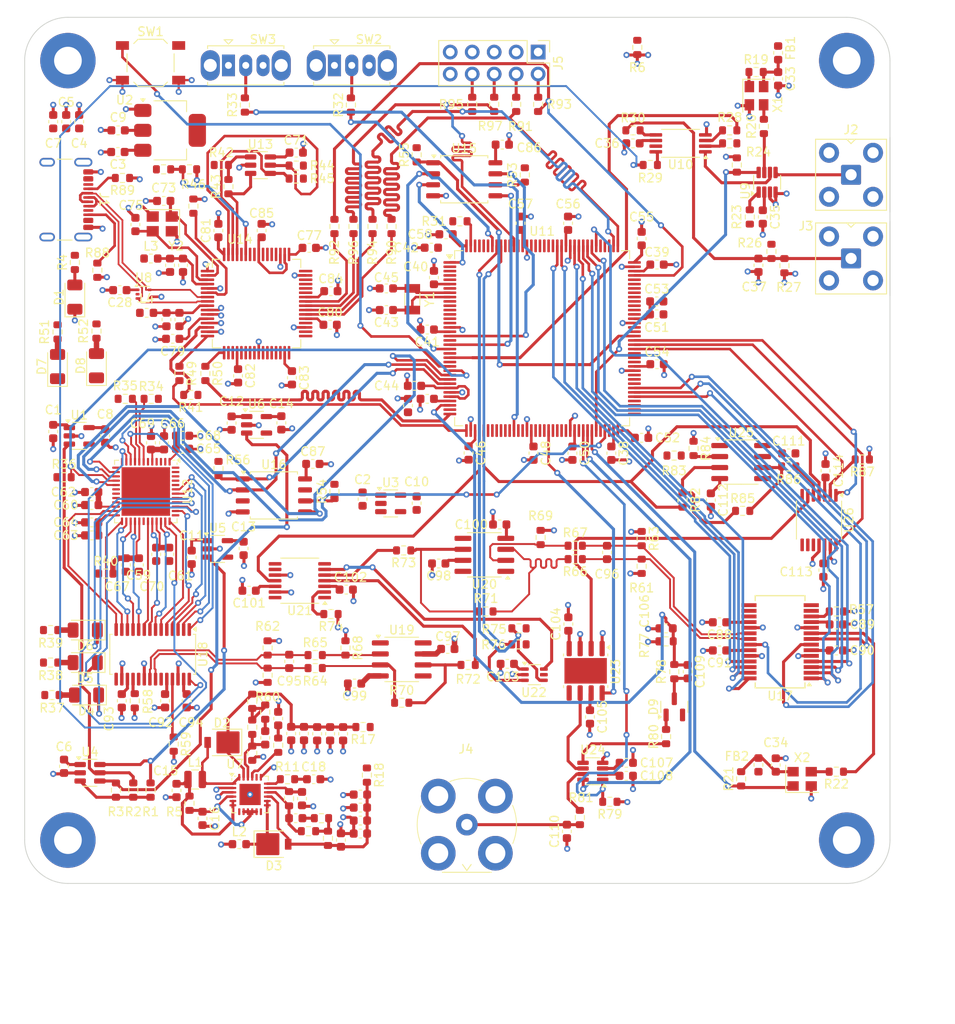
<source format=kicad_pcb>
(kicad_pcb (version 20240108) (generator "pcbnew") (generator_version "8.0")
  (layers (0 "F.Cu" signal) (1 "In1.Cu" signal) (2 "In2.Cu" signal) (31 "B.Cu" signal) (34 "B.Paste" user) (35 "F.Paste" user) (36 "B.SilkS" user "B.Silkscreen") (37 "F.SilkS" user "F.Silkscreen") (38 "B.Mask" user) (39 "F.Mask" user) (44 "Edge.Cuts" user))
  (net 0 "")
  (net 1 "GND")
  (net 2 "5P0V")
  (net 3 "3P3V_D_FPGA")
  (net 4 "3P3V_D")
  (net 5 "3P3V_A")
  (net 6 "1P2V_D")
  (net 7 "2P5V_D")
  (net 8 "Net-(U7-ENN)")
  (net 9 "Net-(C17-Pad1)")
  (net 10 "Net-(C18-Pad1)")
  (net 11 "Net-(C19-Pad1)")
  (net 12 "Net-(U7-FBP)")
  (net 13 "Net-(U7-VREF)")
  (net 14 "Net-(C21-Pad2)")
  (net 15 "Net-(U7-FBN)")
  (net 16 "Net-(D2-K)")
  (net 17 "Net-(D3-A)")
  (net 18 "Net-(X1-Vdd)")
  (net 19 "Net-(X2-Vdd)")
  (net 20 "CLK_10MHZ_DIST_EXT_3P3")
  (net 21 "Net-(U11-VCAP_1)")
  (net 22 "Net-(U11-VCAP_2)")
  (net 23 "Net-(U11-PC15)")
  (net 24 "Net-(U11-PC14)")
  (net 25 "Net-(U12D-VCCPLL)")
  (net 26 "Net-(U14-VPHY)")
  (net 27 "Net-(U14-OSCI)")
  (net 28 "Net-(U14-OSCO)")
  (net 29 "1P8V_D")
  (net 30 "Net-(U18-REFIO)")
  (net 31 "ANALOG_FPGA-DAC_OUT_N")
  (net 32 "ANALOG_FPGA-DAC_OUT_P")
  (net 33 "ANALOG_DDS_OUT_P")
  (net 34 "ANALOG_DDS_OUT_N")
  (net 35 "15P0V_A")
  (net 36 "N15P0V_A")
  (net 37 "ANALOG_CAL-ADC_AMUX2_MCU")
  (net 38 "Net-(D9-K)")
  (net 39 "ANALOG_STAGE-2_AMUX2_EXT")
  (net 40 "Net-(D1-A)")
  (net 41 "Net-(D2-A)")
  (net 42 "Net-(D3-K)")
  (net 43 "GPIO_LED0_FPGA_LED_OD")
  (net 44 "Net-(D4-A)")
  (net 45 "Net-(D5-A)")
  (net 46 "GPIO_LED1_FPGA_LED_OD")
  (net 47 "Net-(D6-A)")
  (net 48 "GPIO_LED2_FPGA_LED_OD")
  (net 49 "Net-(D7-A)")
  (net 50 "GPIO_UART_RXLED_FTDI_L")
  (net 51 "GPIO_UART_TXLED_FTDI_L")
  (net 52 "Net-(D8-A)")
  (net 54 "Net-(D9-A)")
  (net 55 "C_GND")
  (net 56 "USB_DATA_CONN_FTDI_N")
  (net 57 "USB_DATA_CONN_FTDI_P")
  (net 58 "Net-(J1-CC1)")
  (net 61 "Net-(J1-CC2)")
  (net 62 "CLK_10MHZ_EXT_SW_3P3")
  (net 63 "JTAG_CON_TCK_3P3")
  (net 64 "JTAG_CON_TMS_3P3")
  (net 66 "JTAG_CON_TDO_3P3")
  (net 67 "JTAG_CON_TDI_3P3")
  (net 68 "GPIO_1P2-EN_SEQ_REG_3P3")
  (net 69 "GPIO_3P3-EN_SEQ_REG_3P3")
  (net 70 "GPIO_2P5-EN_SEQ_REG_3P3")
  (net 71 "Net-(U7-CP)")
  (net 72 "Net-(R12-Pad1)")
  (net 73 "Net-(U7-CN)")
  (net 74 "Net-(R14-Pad2)")
  (net 75 "Net-(X1-EN)")
  (net 76 "Net-(X1-OUT)")
  (net 77 "Net-(U9-SA)")
  (net 78 "GPIO_100M-EN_MCU_100M-OSC_3P3")
  (net 79 "CLK_100MHZ_DDS_3P3")
  (net 80 "Net-(X2-OUT)")
  (net 81 "Net-(U9-EN)")
  (net 82 "GPIO_SW-SEL_MCU_CLKMUX_3P3")
  (net 83 "Net-(U10-1G)")
  (net 84 "CLK_10MHZ_DIST_MCU_3P3")
  (net 85 "Net-(U10-Y0)")
  (net 86 "Net-(U10-Y1)")
  (net 87 "CLK_10MHZ_DIST_FPGA_3P3")
  (net 88 "Net-(U10-Y2)")
  (net 89 "Net-(U11-PDR_ON)")
  (net 90 "Net-(SW2-COM)")
  (net 91 "GPIO_BOOT0_SW_MCU_3P3_L")
  (net 92 "Net-(SW3-COM)")
  (net 93 "GPIO_BOOT1_SW_MCU_3P3_L")
  (net 94 "GPIO_CFG_DONE_FPGA_MCU_3P3")
  (net 95 "GPIO_FPGARST_MCU_FPGA_3P3_L")
  (net 96 "SPI_CS_MCU_FPGA_3P3_L")
  (net 97 "Net-(U14-~{RESET})")
  (net 98 "Net-(U13-DO)")
  (net 99 "Net-(U13-DI)")
  (net 100 "Net-(U13-CS)")
  (net 101 "Net-(U13-CLK)")
  (net 102 "Net-(U14-REF)")
  (net 103 "Net-(U14-BCBUS7)")
  (net 104 "Net-(U14-ADBUS0)")
  (net 105 "UART_FTDITX_MCURX_3P3")
  (net 106 "UART_MCUTX_FTDIRX_3P3")
  (net 107 "Net-(U14-ADBUS1)")
  (net 108 "SPI_SCLK_MCU_FPGA_3P3")
  (net 109 "QSPI_NCS_MCU_FLASH_3P3")
  (net 110 "SPI_CS_MCU_FLASH_3P3_L")
  (net 111 "Net-(U17-RSET)")
  (net 112 "Net-(U18-FS_ADJ)")
  (net 113 "Net-(U18-MODE)")
  (net 114 "Net-(U19-+)")
  (net 115 "Net-(U19--)")
  (net 116 "Net-(R70-Pad2)")
  (net 117 "Net-(R71-Pad2)")
  (net 118 "ANALOG_FPGA-DAC_AMP1_AMUX1")
  (net 119 "ANALOG_DDS_AMP2_AMUX1")
  (net 120 "GPIO_EN_MCU_AMUX1_3P3")
  (net 121 "I2C_SDA_MCU_POT_3P3")
  (net 122 "I2C_SCL_MCU_POT_3P3")
  (net 123 "GPIO_EN_MCU_AMUX2_3P3")
  (net 124 "Net-(U24-SB)")
  (net 125 "Net-(U24-SA)")
  (net 126 "Net-(U25-+)")
  (net 127 "ANALOG_DAC2_MCU_AMUX3")
  (net 128 "Net-(U25--)")
  (net 129 "Net-(R85-Pad2)")
  (net 130 "Net-(U26-S2)")
  (net 131 "GPIO_EN_MCU_AMUX3_3P3")
  (net 132 "JTAG_FTDI_TCK_3P3")
  (net 133 "JTAG_MCU_TCK_3P3")
  (net 134 "JTAG_MCU_TMS_3P3")
  (net 135 "JTAG_FTDI_TMS_3P3")
  (net 136 "JTAG_FTDI_TDI_3P3")
  (net 137 "JTAG_MCU_TDI_3P3")
  (net 138 "JTAG_FTDI_TDO_3P3")
  (net 139 "JTAG_MCU_TDO_3P3")
  (net 148 "Net-(U10-CLKIN)")
  (net 152 "QSPI_IO0_MCU_FLASH_3P3")
  (net 153 "QSPI_IO3_MCU_FLASH_3P3")
  (net 155 "GPIO_D0_MCU_DDS_3P3")
  (net 157 "SPI_MOSI_MCU_FPGA_3P3")
  (net 159 "GPIO_AMP-PD_MCU_AMP2_3P3")
  (net 161 "GPIO_D7_MCU_DDS_3P3")
  (net 163 "GPIO_W-CLK_MCU_DDS_3P3")
  (net 165 "GPIO_D6_MCU_DDS_3P3")
  (net 170 "GPIO_D2_MCU_DDS_3P3")
  (net 178 "GPIO_D1_MCU_DDS_3P3")
  (net 181 "GPIO_D4_MCU_DDS_3P3")
  (net 187 "QSPI_IO2_MCU_FLASH_3P3")
  (net 188 "GPIO_CLK_EN_MCU_FPGA_3P3")
  (net 189 "GPIO_SEL0_MCU_AMUX3_3P3")
  (net 192 "GPIO_D3_MCU_DDS_3P3")
  (net 195 "GPIO_D5_MCU_DDS_3P3")
  (net 200 "SPI_MISO_FPGA_MCU_3P3")
  (net 202 "GPIO_SEL_MCU_AMUX2_3P3")
  (net 203 "GPIO_RST_MCU_DDS_3P3")
  (net 207 "GPIO_FQ-UD_MCU_DDS_3P3")
  (net 208 "GPIO_SEL1_MCU_AMUX3_3P3")
  (net 212 "QSPI_IO1_MCU_FLASH_3P3")
  (net 214 "GPIO_RST_MCU_3P3_L")
  (net 216 "GPIO_SEL0_MCU_AMUX1_3P3")
  (net 225 "GPIO_SEL1_MCU_AMUX1_3P3")
  (net 238 "ANALOG_DAC1_MCU_AMUX1")
  (net 240 "GPIO_DACB9_FPGA_DAC_3P3")
  (net 245 "GPIO_DACB12_FPGA_DAC_3P3")
  (net 246 "GPIO_DACB3_FPGA_DAC_3P3")
  (net 247 "GPIO_DACB10_FPGA_DAC_3P3")
  (net 248 "GPIO_DACB6_FPGA_DAC_3P3")
  (net 250 "GPIO_DACB2_FPGA_DAC_3P3")
  (net 252 "GPIO_DACB5_FPGA_DAC_3P3")
  (net 253 "GPIO_DACB13_FPGA_DAC_3P3")
  (net 255 "GPIO_DACB0_FPGA_DAC_3P3")
  (net 258 "GPIO_DACB1_FPGA_DAC_3P3")
  (net 259 "GPIO_DACB7_FPGA_DAC_3P3")
  (net 260 "GPIO_DACB11_FPGA_DAC_3P3")
  (net 261 "GPIO_DACSLEEP_FPGA_DAC_3P3")
  (net 266 "GPIO_DACB8_FPGA_DAC_3P3")
  (net 268 "GPIO_DACCLK_FPGA_DAC_3P3")
  (net 269 "GPIO_DACB4_FPGA_DAC_3P3")
  (net 311 "ANALOG_DC-OFFSET_AMUX3_AMP3")
  (net 312 "Net-(U22-W)")
  (net 324 "Net-(U14-VPLL)")
  (net 325 "Net-(U20-+)")
  (net 326 "Net-(U20--)")
  (footprint "Package_TO_SOT_SMD:Texas_R-PDSO-G6" (layer "F.Cu") (at 159.6 118.85)
    (property "Reference" "U22")
    (property "Value" "TPL0401B-10")
  )
  (footprint "Resistor_SMD:R_0603_1608Metric" (layer "F.Cu") (at 128.775 115.7625 -90)
    (property "Reference" "R62")
    (property "Value" "24.9")
  )
  (footprint "Capacitor_SMD:C_0603_1608Metric" (layer "F.Cu") (at 131.585 84.57 -90)
    (property "Reference" "C83")
    (property "Value" "100n")
  )
  (footprint "Capacitor_SMD:C_0603_1608Metric" (layer "F.Cu") (at 173.775 83)
    (property "Reference" "C54")
    (property "Value" "100n")
  )
  (footprint "Capacitor_SMD:C_0603_1608Metric" (layer "F.Cu") (at 181 112.8 180)
    (property "Reference" "C88")
    (property "Value" "100n")
  )
  (footprint "Capacitor_SMD:C_0603_1608Metric" (layer "F.Cu") (at 111.475 58.5 180)
    (property "Reference" "C3")
    (property "Value" "1u")
  )
  (footprint "Resistor_SMD:R_0603_1608Metric" (layer "F.Cu") (at 109.1 72.15 90)
    (property "Reference" "R88")
    (property "Value" "5.1k")
  )
  (footprint "Capacitor_SMD:C_0603_1608Metric" (layer "F.Cu") (at 170.225 130.525)
    (property "Reference" "C108")
    (property "Value" "100n")
  )
  (footprint "Connector_PinHeader_2.54mm:PinHeader_2x05_P2.54mm_Vertical" (layer "F.Cu") (at 160.04 46.96 -90)
    (property "Reference" "J5")
    (property "Value" "PH-00244")
  )
  (footprint "Resistor_SMD:R_0603_1608Metric" (layer "F.Cu") (at 131.25 133.1675 -90)
    (property "Reference" "R13" (hide yes))
    (property "Value" "104k")
  )
  (footprint "Capacitor_SMD:C_0603_1608Metric" (layer "F.Cu") (at 117.5 71.575 -90)
    (property "Reference" "C72" (hide yes))
    (property "Value" "4.7u")
  )
  (footprint "Capacitor_SMD:C_0603_1608Metric" (layer "F.Cu") (at 118.95 91.2625)
    (property "Reference" "C68")
    (property "Value" "4.7u")
  )
  (footprint "Resistor_SMD:R_0603_1608Metric" (layer "F.Cu") (at 187 69.975 90)
    (property "Reference" "R26")
    (property "Value" "100")
  )
  (footprint "Resistor_SMD:R_0603_1608Metric" (layer "F.Cu") (at 174.825 115 180)
    (property "Reference" "R77")
    (property "Value" "0")
  )
  (footprint "Resistor_SMD:R_0603_1608Metric" (layer "F.Cu") (at 151.95 117.7225)
    (property "Reference" "R72")
    (property "Value" "0")
  )
  (footprint "Resistor_SMD:R_0603_1608Metric" (layer "F.Cu") (at 160.04 53 90)
    (property "Reference" "R93")
    (property "Value" "0")
  )
  (footprint "Resistor_SMD:R_0603_1608Metric" (layer "F.Cu") (at 103.7 117.45)
    (property "Reference" "R38")
    (property "Value" "220")
  )
  (footprint "Capacitor_SMD:C_0603_1608Metric" (layer "F.Cu") (at 155.6 101.51 180)
    (property "Reference" "C100")
    (property "Value" "100n")
  )
  (footprint "Resistor_SMD:R_0603_1608Metric" (layer "F.Cu") (at 182.175 57.5)
    (property "Reference" "R25" (hide yes))
    (property "Value" "10k")
  )
  (footprint "Capacitor_SMD:C_0603_1608Metric" (layer "F.Cu") (at 117.81 80.07 180)
    (property "Reference" "C79")
    (property "Value" "100n")
  )
  (footprint "BRZK_INDUCTOR:L_SMD_L2.5_W2.0_Metric" (layer "F.Cu") (at 120.4 130.95)
    (property "Reference" "L1")
    (property "Value" "4.7u")
  )
  (footprint "Capacitor_SMD:C_0603_1608Metric" (layer "F.Cu") (at 108.45 101.2625 180)
    (property "Reference" "C64")
    (property "Value" "100n")
  )
  (footprint "Resistor_SMD:R_0603_1608Metric" (layer "F.Cu") (at 112.325 87 180)
    (property "Reference" "R35")
    (property "Value" "10k")
  )
  (footprint "Resistor_SMD:R_0603_1608Metric" (layer "F.Cu") (at 127 127.9175 -90)
    (property "Reference" "R10" (hide yes))
    (property "Value" "84.5k")
  )
  (footprint "Capacitor_SMD:C_0603_1608Metric" (layer "F.Cu") (at 120 105.3 -90)
    (property "Reference" "C11")
    (property "Value" "1u")
  )
  (footprint "Capacitor_SMD:C_0603_1608Metric" (layer "F.Cu") (at 139.5 137.1925 180)
    (property "Reference" "C25" (hide yes))
    (property "Value" "4.7u")
  )
  (footprint "Resistor_SMD:R_0603_1608Metric" (layer "F.Cu") (at 158.5 61.15 90)
    (property "Reference" "R53")
    (property "Value" "10k")
  )
  (footprint "Capacitor_SMD:C_0603_1608Metric" (layer "F.Cu") (at 104 90.775 -90)
    (property "Reference" "C1")
    (property "Value" "1u")
  )
  (footprint "Capacitor_SMD:C_0603_1608Metric" (layer "F.Cu") (at 159.5 93.275 -90)
    (property "Reference" "C48")
    (property "Value" "100n")
  )
  (footprint "Resistor_SMD:R_0603_1608Metric" (layer "F.Cu") (at 173 60)
    (property "Reference" "R29")
    (property "Value" "24.9")
  )
  (footprint "Resistor_SMD:R_0603_1608Metric" (layer "F.Cu") (at 128.775 118.9125 90)
    (property "Reference" "R60")
    (property "Value" "24.9")
  )
  (footprint "Capacitor_SMD:C_0603_1608Metric" (layer "F.Cu") (at 119 71.575 -90)
    (property "Reference" "C76" (hide yes))
    (property "Value" "100n")
  )
  (footprint "BRZK_DIODE:D_SMP_DO-216AA" (layer "F.Cu") (at 129.5 138.4175)
    (property "Reference" "D3")
    (property "Value" "MBRM120ET1G")
  )
  (footprint "Resistor_SMD:R_0603_1608Metric" (layer "F.Cu") (at 136.1 111.85 180)
    (property "Reference" "R74")
    (property "Value" "10k")
  )
  (footprint "Package_SO:SOIC-8_3.9x4.9mm_P1.27mm" (layer "F.Cu") (at 144.275 117.0875)
    (property "Reference" "U19")
    (property "Value" "LM6171")
  )
  (footprint "Capacitor_SMD:C_0603_1608Metric" (layer "F.Cu") (at 131.275 117.3125 90)
    (property "Reference" "C95")
    (property "Value" "5p")
  )
  (footprint "BRZK_DIODE:D_SMP_DO-216AA" (layer "F.Cu") (at 123.5 126.6675 180)
    (property "Reference" "D2")
    (property "Value" "MBRM120ET1G")
  )
  (footprint "Connector_USB:USB_C_Receptacle_GCT_USB4105-xx-A_16P_TopMnt_Horizontal" (layer "F.Cu") (at 104.375 64 -90)
    (property "Reference" "J1")
    (property "Value" "TYPE-C-31-M-12")
  )
  (footprint "Resistor_SMD:R_0603_1608Metric" (layer "F.Cu") (at 120.2 64.75 90)
    (property "Reference" "R46")
    (property "Value" "12k")
  )
  (footprint "Resistor_SMD:R_0603_1608Metric" (layer "F.Cu") (at 188.5 71.625 90)
    (property "Reference" "R27")
    (property "Value" "100")
  )
  (footprint "Resistor_SMD:R_0603_1608Metric" (layer "F.Cu") (at 160.325 103.01 -90)
    (property "Reference" "R69")
    (property "Value" "1k")
  )
  (footprint "Capacitor_SMD:C_0603_1608Metric" (layer "F.Cu") (at 108.45 99.2625 180)
    (property "Reference" "C60")
    (property "Value" "100n")
  )
  (footprint "Package_TO_SOT_SMD:SOT-23-6" (layer "F.Cu") (at 108.25 130.175)
    (property "Reference" "U4")
    (property "Value" "LM3880MF-1AA")
  )
  (footprint "Capacitor_SMD:C_0603_1608Metric" (layer "F.Cu") (at 155.9 57.65)
    (property "Reference" "C86")
    (property "Value" "100n")
  )
  (footprint "Package_SO:SOIC-8_5.23x5.23mm_P1.27mm" (layer "F.Cu") (at 129.5 98.15)
    (property "Reference" "U16")
    (property "Value" "W25Q128JVSIQ")
  )
  (footprint "Resistor_SMD:R_0603_1608Metric" (layer "F.Cu") (at 172 103.135 -90)
    (property "Reference" "R63")
    (property "Value" "24.9")
  )
  (footprint "Capacitor_SMD:C_0603_1608Metric" (layer "F.Cu") (at 173.75 77.25)
    (property "Reference" "C51")
    (property "Value" "100n")
  )
  (footprint "Capacitor_SMD:C_0603_1608Metric" (layer "F.Cu") (at 126 104.275 -90)
    (property "Reference" "C13")
    (property "Value" "2.2u")
  )
  (footprint "Capacitor_SMD:C_0603_1608Metric" (layer "F.Cu") (at 128.5 126.1425 -90)
    (property "Reference" "C19" (hide yes))
    (property "Value" "6.8p")
  )
  (footprint "Inductor_SMD:L_0603_1608Metric" (layer "F.Cu") (at 185.5 129.2625 90)
    (property "Reference" "FB2")
    (property "Value" "30@100MHz")
  )
  (footprint "Capacitor_SMD:C_0603_1608Metric" (layer "F.Cu") (at 116.925 121.8625 -90)
    (property "Reference" "C92")
    (property "Value" "100n")
  )
  (footprint "Capacitor_SMD:C_0603_1608Metric" (layer "F.Cu") (at 124.6125 89.8 -90)
    (property "Reference" "C12")
    (property "Value" "1u")
  )
  (footprint "Resistor_SMD:R_0603_1608Metric" (layer "F.Cu") (at 111.25 132.175 -90)
    (property "Reference" "R3")
    (property "Value" "10k")
  )
  (footprint "Inductor_SMD:L_0603_1608Metric" (layer "F.Cu") (at 125.5 138.4175)
    (property "Reference" "L2")
    (property "Value" "4.7u")
  )
  (footprint "Capacitor_SMD:C_0603_1608Metric" (layer "F.Cu") (at 117.4 104.95 -90)
    (property "Reference" "C61")
    (property "Value" "4.7u")
  )
  (footprint "Inductor_SMD:L_0603_1608Metric" (layer "F.Cu") (at 115.2875 70.8)
    (property "Reference" "L3")
    (property "Value" "10u")
  )
  (footprint "Resistor_SMD:R_0603_1608Metric" (layer "F.Cu") (at 164.325 103.96 180)
    (property "Reference" "R67")
    (property "Value" "226")
  )
  (footprint "Oscillator:Oscillator_SMD_Abracon_ASE-4Pin_3.2x2.5mm" (layer "F.Cu") (at 185.275 52 -90)
    (property "Reference" "X1")
    (property "Value" "ASE-10.000MHz")
  )
  (footprint "Crystal:Crystal_SMD_3215-2Pin_3.2x1.5mm" (layer "F.Cu") (at 145.5 75.5 -90)
    (property "Reference" "Y1")
    (property "Value" "32.768k")
  )
  (footprint "Capacitor_SMD:C_0603_1608Metric" (layer "F.Cu") (at 177.325 118.5 -90)
    (property "Reference" "C109")
    (property "Value" "5p")
  )
  (footprint "Resistor_SMD:R_0603_1608Metric" (layer "F.Cu") (at 136.5 97.69 90)
    (property "Reference" "R54")
    (property "Value" "10k")
  )
  (footprint "LED_SMD:LED_1206_3216Metric" (layer "F.Cu") (at 104.5 83.275 90)
    (property "Reference" "D7")
    (property "Value" "LED")
  )
  (footprint "Capacitor_SMD:C_0603_1608Metric" (layer "F.Cu") (at 139.5 134.1925 180)
    (property "Reference" "C30" (hide yes))
    (property "Value" "4.7u")
  )
  (footprint "Capacitor_SMD:C_0603_1608Metric" (layer "F.Cu") (at 118.95 92.7625)
    (property "Reference" "C65")
    (property "Value" "100n")
  )
  (footprint "Resistor_SMD:R_0603_1608Metric" (layer "F.Cu") (at 157.825 113.5)
    (property "Reference" "R75")
    (property "Value" "4.7k")
  )
  (footprint "Resistor_SMD:R_0603_1608Metric" (layer "F.Cu") (at 127 121.9175 -90)
    (property "Reference" "R8" (hide yes))
    (property "Value" "0")
  )
  (footprint "Resistor_SMD:R_0603_1608Metric" (layer "F.Cu") (at 112 61.5 180)
    (property "Reference" "R89")
    (property "Value" "5.1k")
  )
  (footprint "BRZK_CONN_COAX:SMA_TH_Horizontal_KH-SMA-K513-G" (layer "F.Cu") (at 196.2 70.79 -90)
    (property "Reference" "J3")
    (property "Value" "SMA")
    (fp_line (start 4.3 -4.5) (end -4.3 -4.5) (stroke (width 0.1)) (layer "Edge.Cuts"))
  )
  (footprint "Capacitor_SMD:C_0603_1608Metric" (layer "F.Cu") (at 134 94.515)
    (property "Reference" "C87")
    (property "Value" "100n")
  )
  (footprint "Package_TO_SOT_SMD:SOT-23-8" (layer "F.Cu") (at 186.5 62 90)
    (property "Reference" "U9")
    (property "Value" "ADG1219BRJZ")
  )
  (footprint "Resistor_SMD:R_0603_1608Metric" (layer "F.Cu") (at 135.75 137.7425 -90)
    (property "Reference" "R16" (hide yes))
    (property "Value" "0")
  )
  (footprint "Resistor_SMD:R_0603_1608Metric" (layer "F.Cu") (at 116.75 60.5)
    (property "Reference" "R47" (hide yes))
    (property "Value" "4.7k")
  )
  (footprint "Capacitor_SMD:C_0603_1608Metric" (layer "F.Cu") (at 107 55 90)
    (property "Reference" "C4")
    (property "Value" "10u")
  )
  (footprint "Capacitor_SMD:C_0603_1608Metric" (layer "F.Cu") (at 137.8625 109.025)
    (property "Reference" "C102")
    (property "Value" "100n")
  )
  (footprint "Resistor_SMD:R_0603_1608Metric" (layer "F.Cu") (at 136.5 67.1 -90)
    (property "Reference" "R92")
    (property "Value" "0")
  )
  (footprint "Resistor_SMD:R_0603_1608Metric" (layer "F.Cu") (at 183 60 -90)
    (property "Reference" "R24")
    (property "Value" "10k")
  )
  (footprint "Resistor_SMD:R_0603_1608Metric" (layer "F.Cu") (at 131.075 130.9175)
    (property "Reference" "R11")
    (property "Value" "0")
  )
  (footprint "Package_TO_SOT_SMD:SOT-553" (layer "F.Cu") (at 114.445 74.915)
    (property "Reference" "U8")
    (property "Value" "TPD2E001DRL")
  )
  (footprint "Capacitor_SMD:C_0603_1608Metric" (layer "F.Cu") (at 139.5 132.6925 180)
    (property "Reference" "C32" (hide yes))
    (property "Value" "100n")
  )
  (footprint "Resistor_SMD:R_0603_1608Metric" (layer "F.Cu") (at 115.25 132.175 -90)
    (property "Reference" "R1")
    (property "Value" "10k")
  )
  (footprint "Package_QFP:LQFP-64_10x10mm_P0.5mm" (layer "F.Cu") (at 127.5 76)
    (property "Reference" "U14")
    (property "Value" "FT2232HL")
  )
  (footprint "Capacitor_SMD:C_0603_1608Metric" (layer "F.Cu") (at 123.085 67.57 90)
    (property "Reference" "C81")
    (property "Value" "100n")
  )
  (footprint "Capacitor_SMD:C_0603_1608Metric" (layer "F.Cu") (at 132.98 125.6425 -90)
    (property "Reference" "C31" (hide yes))
    (property "Value" "100n")
  )
  (footprint "Capacitor_SMD:C_0603_1608Metric" (layer "F.Cu") (at 110 91.275 -90)
    (property "Reference" "C8")
    (property "Value" "2.2u")
  )
  (footprint "Resistor_SMD:R_0603_1608Metric" (layer "F.Cu") (at 109 79.175 -90)
    (property "Reference" "R52")
    (property "Value" "220")
  )
  (footprint "Capacitor_SMD:C_0603_1608Metric" (layer "F.Cu") (at 132.75 133.1625 -90)
    (property "Reference" "C20" (hide yes))
    (property "Value" "220n")
  )
  (footprint "MountingHole:MountingHole_3.2mm_M3_Pad" (layer "F.Cu") (at 195.7 47.95)
    (property "Reference" "H2" (hide yes))
    (property "Value" "MOUNTING HOLE")
  )
  (footprint "Resistor_SMD:R_0603_1608Metric" (layer "F.Cu") (at 175.75 93.55)
    (property "Reference" "R83")
    (property "Value" "499")
  )
  (footprint "Capacitor_SMD:C_0603_1608Metric" (layer "F.Cu") (at 130.3625 89.775 -90)
    (property "Reference" "C14")
    (property "Value" "2.2u")
  )
  (footprint "Resistor_SMD:R_0603_1608Metric" (layer "F.Cu") (at 164.325 105.51 180)
    (property "Reference" "R66")
    (property "Value" "226")
  )
  (footprint "Resistor_SMD:R_0603_1608Metric" (layer "F.Cu") (at 104.5 79.275 -90)
    (property "Reference" "R51")
    (property "Value" "220")
  )
  (footprint "Resistor_SMD:R_0603_1608Metric" (layer "F.Cu") (at 154 111.55 180)
    (property "Reference" "R71")
    (property "Value" "1k")
  )
  (footprint "Capacitor_SMD:C_0603_1608Metric" (layer "F.Cu") (at 173.75 75.75)
    (property "Reference" "C53")
    (property "Value" "1u")
  )
  (footprint "Capacitor_SMD:C_0603_1608Metric" (layer "F.Cu") (at 181 116.05 180)
    (property "Reference" "C91")
    (property "Value" "100n")
  )
  (footprint "Resistor_SMD:R_0603_1608Metric" (layer "F.Cu") (at 138.4 53.075 90)
    (property "Reference" "R32")
    (property "Value" "10k")
  )
  (footprint "Package_TO_SOT_SMD:SOT-23-5" (layer "F.Cu") (at 127.5 90)
    (property "Reference" "U6")
    (property "Value" "TLV70325DBV")
  )
  (footprint "Capacitor_SMD:C_0603_1608Metric" (layer "F.Cu") (at 163.5 66.725 90)
    (property "Reference" "C56")
    (property "Value" "100n")
  )
  (footprint "Resistor_SMD:R_0603_1608Metric" (layer "F.Cu") (at 189 94.8)
    (property "Reference" "R86")
    (property "Value" "0")
  )
  (footprint "Resistor_SMD:R_0603_1608Metric" (layer "F.Cu") (at 110.075 107.175)
    (property "Reference" "R40")
    (property "Value" "100")
  )
  (footprint "Capacitor_SMD:C_0603_1608Metric" (layer "F.Cu") (at 137.25 137.9425 90)
    (property "Reference" "C23" (hide yes))
    (property "Value" "4.7u")
  )
  (footprint "Capacitor_SMD:C_0603_1608Metric" (layer "F.Cu") (at 142.5 74.25 180)
    (property "Reference" "C45")
    (property "Value" "15p")
  )
  (footprint "Capacitor_SMD:C_0603_1608Metric" (layer "F.Cu") (at 168.5 93.275 -90)
    (property "Reference" "C38")
    (property "Value" "2.2u")
  )
  (footprint "LED_SMD:LED_1206_3216Metric" (layer "F.Cu") (at 107.85 121.2 180)
    (property "Reference" "D4")
    (property "Value" "LED")
  )
  (footprint "Capacitor_SMD:C_0603_1608Metric" (layer "F.Cu") (at 111.925 121.8625 -90)
    (property "Reference" "C93")
    (property "Value" "100n")
  )
  (footprint "Resistor_SMD:R_0603_1608Metric" (layer "F.Cu") (at 132.085 60.07 180)
    (property "Reference" "R44")
    (property "Value" "10k")
  )
  (footprint "Resistor_SMD:R_0603_1608Metric" (layer "F.Cu") (at 123.425 60)
    (property "Reference" "R42")
    (property "Value" "10k")
  )
  (footprint "Capacitor_SMD:C_0603_1608Metric" (layer "F.Cu") (at 147.225 87 180)
    (property "Reference" "C47" (hide yes))
    (property "Value" "100n")
  )
  (footprint "Crystal:Crystal_SMD_3225-4Pin_3.2x2.5mm" (layer "F.Cu") (at 116.6 66.8 180)
    (property "Reference" "Y2")
    (property "Value" "12 MHz")
  )
  (footprint "Capacitor_SMD:C_0603_1608Metric" (layer "F.Cu") (at 116.775 64.15 180)
    (property "Reference" "C73")
    (property "Value" "27p")
  )
  (footprint "Resistor_SMD:R_0603_1608Metric" (layer "F.Cu") (at 152.42 53 90)
    (property "Reference" "R95")
    (property "Value" "0")
  )
  (footprint "Resistor_SMD:R_0603_1608Metric" (layer "F.Cu") (at 113.25 132.175 -90)
    (property "Reference" "R2")
    (property "Value" "10k")
  )
  (footprint "Capacitor_SMD:C_0603_1608Metric" (layer "F.Cu") (at 137.5 125.6675 -90)
    (property "Reference" "C24" (hide yes))
    (property "Value" "4.7u")
  )
  (footprint "BRZK_CONN_COAX:BNC_TH_Horizontal_DOSIN-801-0050" (layer "F.Cu") (at 151.8 136.165 180)
    (property "Reference" "J4")
    (property "Value" "BNC")
  )
  (footprint "Capacitor_SMD:C_0603_1608Metric" (layer "F.Cu") (at 152 93.25 -90)
    (property "Reference" "C46")
    (property "Value" "100n")
  )
  (footprint "Resistor_SMD:R_0603_1608Metric" (layer "F.Cu") (at 194.5 130.05 180)
    (property "Reference" "R22")
    (property "Value" "24.9")
  )
  (footprint "Capacitor_SMD:C_0603_1608Metric" (layer "F.Cu") (at 171 57.5 180)
    (property "Reference" "C36")
    (property "Value" "100n")
  )
  (footprint "Package_DFN_QFN:QFN-48-1EP_7x7mm_P0.5mm_EP5.6x5.6mm" (layer "F.Cu") (at 114.7 97.7 -90)
    (property "Reference" "U12")
    (property "Value" "ICE40UP5K-SG48ITR")
  )
  (footprint "Capacitor_SMD:C_0603_1608Metric" (layer "F.Cu") (at 185.5 71.575 90)
    (property "Reference" "C37")
    (property "Value" "5p")
  )
  (footprint "Resistor_SMD:R_0603_1608Metric" (layer "F.Cu") (at 118.585 84.07 -90)
    (property "Reference" "R49")
    (property "Value" "0")
  )
  (footprint "Capacitor_SMD:C_0603_1608Metric" (layer "F.Cu") (at 166.03 123.725 -90)
    (property "Reference" "C105")
    (property "Value" "100n")
  )
  (footprint "Package_SO:TSSOP-8_4.4x3mm_P0.65mm" (layer "F.Cu") (at 176.5 57.5 180)
    (property "Reference" "U10")
    (property "Value" "LMK1C1103PWR")
  )
  (footprint "Resistor_SMD:R_0603_1608Metric" (layer "F.Cu") (at 143.1 67.1 -90)
    (property "Reference" "R90")
    (property "Value" "0")
  )
  (footprint "Resistor_SMD:R_0603_1608Metric" (layer "F.Cu") (at 172 106.335 90)
    (property "Reference" "R61")
    (property "Value" "24.9")
  )
  (footprint "LED_SMD:LED_1206_3216Metric" (layer "F.Cu") (at 107.7 113.7 180)
    (property "Reference" "D6")
    (property "Value" "LED")
  )
  (footprint "Resistor_SMD:R_0603_1608Metric" (layer "F.Cu") (at 146 58.825 90)
    (property "Reference" "R55")
    (property "Value" "10k")
  )
  (footprint "Capacitor_SMD:C_0603_1608Metric" (layer "F.Cu") (at 149.6 115.875)
    (property "Reference" "C97")
    (property "Value" "100n")
  )
  (footprint "Capacitor_SMD:C_0603_1608Metric" (layer "F.Cu") (at 194.5 116.05)
    (property "Reference" "C90")
    (property "Value" "100n")
  )
  (footprint "Capacitor_SMD:C_0603_1608Metric" (layer "F.Cu") (at 172 91.5)
    (property "Reference" "C52")
    (property "Value" "100n")
  )
  (footprint "Capacitor_SMD:C_0603_1608Metric" (layer "F.Cu") (at 111.7 74.45 180)
    (property "Reference" "C28")
    (property "Value" "100n")
  )
  (footprint "Capacitor_SMD:C_0603_1608Metric" (layer "F.Cu") (at 131.5 125.6425 -90)
    (property "Reference" "C22" (hide yes))
    (property "Value" "4.7u")
  )
  (footprint "Capacitor_SMD:C_0603_1608Metric" (layer "F.Cu") (at 118.585 77.845 -90)
    (property "Reference" "C78" (hide yes))
    (property "Value" "100n")
  )
  (footprint "Package_SO:TSSOP-14_4.4x5mm_P0.65mm" (layer "F.Cu") (at 132.5 108 180)
    (property "Reference" "U21")
    (property "Value" "TMUX6104")
  )
  (footprint "Package_SO:SOIC-8_5.23x5.23mm_P1.27mm" (layer "F.Cu") (at 151.5 61.65)
    (property "Reference" "U15")
    (property "Value" "W25Q128JVSIQ")
  )
  (footprint "Package_SO:SSOP-28_5.3x10.2mm_P0.65mm" (layer "F.Cu") (at 188 115.05 180)
    (property "Reference" "U17")
    (property "Value" "AD9850")
  )
  (footprint "Capacitor_SMD:C_0603_1608Metric" (layer "F.Cu") (at 193 106.775 -90)
    (property "Reference" "C113")
    (property "Value" "100n")
  )
  (footprint "Resistor_SMD:R_0603_1608Metric" (layer "F.Cu") (at 127 124.9175 -90)
    (property "Reference" "R9" (hide yes))
    (property "Value" "976k")
  )
  (footprint "Resistor_SMD:R_0603_1608Metric" (layer "F.Cu") (at 157.5 53 90)
    (property "Reference" "R91")
    (property "Value" "0")
  )
  (footprint "MountingHole:MountingHole_3.2mm_M3_Pad" (layer "F.Cu") (at 105.7 47.95)
    (property "Reference" "H1" (hide yes))
    (property "Value" "MOUNTING HOLE")
  )
  (footprint "Resistor_SMD:R_0603_1608Metric" (layer "F.Cu") (at 184.5 66 -90)
    (property "Reference" "R23")
    (property "Value" "10k")
  )
  (footprint "Capacitor_SMD:C_0603_1608Metric" (layer "F.Cu") (at 170.225 129.025)
    (property "Reference" "C107")
    (property "Value" "100n")
  )
  (footprint "Resistor_SMD:R_0603_1608Metric" (layer "F.Cu") (at 171 56)
    (property "Reference" "R30")
    (property "Value" "0")
  )
  (footprint "Capacitor_SMD:C_0603_1608Metric" (layer "F.Cu") (at 164 93.275 -90)
    (property "Reference" "C50")
    (property "Value" "100n")
  )
  (footprint "Resistor_SMD:R_0603_1608Metric" (layer "F.Cu") (at 119.75 60.5)
    (property "Reference" "R48" (hide yes))
    (property "Value" "10k")
  )
  (footprint "Package_TO_SOT_SMD:SOT-23-5" (layer "F.Cu") (at 143 99.075)
    (property "Reference" "U3")
    (property "Value" "TLV70333DBV")
  )
  (footprint "Capacitor_SMD:C_0603_1608Metric" (layer "F.Cu") (at 156.475 117.6 180)
    (property "Reference" "C103")
    (property "Value" "100n")
  )
  (footprint "Capacitor_SMD:C_0603_1608Metric" (layer "F.Cu") (at 118.25 132.2175 -90)
    (property "Reference" "C15")
    (property "Value" "4.7u")
  )
  (footprint "Capacitor_SMD:C_0603_1608Metric" (layer "F.Cu") (at 130 123.9175 90)
    (property "Reference" "C17" (hide yes))
    (property "Value" "10n")
  )
  (footprint "Package_QFP:LQFP-144_20x20mm_P0.5mm" (layer "F.Cu") (at 160.5 80)
    (property "Reference" "U11")
    (property "Value" "STM32F446ZETx")
  )
  (footprint "Resistor_SMD:R_0603_1608Metric" (layer "F.Cu") (at 126.15 53.075 90)
    (property "Reference" "R33")
    (property "Value" "10k")
  )
  (footprint "Resistor_SMD:R_0603_1608Metric" (layer "F.Cu") (at 119.9 86.55 180)
    (property "Reference" "R41")
    (property "Value" "1k")
  )
  (footprint "Capacitor_SMD:C_0603_1608Metric" (layer "F.Cu") (at 119.425 121.8625 -90)
    (property "Reference" "C94")
    (property "Value" "100n")
  )
  (footprint "BRZK_SW:SW_TH_Slide_SPDT_Straight_SS-12D02-VG4" (layer "F.Cu") (at 136.5 48.5)
    (property "Reference" "SW2")
    (property "Value" "SS-12D02-VG4")
  )
  (footprint "Capacitor_SMD:C_0603_1608Metric" (layer "F.Cu") (at 125.36 84.345 -90)
    (property "Reference" "C82")
    (property "Value" "100n")
  )
  (footprint "Capacitor_SMD:C_0603_1608Metric" (layer "F.Cu") (at 117.085 77.845 -90)
    (property "Reference" "C74" (hide yes))
    (property "Value" "4.7u")
  )
  (footprint "Capacitor_SMD:C_0603_1608Metric" (layer "F.Cu") (at 138.825 119.875 180)
    (property "Reference" "C99")
    (property "Value" "100n")
  )
  (footprint "Resistor_SMD:R_0603_1608Metric" (layer "F.Cu") (at 128.5 123.1675 -90)
    (property "Reference" "R12" (hide yes))
    (property "Value" "0")
  )
  (footprint "Capacitor_SMD:C_0603_1608Metric" (layer "F.Cu") (at 148 73 90)
    (property "Reference" "C40")
    (property "Value" "100n")
  )
  (footprint "BRZK_SW:SW_TH_Slide_SPDT_Straight_SS-12D02-VG4" (layer "F.Cu") (at 124.25 48.5)
    (property "Reference" "SW3")
    (property "Value" "SS-12D02-VG4")
  )
  (footprint "Package_SO:TSSOP-14_4.4x5mm_P0.65mm" (layer "F.Cu") (at 192.5 101 -90)
    (property "Reference" "U26")
    (property "Value" "TMUX6104")
  )
  (footprint "Capacitor_SMD:C_0603_1608Metric" (layer "F.Cu") (at 193.25 95.3 90)
    (property "Reference" "C114")
    (property "Value" "100n")
  )
  (footprint "LED_SMD:LED_1206_3216Metric" (layer "F.Cu") (at 106.5 75.25 90)
    (property "Reference" "D1")
    (property "Value" "LED")
  )
  (footprint "Capacitor_SMD:C_0603_1608Metric" (layer "F.Cu") (at 136 78.45)
    (property "Reference" "C80")
    (property "Value" "100n")
  )
  (footprint "Resistor_SMD:R_0603_1608Metric" (layer "F.Cu") (at 121.585 84.07 -90)
    (property "Reference" "R50")
    (property "Value" "0")
  )
  (footprint "Capacitor_SMD:C_0603_1608Metric" (layer "F.Cu") (at 105.25 129.425 -90)
    (property "Reference" "C6")
    (property "Value" "100n")
  )
  (footprint "Capacitor_SMD:C_0603_1608Metric" (layer "F.Cu") (at 142.5 76.75 180)
    (property "Reference" "C43")
    (property "Value" "15p")
  )
  (footprint "Capacitor_SMD:C_0603_1608Metric" (layer "F.Cu") (at 126.6375 109.15 180)
    (property "Reference" "C101")
    (property "Value" "100n")
  )
  (footprint "Capacitor_SMD:C_0603_1608Metric" (layer "F.Cu") (at 115.9 104.95 -90)
    (property "Reference" "C59")
    (property "Value" "100n")
  )
  (footprint "Capacitor_SMD:C_0603_1608Metric" (layer "F.Cu") (at 173.775 71.5)
    (property "Reference" "C39")
    (property "Value" "2.2u")
  )
  (footprint "Resistor_SMD:R_0603_1608Metric" (layer "F.Cu") (at 151 66.5)
    (property "Reference" "R31")
    (property "Value" "10k")
  )
  (footprint "Inductor_SMD:L_0603_1608Metric" (layer "F.Cu") (at 187.775 47.05 -90)
    (property "Reference" "FB1")
    (property "Value" "100@100MHz")
  )
  (footprint "Capacitor_SMD:C_0603_1608Metric" (layer "F.Cu") (at 128.085 67.57 90)
    (property "Reference" "C85")
    (property "Value" "100n")
  )
  (footprint "Capacitor_SMD:C_0603_1608Metric" (layer "F.Cu") (at 136.085 74.57)
    (property "Reference" "C84")
    (property "Value" "100n")
  )
  (footprint "BRZK_SW:SW_SPST_BUTTON_TS-1187A-B-A-B" (layer "F.Cu") (at 115.25 48.2025)
    (property "Reference" "SW1")
    (property "Value" "TS-1187A-B-A-B")
  )
  (footprint "Capacitor_SMD:C_0603_1608Metric" (layer "F.Cu") (at 194.5 113.05)
    (property "Reference" "C89")
    (property "Value" "100n")
  )
  (footprint "Package_TO_SOT_SMD:SOT-23-5" (layer "F.Cu") (at 107 91.275)
    (property "Reference" "U1")
    (property "Value" "TLV70333DBV")
  )
  (footprint "Resistor_SMD:R_0603_1608Metric" (layer "F.Cu") (at 132.085 61.57 180)
    (property "Reference" "R45")
    (property "Value" "10k")
  )
  (footprint "Resistor_SMD:R_0603_1608Metric" (layer "F.Cu") (at 130 126.9925 90)
    (property "Reference" "R7" (hide yes))
    (property "Value" "0")
  )
  (footprint "Resistor_SMD:R_0603_1608Metric" (layer "F.Cu") (at 123.1 95.05 90)
    (property "Reference" "R56")
    (property "Value" "10k")
  )
  (footprint "Package_TO_SOT_SMD:SOT-23-8" (layer "F.Cu") (at 166.3625 130 180)
    (property "Reference" "U24")
    (property "Value" "ADG1219BRJZ")
  )
  (footprint "Resistor_SMD:R_0603_1608Metric" (layer "F.Cu") (at 174.825 126 90)
    (property "Reference" "R80")
    (property "Value" "0")
  )
  (footprint "Resistor_SMD:R_0603_1608Metric" (layer "F.Cu") (at 144.5 104.5 180)
    (property "Reference" "R73")
    (property "Value" "0")
  )
  (footprint "Capacitor_SMD:C_0603_1608Metric" (layer "F.Cu") (at 132.025 135.4175)
    (property "Reference" "C21" (hide yes))
    (property "Value" "6.8p")
  )
  (footprint "Resistor_SMD:R_0603_1608Metric" (layer "F.Cu") (at 106.5 71.25 90)
    (property "Reference" "R4")
    (property "Value" "499")
  )
  (footprint "Resistor_SMD:R_0603_1608Metric" (layer "F.Cu") (at 144.275 122.0875)
    (property "Reference" "R70")
    (property "Value" "499")
  )
  (footprint "Resistor_SMD:R_0603_1608Metric" (layer "F.Cu") (at 168.325 133.525 180)
    (property "Reference" "R79")
    (property "Value" "10k")
  )
  (footprint "Package_SO:SOIC-8_3.9x4.9mm_P1.27mm" (layer "F.Cu") (at 153.825 105.01 180)
    (property "Reference" "U20")
    (property "Value" "LM6171")
  )
  (footprint "Capacitor_SMD:C_0603_1608Metric" (layer "F.Cu") (at 172 68.5 90)
    (property "Reference" "C55")
    (property "Value" "100n")
  )
  (footprint "Capacitor_SMD:C_0603_1608Metric" (layer "F.Cu") (at 158 66.725 90)
    (property "Reference" "C57")
    (property "Value" "100n")
  )
  (footprint "Resistor_SMD:R_0603_1608Metric" (layer "F.Cu") (at 164.8625 135.34 90)
    (property "Reference" "R81")
    (property "Value" "50")
  )
  (footprint "Package_TO_SOT_SMD:SOT-23-5" (layer "F.Cu") (at 123 104.325)
    (property "Reference" "U5")
    (property "Value" "TLV70312DBV")
  )
  (footprint "Package_SO:SOIC-8_3.9x4.9mm_P1.27mm" (layer "F.Cu") (at 183.5 94.3)
    (property "Reference" "U25")
    (property "Value" "LM6171")
  )
  (footprint "Capacitor_SMD:C_0603_1608Metric" (layer "F.Cu") (at 132.085 58.57)
    (property "Reference" "C71")
    (property "Value" "100n")
  )
  (footprint "Capacitor_SMD:C_0603_1608Metric" (layer "F.Cu") (at 145.75 85.5 180)
    (property "Reference" "C44")
    (property "Value" "100n")
  )
  (footprint "Capacitor_SMD:C_0603_1608Metric" (layer "F.Cu") (at 115.3 92.075 90)
    (property "Reference" "C69")
    (property "Value" "4.7u")
  )
  (footprint "Capacitor_SMD:C_0603_1608Metric" (layer "F.Cu") (at 136 125.6675 -90)
    (property "Reference" "C26" (hide yes))
    (property "Value" "4.7u")
  )
  (footprint "Resistor_SMD:R_0603_1608Metric" (layer "F.Cu") (at 197.5 94 180)
    (property "Reference" "R87")
    (property "Value" "10k")
  )
  (footprint "Capacitor_SMD:C_0603_1608Metric" (layer "F.Cu") (at 116.8 92.075 90)
    (property "Reference" "C66")
    (property "Value" "100n")
  )
  (footprint "Capacitor_SMD:C_0603_1608Metric" (layer "F.Cu") (at 163.3625 136.94 90)
    (property "Reference" "C110")
    (property "Value" "22p")
  )
  (footprint "Resistor_SMD:R_0603_1608Metric" (layer "F.Cu") (at 105.25 96.05 180)
    (property "Reference" "R36")
    (property "Value" "10k")
  )
  (footprint "Resistor_SMD:R_0603_1608Metric" (layer "F.Cu") (at 186.125 55.55 90)
    (property "Reference" "R20")
    (property "Value" "24.9")
  )
  (footprint "Capacitor_SMD:C_0603_1608Metric" (layer "F.Cu") (at 174.825 113.5)
    (property "Reference" "C106")
    (property "Value" "5p")
  )
  (footprint "Resistor_SMD:R_0603_1608Metric" (layer "F.Cu") (at 183.675 99.935)
    (property "Reference" "R85")
    (property "Value" "499")
  )
  (footprint "Capacitor_SMD:C_0603_1608Metric" (layer "F.Cu") (at 113.5 66.875 90)
    (property "Reference" "C75")
    (property "Value" "27p")
  )
  (footprint "Resistor_SMD:R_0603_1608Metric" (layer "F.Cu") (at 103.85 121.2)
    (property "Reference" "R37")
    (property "Value" "220")
  )
  (footprint "BRZK_CONN_COAX:SMA_TH_Horizontal_KH-SMA-K513-G" (layer "F.Cu") (at 196.2 61.13 -90)
    (property "Reference" "J2")
    (property "Value" "SMA")
    (fp_line (start 4.3 -4.5) (end -4.3 -4.5) (stroke (width 0.1)) (layer "Edge.Cuts"))
  )
  (footprint "Oscillator:Oscillator_SMD_Abracon_ASE-4Pin_3.2x2.5mm" (layer "F.Cu") (at 190.55 130.875)
    (property "Reference" "X2")
    (property "Value" "ASE-100.000MHz")
  )
  (footprint "Resistor_SMD:R_0603_1608Metric" (layer "F.Cu") (at 133.5 136.9175)
    (property "Reference" "R14" (hide yes))
    (property "Value" "1.30M")
  )
  (footprint "Resistor_SMD:R_0603_1608Metric" (layer "F.Cu") (at 138.7 67.1 -90)
    (property "Reference" "R96")
    (property "Value" "0")
  )
  (footprint "Capacitor_SMD:C_0603_1608Metric" (layer "F.Cu") (at 163.53 113 90)
    (property "Reference" "C104")
    (property "Value" "100n")
  )
  (footprint "Resistor_SMD:R_0603_1608Metric" (layer "F.Cu") (at 135 135.4175)
    (property "Reference" "R15" (hide yes))
    (property "Value" "0")
  )
  (footprint "Resistor_SMD:R_0603_1608Metric" (layer "F.Cu") (at 178 92.725 -90)
    (property "Reference" "R84")
    (property "Value" "499")
  )
  (footprint "Resistor_SMD:R_0603_1608Metric" (layer "F.Cu") (at 140.25 130.4425 -90)
    (property "Reference" "R18")
    (property "Value" "0")
  )
  (footprint "Resistor_SMD:R_0603_1608Metric" (layer "F.Cu") (at 134.275 116.5875)
    (property "Reference" "R65")
    (property "Value" "226")
  )
  (footprint "Package_SO:Texas_R-PDSO-G8_EP2.95x4.9mm_Mask2.4x3.1mm" (layer "F.Cu") (at 165.53 118.4 -90)
    (property "Reference" "U23")
    (property "Value" "THS3491")
  )
  (footprint "Resistor_SMD:R_0603_1608Metric" (layer "F.Cu") (at 176.725 98.685 90)
    (property "Reference" "R82")
    (property "Value" "499")
  )
  (footprint "Capacitor_SMD:C_0603_1608Metric" (layer "F.Cu") (at 113.9 106.175 -90)
    (property "Reference" "C70")
    (property "Value" "4.7u")
  )
  (footprint "Package_TO_SOT_SMD:SOT-223-3_TabPin2" (layer "F.Cu") (at 117.5 56)
    (property "Reference" "U2")
    (property "Value" "TLV76133DCY")
  )
  (footprint "LED_SMD:LED_1206_3216Metric" (layer "F.Cu") (at 107.7 117.45 180)
    (property "Reference" "D5")
    (property "Value" "LED")
  )
  (footprint "Resistor_SMD:R_0603_1608Metric" (layer "F.Cu") (at 134.275 118.0875)
    (property "Reference" "R64")
    (property "Value" "226")
  )
  (footprint "Capacitor_SMD:C_0603_1608Metric" (layer "F.Cu") (at 180 98.685 -90)
    (property "Reference" "C112")
    (property "Value" "100n")
  )
  (footprint "MountingHole:MountingHole_3.2mm_M3_Pad" (layer "F.Cu") (at 105.7 137.95)
    (property "Reference" "H3" (hide yes))
    (property "Value" "MOUNTING HOLE")
  )
  (footprint "Resistor_SMD:R_0603_1608Metric" (layer "F.Cu") (at 171.5 46.425 -90)
    (property "Reference" "R6")
    (property "Value" "1M")
  )
  (footprint "Capacitor_SMD:C_0603_1608Metric" (layer "F.Cu") (at 168 104.735 90)
    (property "Reference" "C96")
    (property "Value" "5p")
  )
  (footprint "Capacitor_SMD:C_0603_1608Metric" (layer "F.Cu") (at 111.5 56 180)
    (property "Reference" "C9")
    (property "Value" "2.2u")
  )
  (footprint "Capacitor_SMD:C_0603_1608Metric" (layer "F.Cu") (at 187.775 50.05 -90)
    (property "Reference" "C33")
    (property "Value" "100n")
  )
  (footprint "Capacitor_SMD:C_0603_1608Metric" (layer "F.Cu") (at 121.25 135.4425 -90)
    (property "Reference" "C16")
    (property "Value" "100n")
  )
  (footprint "Capacitor_SMD:C_0603_1608Metric" (layer "F.Cu") (at 148.55 106.01 180)
    (property "Reference" "C98")
    (property "Value" "100n")
  )
  (footprint "Capacitor_SMD:C_0603_1608Metric" (layer "F.Cu") (at 147.225 79 180)
    (property "Reference" "C41")
    (property "Value" "100n")
  )
  (footprint "Resistor_SMD:R_0603_1608Metric" (layer "F.Cu") (at 119.75 133.6925 -90)
    (property "Reference" "R5")
    (property "Value" "110k")
  )
  (footprint "Capacitor_SMD:C_0603_1608Metric" (layer "F.Cu") (at 147.7 69.55 180)
    (property "Reference" "C42")
    (property "Value" "10u")
  )
  (footprint "Capacitor_SMD:C_0603_1608Metric" (layer "F.Cu") (at 146 99.05 -90)
    (property "Reference" "C10")
    (property "Value" "2.2u")
  )
  (footprint "Capacitor_SMD:C_0603_1608Metric" (layer "F.Cu") (at 133.585 69.57)
    (property "Reference" "C77")
    (property "Value" "3.3u")
  )
  (footprint "Package_DFN_QFN:VQFN-24-1EP_4x4mm_P0.5mm_EP2.45x2.45mm" (layer "F.Cu") (at 126.75 132.68)
    (property "Reference" "U7")
    (property "Value" "TPS65131RGE")
  )
  (footprint "Resistor_SMD:R_0603_1608Metric" (layer "F.Cu") (at 103.7 113.7)
    (property "Reference" "R39")
    (property "Value" "220")
  )
  (footprint "Resistor_SMD:R_0603_1608Metric" (layer "F.Cu") (at 140.9 67.1 -90)
    (property "Reference" "R94")
    (property "Value" "0")
  )
  (footprint "Inductor_SMD:L_0603_1608Metric" (layer "F.Cu") (at 114.7975 77.07)
    (property "Reference" "L4")
    (property "Value" "10u")
  )
  (footprint "Resistor_SMD:R_0603_1608Metric" (layer "F.Cu") (at 117.925 126.8625 -90)
    (property "Reference" "R59")
    (property "Value" "10k")
  )
  (footprint "Capacitor_SMD:C_0603_1608Metric" (layer "F.Cu") (at 187.5 129.275 90)
    (property "Reference" "C34")
    (property "Value" "100n")
  )
  (footprint "Resistor_SMD:R_0603_1608Metric" (layer "F.Cu") (at 157.825 115.35)
    (property "Reference" "R76")
    (property "Value" "4.7k")
  )
  (footprint "Package_TO_SOT_SMD:SOT-23" (layer "F.Cu") (at 175.775 122.5625 90)
    (property "Reference" "D9")
    (property "Value" "BAT54L")
  )
  (footprint "Capacitor_SMD:C_0603_1608Metric" (layer "F.Cu") (at 104 55 90)
    (property "Reference" "C7")
    (property "Value" "1u")
  )
  (footprint "Resistor_SMD:R_0603_1608Metric" (layer "F.Cu") (at 185.225 49.2625)
    (property "Reference" "R19")
    (property "Value" "10k")
  )
  (footprint "Resistor_SMD:R_0603_1608Metric" (layer "F.Cu") (at 115.325 87)
    (property "Reference" "R34")
    (property "Value" "10k")
  )
  (footprint "Capacitor_SMD:C_0603_1608Metric" (layer "F.Cu") (at 189 93.3)
    (property "Reference" "C111")
    (property "Value" "100n")
  )
  (footprint "Capacitor_SMD:C_0603_1608Metric" (layer "F.Cu") (at 139.5 135.6925 180)
    (property "Reference" "C27" (hide yes))
    (property "Value" "4.7u")
  )
  (footprint "Capacitor_SMD:C_0603_1608Metric" (layer "F.Cu") (at 112.4 106.175 -90)
    (property "Reference" "C67")
    (property "Value" "100n")
  )
  (footprint "Capacitor_SMD:C_0603_1608Metric" (layer "F.Cu") (at 108.45 102.7625 180)
    (property "Reference" "C63")
    (property "Value" "4.7u")
  )
  (footprint "Capacitor_SMD:C_0603_1608Metric" (layer "F.Cu") (at 145 87.775 90)
    (property "Reference" "C49" (hide yes))
    (property "Value" "1u")
  )
  (footprint "Capacitor_SMD:C_0603_1608Metric" (layer "F.Cu") (at 139.75 98.575 -90)
    (property "Reference" "C2")
    (property "Value" "1u")
  )
  (footprint "Resistor_SMD:R_0603_1608Metric" (layer "F.Cu") (at 182.175 56 180)
    (property "Reference" "R28")
    (property "Value" "24.9")
  )
  (footprint "MountingHole:MountingHole_3.2mm_M3_Pad" (layer "F.Cu") (at 195.7 137.95)
    (property "Reference" "H4" (hide yes))
    (property "Value" "MOUNTING HOLE")
  )
  (footprint "Capacitor_SMD:C_0603_1608Metric" (layer "F.Cu") (at 134.5 125.6675 -90)
    (property "Reference" "C29" (hide yes))
    (property "Value" "4.7u")
  )
  (footprint "Resistor_SMD:R_0603_1608Metric" (layer "F.Cu") (at 154.96 53 90)
    (property "Reference" "R97")
    (property "Value" "0")
  )
  (footprint "Resistor_SMD:R_0603_1608Metric" (layer "F.Cu") (at 175.775 118.5 90)
    (property "Reference" "R78")
    (property "Value" "124k")
  )
  (footprint "Capacitor_SMD:C_0603_1608Metric" (layer "F.Cu") (at 134.1 130.9175)
    (property "Reference" "C18")
    (property "Value" "4.7n")
  )
  (footprint "Resistor_SMD:R_0603_1608Metric" (layer "F.Cu") (at 194.5 111.55)
    (property "Reference" "R57")
    (property "Value" "3.9k")
  )
  (footprint "Resistor_SMD:R_0603_1608Metric" (layer "F.Cu") (at 113.425 121.8625 -90)
    (property "Reference" "R58")
    (property "Value" "2k")
  )
  (footprint "Resistor_SMD:R_0603_1608Metric" (layer "F.Cu") (at 139.805 124.8925 180)
    (property "Reference" "R17")
    (property "Value" "0")
  )
  (footprint "Package_TO_SOT_SMD:SOT-23-6" (layer "F.Cu") (at 127.9475 60.02)
    (property "Reference" "U13")
    (property "Value" "93LC56BT-I_OT")
  )
  (footprint "Capacitor_SMD:C_0603_1608Metric" (layer "F.Cu") (at 105.5 55 90)
    (property "Reference" "C5")
    (property "Value" "4.7u")
  )
  (footprint "Package_SO:TSSOP-28_4.4x9.7mm_P0.65mm" (layer "F.Cu") (at 115.5 116.5 -90)
    (property "Reference" "U18")
    (property "Value" "AD9744")
  )
  (footprint "Resistor_SMD:R_0603_1608Metric" (layer "F.Cu") (at 183.5 130.875 90)
    (property "Reference" "R21")
    (property "Value" "10k")
  )
  (footprint "Resistor_SMD:R_0603_1608Metric" (layer "F.Cu") (at 124.25 62.5 90)
    (property "Reference" "R43")
    (property "Value" "2.05k")
  )
  (footprint "Capacitor_SMD:C_0603_1608Metric" (layer "F.Cu") (at 108.45 97.7625 180)
    (property "Reference" "C62")
    (property "Value" "4.7u")
  )
  (footprint "LED_SMD:LED_1206_3216Metric" (layer "F.Cu") (at 109 83.175 90)
    (property "Reference" "D8")
    (property "Value" "LED")
  )
  (footprint "Resistor_SMD:R_0603_1608Metric" (layer "F.Cu") (at 137.775 115.7625 -90)
    (property "Reference" "R68")
    (property "Value" "499")
  )
  (footprint "Capacitor_SMD:C_0603_1608Metric" (layer "F.Cu") (at 186 66 -90)
    (property "Reference" "C35")
    (property "Value" "100n")
  )
  (footprint "Capacitor_SMD:C_0603_1608Metric" (layer "F.Cu") (at 149.4 68 180)
    (property "Reference" "C58")
    (property "Value" "100n")
  )
  (gr_arc (start 100.7 47.95) (mid 102.164466 44.414466) (end 105.7 42.95) (stroke (width 0.1)) (layer "Edge.Cuts"))
  (gr_arc (start 195.7 42.95) (mid 199.235534 44.414466) (end 200.7 47.95) (stroke (width 0.1)) (layer "Edge.Cuts"))
  (gr_arc (start 105.7 142.95) (mid 102.164466 141.485534) (end 100.7 137.95) (stroke (width 0.1)) (layer "Edge.Cuts"))
  (gr_line (start 105.7 42.95) (end 195.7 42.95) (stroke (width 0.1)) (layer "Edge.Cuts"))
  (gr_line (start 195.7 142.95) (end 105.7 142.95) (stroke (width 0.1)) (layer "Edge.Cuts"))
  (gr_line (start 100.7 137.95) (end 100.7 47.95) (stroke (width 0.1)) (layer "Edge.Cuts"))
  (gr_line (start 200.7 47.95) (end 200.7 137.95) (stroke (width 0.1)) (layer "Edge.Cuts"))
  (gr_arc (start 200.7 137.95) (mid 199.235534 141.485534) (end 195.7 142.95) (stroke (width 0.1)) (layer "Edge.Cuts"))
  (segment (start 128.7625 119.75) (end 128.775 119.7375) (width 0.34925) (layer "F.Cu") (net 1))
  (segment (start 133.175 78.75) (end 131.8 78.75) (width 0.299974) (layer "F.Cu") (net 1))
  (segment (start 183.1 53.15) (end 184.35 53.15) (width 0.34925) (layer "F.Cu") (net 1))
  (segment (start 146.4 87.05) (end 146.45 87) (width 0.34925) (layer "F.Cu") (net 1))
  (segment (start 111.21855 92.603524) (end 110.553524 92.603524) (width 0.34925) (layer "F.Cu") (net 1))
  (segment (start 120.6 60.525) (end 120.575 60.5) (width 0.34925) (layer "F.Cu") (net 1))
  (segment (start 116.9125 122.65) (end 116.925 122.6375) (width 0.34925) (layer "F.Cu") (net 1))
  (segment (start 113.85 61.5) (end 114 61.65) (width 0.34925) (layer "F.Cu") (net 1))
  (segment (start 144.95 86.95) (end 145 87) (width 0.34925) (layer "F.Cu") (net 1))
  (segment (start 156.675 56.575) (end 156.7 56.55) (width 0.34925) (layer "F.Cu") (net 1))
  (segment (start 123.4 76.499994) (end 123.149994 76.75) (width 0.299974) (layer "F.Cu") (net 1))
  (segment (start 104 130.3) (end 105.15 130.3) (width 0.34925) (layer "F.Cu") (net 1))
  (segment (start 169.7 71.75) (end 171.1625 71.75) (width 0.299974) (layer "F.Cu") (net 1))
  (segment (start 107 54.225) (end 107 53.05) (width 0.34925) (layer "F.Cu") (net 1))
  (segment (start 127.412466 128.330034) (end 127 128.7425) (width 0.34925) (layer "F.Cu") (net 1))
  (segment (start 132.9 57.55) (end 132.9 58.53) (width 0.34925) (layer "F.Cu") (net 1))
  (segment (start 193 108.95) (end 193 107.55) (width 0.34925) (layer "F.Cu") (net 1))
  (segment (start 105.15 130.3) (end 105.25 130.2) (width 0.34925) (layer "F.Cu") (net 1))
  (segment (start 182.875 59.05) (end 183 59.175) (width 0.34925) (layer "F.Cu") (net 1))
  (segment (start 107.6375 101.3) (end 107.675 101.2625) (width 0.34925) (layer "F.Cu") (net 1))
  (segment (start 191.6 133.15) (end 191.6 131.7) (width 0.34925) (layer "F.Cu") (net 1))
  (segment (start 138.336775 135.304275) (end 138.725 135.6925) (width 0.34925) (layer "F.Cu") (net 1))
  (segment (start 136.775 79.63) (end 136.775 78.45) (width 0.34925) (layer "F.Cu") (net 1))
  (segment (start 116.85 90.1375) (end 116.85 91.25) (width 0.299974) (layer "F.Cu") (net 1))
  (segment (start 137.25 136.187387) (end 137.25 137.1675) (width 0.34925) (layer "F.Cu") (net 1))
  (segment (start 110.925 74.45) (end 109.7 74.45) (width 0.34925) (layer "F.Cu") (net 1))
  (segment (start 187.5 64.55) (end 187.5 63.1625) (width 0.34925) (layer "F.Cu") (net 1))
  (segment (start 112.7 65.3) (end 113.5 66.1) (width 0.34925) (layer "F.Cu") (net 1))
  (segment (start 130.05 123.0925) (end 130 123.1425) (width 0.34925) (layer "F.Cu") (net 1))
  (segment (start 148.575 68.05) (end 148.625 68) (width 0.34925) (layer "F.Cu") (net 1))
  (segment (start 143.8 86.95) (end 144.95 86.95) (width 0.34925) (layer "F.Cu") (net 1))
  (segment (start 112.825 61.5) (end 113.85 61.5) (width 0.34925) (layer "F.Cu") (net 1))
  (segment (start 115.8 80.15) (end 116.955 80.15) (width 0.34925) (layer "F.Cu") (net 1))
  (segment (start 129.5 129.55) (end 129.1425 129.55) (width 0.299974) (layer "F.Cu") (net 1))
  (segment (start 166 124.53) (end 166.03 124.5) (width 0.34925) (layer "F.Cu") (net 1))
  (segment (start 154.825 100.075) (end 154.825 101.51) (width 0.34925) (layer "F.Cu") (net 1))
  (segment (start 122.7 136.35) (end 121.3825 136.35) (width 0.34925) (layer "F.Cu") (net 1))
  (segment (start 130.3625 90.55) (end 131.475224 90.55) (width 0.34925) (layer "F.Cu") (net 1))
  (segment (start 116.2 72.475) (end 117.375 72.475) (width 0.34925) (layer "F.Cu") (net 1))
  (segment (start 144.899133 85.424133) (end 144.975 85.5) (width 0.34925) (layer "F.Cu") (net 1))
  (segment (start 196.55 111.55) (end 196.6 111.5) (width 0.34925) (layer "F.Cu") (net 1))
  (segment (start 147.8 107.35) (end 147.8 106.035) (width 0.34925) (layer "F.Cu") (net 1))
  (segment (start 116.955 80.15) (end 117.035 80.07) (width 0.34925) (layer "F.Cu") (net 1))
  (segment (start 137.275 137.1925) (end 137.25 137.1675) (width 0.34925) (layer "F.Cu") (net 1))
  (segment (start 106.5 97.8) (end 107.6375 97.8) (width 0.34925) (layer "F.Cu") (net 1))
  (segment (start 151.3 79.050013) (end 150.999987 78.75) (width 0.299974) (layer "F.Cu") (net 1))
  (segment (start 120 107.3) (end 120 106.075) (width 0.34925) (layer "F.Cu") (net 1))
  (segment (start 107.6375 97.8) (end 107.675 97.7625) (width 0.34925) (layer "F.Cu") (net 1))
  (segment (start 144.899133 84.304596) (end 144.899133 85.424133) (width 0.34925) (layer "F.Cu") (net 1))
  (segment (start 163.53 112.225) (end 163.53 110.83) (width 0.34925) (layer "F.Cu") (net 1))
  (segment (start 118.749987 78.62) (end 118.585 78.62) (width 0.299974) (layer "F.Cu") (net 1))
  (segment (start 184.4 116.675) (end 185.875 116.675) (width 0.34925) (layer "F.Cu") (net 1))
  (segment (start 120.6 122.65) (end 119.4375 122.65) (width 0.34925) (layer "F.Cu") (net 1))
  (segment (start 133.175 72.75) (end 131.9 72.75) (width 0.299974) (layer "F.Cu") (net 1))
  (segment (start 185.5 73.55) (end 185.5 72.35) (width 0.34925) (layer "F.Cu") (net 1))
  (segment (start 146.45 79) (end 146.45 78) (width 0.34925) (layer "F.Cu") (net 1))
  (segment (start 122.85 132.129987) (end 123.049987 131.93) (width 0.299974) (layer "F.Cu") (net 1))
  (segment (start 147.3 68.05) (end 148.575 68.05) (width 0.34925) (layer "F.Cu") (net 1))
  (segment (start 170 58.55) (end 170 57.725) (width 0.34925) (layer "F.Cu") (net 1))
  (segment (start 121 91.3) (end 119.7625 91.3) (width 0.299974) (layer "F.Cu") (net 1))
  (segment (start 114.525 119.3625) (end 114.525 117.575) (width 0.34925) (layer "F.Cu") (net 1))
  (segment (start 151.267287 86.25) (end 149.8375 86.25) (width 0.299974) (layer "F.Cu") (net 1))
  (segment (start 105.8875 91.3) (end 105.8625 91.275) (width 0.34925) (layer "F.Cu") (net 1))
  (segment (start 170.8 102.35) (end 171.96 102.35) (width 0.34925) (layer "F.Cu") (net 1))
  (segment (start 169.15 133.525) (end 170.325 133.525) (width 0.34925) (layer "F.Cu") (net 1))
  (segment (start 114.7 64.15) (end 116 64.15) (width 0.34925) (layer "F.Cu") (net 1))
  (segment (start 107.0875 130.2) (end 107.1125 130.175) (width 0.34925) (layer "F.Cu") (net 1))
  (segment (start 163.449987 71.05) (end 163.75 70.749987) (width 0.299974) (layer "F.Cu") (net 1))
  (segment (start 129.6375 109.3) (end 131.45 109.3) (width 0.34925) (layer "F.Cu") (net 1))
  (segment (start 105.5 54.225) (end 105.5 53.05) (width 0.34925) (layer "F.Cu") (net 1))
  (segment (start 115.7 122.65) (end 116.9125 122.65) (width 0.34925) (layer "F.Cu") (net 1))
  (segment (start 120 50.2025) (end 118.5 50.2025) (width 0.254) (layer "F.Cu") (net 1))
  (segment (start 187.6375 63.3) (end 187.475 63.1375) (width 0.34925) (layer "F.Cu") (net 1))
  (segment (start 118.425 119.3625) (end 118.425 117.625) (width 0.34925) (layer "F.Cu") (net 1))
  (segment (start 188.75 63.3) (end 187.6375 63.3) (width 0.34925) (layer "F.Cu") (net 1))
  (segment (start 191.6 116.675) (end 190.125 116.675) (width 0.34925) (layer "F.Cu") (net 1))
  (segment (start 110.553524 92.603524) (end 110 92.05) (width 0.34925) (layer "F.Cu") (net 1))
  (segment (start 138.7 109.0875) (end 138.6375 109.025) (width 0.34925) (layer "F.Cu") (net 1))
  (segment (start 171 127.55) (end 171 129.025) (width 0.34925) (layer "F.Cu") (net 1))
  (segment (start 106.5 102.8) (end 107.6375 102.8) (width 0.34925) (layer "F.Cu") (net 1))
  (segment (start 109.7 67.34999) (end 109.55001 67.2) (width 0.34925) (layer "F.Cu") (net 1))
  (segment (start 185.875 116.675) (end 185.9 116.7) (width 0.34925) (layer "F.Cu") (net 1))
  (segment (start 134.05 134.05) (end 132.8625 134.05) (width 0.34925) (layer "F.Cu") (net 1))
  (segment (start 108.055 60.8) (end 109.5 60.8) (width 0.34925) (layer "F.Cu") (net 1))
  (segment (start 151.270753 86.253466) (end 151.267287 86.25) (width 0.299974) (layer "F.Cu") (net 1))
  (segment (start 151.9 94.125) (end 152 94.025) (width 0.34925) (layer "F.Cu") (net 1))
  (segment (start 123.055754 132.980455) (end 123.606209 132.43) (width 0.299974) (layer "F.Cu") (net 1))
  (segment (start 112.4 53.55) (end 114.2 53.55) (width 0.34925) (layer "F.Cu") (net 1))
  (segment (start 121.825 78.25) (end 123.4 78.25) (width 0.299974) (layer "F.Cu") (net 1))
  (segment (start 118.3 68.25) (end 117.7 67.65) (width 0.34925) (layer "F.Cu") (net 1))
  (segment (start 126.043669 105.093669) (end 126 105.05) (width 0.34925) (layer "F.Cu") (net 1))
  (segment (start 104 92.8) (end 104 91.55) (width 0.34925) (layer "F.Cu") (net 1))
  (segment (start 117.95 127.7125) (end 117.925 127.6875) (width 0.34925) (layer "F.Cu") (net 1))
  (segment (start 171.1625 83.75) (end 169.7 83.75) (width 0.299974) (layer "F.Cu") (net 1))
  (segment (start 170.7 107.16) (end 172 107.16) (width 0.34925) (layer "F.Cu") (net 1))
  (segment (start 179 112.8) (end 180.225 112.8) (width 0.34925) (layer "F.Cu") (net 1))
  (segment (start 186.825 63.875) (end 187.5 64.55) (width 0.34925) (layer "F.Cu") (net 1))
  (segment (start 131.5 126.4175) (end 131.5 127.7) (width 0.34925) (layer "F.Cu") (net 1))
  (segment (start 106.5 76.65) (end 106.5 77.95) (width 0.34925) (layer "F.Cu") (net 1))
  (segment (start 109.55 56) (end 109.5 55.95) (width 0.34925) (layer "F.Cu") (net 1))
  (segment (start 110.7 58.5) (end 109.55 58.5) (width 0.34925) (layer "F.Cu") (net 1))
  (segment (start 121.3825 136.35) (end 121.25 136.2175) (width 0.34925) (layer "F.Cu") (net 1))
  (segment (start 152.25 89.35) (end 152.25 90.6625) (width 0.299974) (layer "F.Cu") (net 1))
  (segment (start 120.6 61.75) (end 120.6 60.525) (width 0.34925) (layer "F.Cu") (net 1))
  (segment (start 138.05 119.875) (end 138.05 121) (width 0.635) (layer "F.Cu") (net 1))
  (segment (start 147.8 106.035) (end 147.775 106.01) (width 0.34925) (layer "F.Cu") (net 1))
  (segment (start 125.8625 107.9125) (end 125.8625 109.15) (width 0.34925) (layer "F.Cu") (net 1))
  (segment (start 109.55001 67.2) (end 108.055 67.2) (width 0.34925) (layer "F.Cu") (net 1))
  (segment (start 184.4 113.425) (end 185.975 113.425) (width 0.34925) (layer "F.Cu") (net 1))
  (segment (start 129.6375 107.35) (end 131.4 107.35) (width 0.34925) (layer "F.Cu") (net 1))
  (segment (start 137.5 126.4425) (end 137.5 127.7) (width 0.34925) (layer "F.Cu") (net 1))
  (segment (start 107.25 91.3) (end 105.8875 91.3) (width 0.34925) (layer "F.Cu") (net 1))
  (segment (start 187.775 50.825) (end 187.775 51.925) (width 0.34925) (layer "F.Cu") (net 1))
  (segment (start 161.865 102.185) (end 160.325 102.185) (width 0.34925) (layer "F.Cu") (net 1))
  (segment (start 185.975 113.425) (end 186 113.4) (width 0.34925) (layer "F.Cu") (net 1))
  (segment (start 125.9 100.055) (end 124.395 100.055) (width 0.34925) (layer "F.Cu") (net 1))
  (segment (start 171.96 102.35) (end 172 102.31) (width 0.34925) (layer "F.Cu") (net 1))
  (segment (start 127.75 90.05) (end 126.4125 90.05) (width 0.34925) (layer "F.Cu") (net 1))
  (segment (start 176 71.5) (end 174.55 71.5) (width 0.34925) (layer "F.Cu") (net 1))
  (segment (start 162.8 94.05) (end 164 94.05) (width 0.34925) (layer "F.Cu") (net 1))
  (segment (start 181.75 59.05) (end 182.875 59.05) (width 0.34925) (layer "F.Cu") (net 1))
  (segment (start 168 128.05) (end 167.5 128.55) (width 0.34925) (layer "F.Cu") (net 1))
  (segment (start 136.9 73.35) (end 136.9 74.53) (width 0.34925) (layer "F.Cu") (net 1))
  (segment (start 123.1 66.78) (end 123.085 66.795) (width 0.34925) (layer "F.Cu") (net 1))
  (segment (start 109.125 72.95) (end 109.1 72.975) (width 0.34925) (layer "F.Cu") (net 1))
  (segment (start 123.275003 77.25) (end 123.4 77.374997) (width 0.299974) (layer "F.Cu") (net 1))
  (segment (start 121.825 74.25) (end 123.3 74.25) (width 0.299974) (layer "F.Cu") (net 1))
  (segment (start 170 57.725) (end 170.225 57.5) (width 0.34925) (layer "F.Cu") (net 1))
  (segment (start 164.7 65.95) (end 163.5 65.95) (width 0.34925) (layer "F.Cu") (net 1))
  (segment (start 147.905 63.55) (end 147.9 63.555) (width 0.34925) (layer "F.Cu") (net 1))
  (segment (start 184.25 72.3) (end 185.45 72.3) (width 0.34925) (layer "F.Cu") (net 1))
  (segment (start 118.5 50.2025) (end 118.5 51.55) (width 0.254) (layer "F.Cu") (net 1))
  (segment (start 163.75 70.749987) (end 163.75 69.3375) (width 0.299974) (layer "F.Cu") (net 1))
  (segment (start 119.7625 92.8) (end 119.725 92.7625) (width 0.299974) (layer "F.Cu") (net 1))
  (segment (start 121.825 72.25) (end 121.825 71.675) (width 0.299974) (layer "F.Cu") (net 1))
  (segment (start 195.325 113) (end 195.275 113.05) (width 0.34925) (layer "F.Cu") (net 1))
  (segment (start 194.25 105.8) (end 193.8 105.35) (width 0.34925) (layer "F.Cu") (net 1))
  (segment (start 190.025 113.425) (end 190 113.4) (width 0.34925) (layer "F.Cu") (net 1))
  (segment (start 137.175032 136.112419) (end 137.25 136.187387) (width 0.34925) (layer "F.Cu") (net 1))
  (segment (start 136.0175 130.9175) (end 136.05 130.95) (width 0.34925) (layer "F.Cu") (net 1))
  (segment (start 146.925 69.55) (end 145.7 69.55) (width 0.34925) (layer "F.Cu") (net 1))
  (segment (start 167.5 128.55) (end 167.5 129.025) (width 0.34925) (layer "F.Cu") (net 1))
  (segment (start 172 66.55) (end 172 67.725) (width 0.34925) (layer "F.Cu") (net 1))
  (segment (start 172.75 115.05) (end 173.95 115.05) (width 0.34925) (layer "F.Cu") (net 1))
  (segment (start 121.825 71.675) (end 121.6 71.45) (width 0.299974) (layer "F.Cu") (net 1))
  (segment (start 129.3 66.85) (end 128.14 66.85) (width 0.34925) (layer "F.Cu") (net 1))
  (segment (start 172.75 47.3) (end 171.55 47.3) (width 0.34925) (layer "F.Cu") (net 1))
  (segment (start 114.4 64.85) (end 115.5 65.95) (width 0.34925) (layer "F.Cu") (net 1))
  (segment (start 191.75 105.373994) (end 192.5 104.623994) (width 0.34925) (layer "F.Cu") (net 1))
  (segment (start 128.14 66.85) (end 128.085 66.795) (width 0.34925) (layer "F.Cu") (net 1))
  (segment (start 163.3625 138.9125) (end 163.3625 137.715) (width 0.34925) (layer "F.Cu") (net 1))
  (segment (start 123.225 104.325) (end 123.25 104.3) (width 0.34925) (layer "F.Cu") (net 1))
  (segment (start 132.9 58.53) (end 132.86 58.57) (width 0.34925) (layer "F.Cu") (net 1))
  (segment (start 158.75 70.7) (end 158.75 69.3375) (width 0.299974) (layer "F.Cu") (net 1))
  (segment (start 116.85 91.25) (end 116.8 91.3) (width 0.299974) (layer "F.Cu") (net 1))
  (segment (start 190.125 116.675) (end 190.1 116.7) (width 0.34925) (layer "F.Cu") (net 1))
  (segment (start 189.75 72.55) (end 188.6 72.55) (width 0.34925) (layer "F.Cu") (net 1))
  (segment (start 189 50.85) (end 187.8 50.85) (width 0.34925) (layer "F.Cu") (net 1))
  (segment (start 130.05 121.9) (end 130.05 123.0925) (width 0.34925) (layer "F.Cu") (net 1))
  (segment (start 126.043669 106.288991) (end 126.043669 105.093669) (width 0.34925) (layer "F.Cu") (net 1))
  (segment (start 174.6 84.25) (end 174.6 83.05) (width 0.34925) (layer "F.Cu") (net 1))
  (segment (start 174.6 83.05) (end 174.55 83) (width 0.34925) (layer "F.Cu") (net 1))
  (segment (start 127.75 80.4) (end 127.75 81.675) (width 0.299974) (layer "F.Cu") (net 1))
  (segment (start 110.2 72.95) (end 109.125 72.95) (width 0.34925) (layer "F.Cu") (net 1))
  (segment (start 104 54.225) (end 104 53.05) (width 0.34925) (layer "F.Cu") (net 1))
  (segment (start 113.9 64.85) (end 114.4 64.85) (width 0.34925) (layer "F.Cu") (net 1))
  (segment (start 112 50.2025) (end 112 51.55) (width 0.254) (layer "F.Cu") (net 1))
  (segment (start 110.5 50.2025) (end 112 50.2025) (width 0.254) (layer "F.Cu") (net 1))
  (segment (start 164.3 88.95) (end 163.75 89.5) (width 0.299974) (layer "F.Cu") (net 1))
  (segment (start 137.7075 134.1925) (end 137.6 134.3) (width 0.34925) (layer "F.Cu") (net 1))
  (segment (start 186 68.05) (end 186 66.775) (width 0.34925) (layer "F.Cu") (net 1))
  (segment (start 123.4325 138.4175) (end 123.4 138.45) (width 0.34925) (layer "F.Cu") (net 1))
  (segment (start 111.9 123.85) (end 111.9 122.6625) (width 0.34925) (layer "F.Cu") (net 1))
  (segment (start 137.8 114.9125) (end 137.775 114.9375) (width 0.34925) (layer "F.Cu") (net 1))
  (segment (start 111.925 117.625) (end 112 117.55) (width 0.34925) (layer "F.Cu") (net 1))
  (segment (start 119.4375 122.65) (end 119.425 122.6375) (width 0.34925) (layer "F.Cu") (net 1))
  (segment (start 115.345 75.215) (end 115.145 75.415) (width 0.299974) (layer "F.Cu") (net 1))
  (segment (start 138.7 110.35) (end 138.7 109.0875) (width 0.34925) (layer "F.Cu") (net 1))
  (segment (start 119.6 77.769987) (end 118.749987 78.62) (width 0.299974) (layer "F.Cu") (net 1))
  (segment (start 127.4 119.75) (end 128.7625 119.75) (width 0.34925) (layer "F.Cu") (net 1))
  (segment (start 137.5575 132.6925) (end 137.5 132.75) (width 0.34925) (layer "F.Cu") (net 1))
  (segment (start 136.9 111.875) (end 136.925 111.85) (width 0.34925) (layer "F.Cu") (net 1))
  (segment (start 115.35 90.1375) (end 115.35 91.25) (width 0.34925) (layer "F.Cu") (net 1))
  (segment (start 120.225 63.95) (end 120.2 63.925) (width 0.34925) (layer "F.Cu") (net 1))
  (segment (start 167.435 114.115) (end 167.5 114.05) (width 0.34925) (layer "F.Cu") (net 1))
  (segment (start 179.5 56.3875) (end 179.3625 56.525) (width 0.34925) (layer "F.Cu") (net 1))
  (segment (start 105.25 130.2) (end 107.0875 130.2) (width 0.34925) (layer "F.Cu") (net 1))
  (segment (start 191.6 113.425) (end 190.025 113.425) (width 0.34925) (layer "F.Cu") (net 1))
  (segment (start 113.4 122.7125) (end 113.425 122.6875) (width 0.34925) (layer "F.Cu") (net 1))
  (segment (start 115.35 91.25) (end 115.3 91.3) (width 0.34925) (layer "F.Cu") (net 1))
  (segment (start 164.895 114.155) (end 164.895 115.8375) (width 0.34925) (layer "F.Cu") (net 1))
  (segment (start 148 72.225) (end 148 71.05) (width 0.34925) (layer "F.Cu") (net 1))
  (segment (start 156.675 57.65) (end 156.675 56.575) (width 0.34925) (layer "F.Cu") (net 1))
  (segment (start 186.825 63.1375) (end 186.825 63.875) (width 0.34925) (layer "F.Cu") (net 1))
  (segment (start 198.325 92.75) (end 198.325 94) (width 0.34925) (layer "F.Cu") (net 1))
  (segment (start 123.049987 131.93) (end 124.7625 131.93) (width 0.299974) (layer "F.Cu") (net 1))
  (segment (start 184.35 53.15) (end 184.45 53.05) (width 0.34925) (layer "F.Cu") (net 1))
  (segment (start 121.825 79.25) (end 123.4 79.25) (width 0.299974) (layer "F.Cu") (net 1))
  (segment (start 115.8 78.65) (end 117.055 78.65) (width 0.299974) (layer "F.Cu") (net 1))
  (segment (start 128.280034 128.330034) (end 127.412466 128.330034) (width 0.34925) (layer "F.Cu") (net 1))
  (segment (start 170.374718 94.05) (end 168.5 94.05) (width 0.34925) (layer "F.Cu") (net 1))
  (segment (start 126.4125 90.05) (end 126.3625 90) (width 0.34925) (layer "F.Cu") (net 1))
  (segment (start 184.45 54.4) (end 184.45 53.05) (width 0.34925) (layer "F.Cu") (net 1))
  (segment (start 180 100.55) (end 180 99.46) (width 0.34925) (layer "F.Cu") (net 1))
  (segment (start 149.4 63.55) (end 147.905 63.55) (width 0.34925) (layer "F.Cu") (net 1))
  (segment (start 119.7625 91.3) (end 119.725 91.2625) (width 0.299974) (layer "F.Cu") (net 1))
  (segment (start 123.606209 132.43) (end 124.7625 132.43) (width 0.299974) (layer "F.Cu") (net 1))
  (segment (start 130.0875 114.9375) (end 130.1 114.95) (width 0.34925) (layer "F.Cu") (net 1))
  (segment (start 130.25 71.749645) (end 130.25 70.325) (width 0.299974) (layer "F.Cu") (net 1))
  (segment (start 114.525 117.575) (end 114.5 117.55) (width 0.34925) (layer "F.Cu") (net 1))
  (segment (start 187.8 50.85) (end 187.775 50.825) (width 0.34925) (layer "F.Cu") (net 1))
  (segment (start 150.375 114.675) (end 150.375 115.875) (width 0.635) (layer "F.Cu") (net 1))
  (segment (start 123.149994 76.75) (end 121.825 76.75) (width 0.299974) (layer "F.Cu") (net 1))
  (segment (start 134.5 126.4425) (end 134.5 127.7) (width 0.34925) (layer "F.Cu") (net 1))
  (segment (start 121.5 63.95) (end 120.225 63.95) (width 0.34925) (layer "F.Cu") (net 1))
  (segment (start 136.9 74.53) (end 136.86 74.57) (width 0.34925) (layer "F.Cu") (net 1))
  (segment (start 195.325 111.55) (end 196.55 111.55) (width 0.34925) (layer "F.Cu") (net 1))
  (segment (start 109.55 58.5) (end 109.5 58.55) (width 0.34925) (layer "F.Cu") (net 1))
  (segment (start 137.51049 135.304275) (end 138.336775 135.304275) (width 0.34925) (layer "F.Cu") (net 1))
  (segment (start 135.48 69.57) (end 135.5 69.55) (width 0.34925) (layer "F.Cu") (net 1))
  (segment (start 138.725 134.1925) (end 137.7075 134.1925) (width 0.34925) (layer "F.Cu") (net 1))
  (segment (start 107.6375 102.8) (end 107.675 102.7625) (width 0.34925) (layer "F.Cu") (net 1))
  (segment (start 128.775 114.9375) (end 130.0875 114.9375) (width 0.34925) (layer "F.Cu") (net 1))
  (segment (start 124.395 100.055) (end 124.3 100.15) (width 0.34925) (layer "F.Cu") (net 1))
  (segment (start 119 72.35) (end 119 73.55) (width 0.34925) (layer "F.Cu") (net 1))
  (segment (start 157.124625 118.85) (end 157.05 118.775375) (width 0.34925) (layer "F.Cu") (net 1))
  (segment (start 163.53 110.83) (end 163.5 110.8) (width 0.34925) (layer "F.Cu") (net 1))
  (segment (start 123.25 90.55) (end 124.5875 90.55) (width 0.34925) (layer "F.Cu") (net 1))
  (segment (start 134.875 130.9175) (end 136.0175 130.9175) (width 0.34925) (layer "F.Cu") (net 1))
  (segment (start 158.75 89.35) (end 158.75 90.6625) (width 0.299974) (layer "F.Cu") (net 1))
  (segment (start 111.925 119.3625) (end 111.925 117.625) (width 0.34925) (layer "F.Cu") (net 1))
  (segment (start 188.5 73.55) (end 188.5 72.45) (width 0.34925) (layer "F.Cu") (net 1))
  (segment (start 170.325 133.525) (end 170.35 133.55) (width 0.34925) (layer "F.Cu") (net 1))
  (segment (start 163.75 89.5) (end 163.75 90.6625) (width 0.299974) (layer "F.Cu") (net 1))
  (segment (start 140.5 76.75) (end 141.725 76.75) (width 0.34925) (layer "F.Cu") (net 1))
  (segment (start 188.65 128.5) (end 187.5 128.5) (width 0.34925) (layer "F.Cu") (net 1))
  (segment (start 187.775 51.925) (end 187.8 51.95) (width 0.34925) (layer "F.Cu") (net 1))
  (segment (start 125.23 85.25) (end 125.36 85.12) (width 0.34925) (layer "F.Cu") (net 1))
  (segment (start 170.25 47.3) (end 171.45 47.3) (width 0.34925) (layer "F.Cu") (net 1))
  (segment (start 138.725 137.1925) (end 137.275 137.1925) (width 0.34925) (layer "F.Cu") (net 1))
  (segment (start 131.475224 90.55) (end 131.612612 90.412612) (width 0.34925) (layer "F.Cu") (net 1))
  (segment (start 134.36 69.57) (end 135.48 69.57) (width 0.34925) (layer "F.Cu") (net 1))
  (segment (start 129.1425 129.55) (end 128 130.6925) (width 0.299974) (layer "F.Cu") (net 1))
  (segment (start 136.065 94.515) (end 136.1 94.55) (width 0.34925) (layer "F.Cu") (net 1))
  (segment (start 196.45 116.05) (end 196.5 116) (width 0.34925) (layer "F.Cu") (net 1))
  (segment (start 180.225 116.05) (end 179.15 116.05) (width 0.34925) (layer "F.Cu") (net 1))
  (segment (start 192.5 104.623994) (end 192.5 103.8625) (width 0.34925) (layer "F.Cu") (net 1))
  (segment (start 138.725 137.1925) (end 138.725 135.6925) (width 0.34925) (layer "F.Cu") (net 1))
  (segment (start 124.2 85.25) (end 125.23 85.25) (width 0.34925) (layer "F.Cu") (net 1))
  (segment (start 155.7 117.6) (end 155.7 118.65) (width 0.34925) (layer "F.Cu") (net 1))
  (segment (start 170.562359 94.237641) (end 170.374718 94.05) (width 0.34925) (layer "F.Cu") (net 1))
  (segment (start 114.2 53.55) (end 114.35 53.7) (width 0.34925) (layer "F.Cu") (net 1))
  (segment (start 167.435 115.8375) (end 167.435 114.115) (width 0.34925) (layer "F.Cu") (net 1))
  (segment (start 121.825 77.25) (end 123.275003 77.25) (width 0.299974) (layer "F.Cu") (net 1))
  (segment (start 121 92.8) (end 119.7625 92.8) (width 0.299974) (layer "F.Cu") (net 1))
  (segment (start 131.48 85.45) (end 131.585 85.345) (width 0.34925) (layer "F.Cu") (net 1))
  (segment (start 193.25 94.525) (end 193.25 93.3) (width 0.34925) (layer "F.Cu") (net 1))
  (segment (start 125.5 60.3) (end 125.78 60.02) (width 0.34925) (layer "F.Cu") (net 1))
  (segment (start 171.45 47.3) (end 171.5 47.25) (width 0.34925) (layer "F.Cu") (net 1))
  (segment (start 185.45 72.3) (end 185.5 72.35) (width 0.34925) (layer "F.Cu") (net 1))
  (segment (start 171.55 47.3) (end 171.5 47.25) (width 0.34925) (layer "F.Cu") (net 1))
  (segment (start 106.5 101.3) (end 107.6375 101.3) (width 0.34925) (layer "F.Cu") (net 1))
  (segment (start 137.8 113.75) (end 137.8 114.9125) (width 0.34925) (layer "F.Cu") (net 1))
  (segment (start 196.6 112.9) (end 196.5 113) (width 0.34925) (layer "F.Cu") (net 1))
  (segment (start 138.725 132.6925) (end 137.5575 132.6925) (width 0.34925) (layer "F.Cu") (net 1))
  (segment (start 169.8 78.25) (end 171.1625 78.25) (width 0.299974) (layer "F.Cu") (net 1))
  (segment (start 136.9 113.3875) (end 136.9 111.875) (width 0.34925) (layer "F.Cu") (net 1))
  (segment (start 193.8 105.35) (end 193.8 103.8625) (width 0.34925) (layer "F.Cu") (net 1))
  (segment (start 125.78 60.02) (end 126.81 60.02) (width 0.34925) (layer "F.Cu") (net 1))
  (segment (start 130.4 85.45) (end 131.48 85.45) (width 0.34925) (layer "F.Cu") (net 1))
  (segment (start 132.98 126.4175) (end 132.98 127.7) (width 0.34925) (layer "F.Cu") (net 1))
  (segment (start 188.6 72.55) (end 188.5 72.45) (width 0.34925) (layer "F.Cu") (net 1))
  (segment (start 110.725 56) (end 109.55 56) (width 0.34925) (layer "F.Cu") (net 1))
  (segment (start 130.250355 71.75) (end 130.25 71.749645) (width 0.299974) (layer "F.Cu") (net 1))
  (segment (start 163.4 138.95) (end 163.3625 138.9125) (width 0.34925) (layer "F.Cu") (net 1))
  (segment (start 173.95 115.05) (end 174 115) (width 0.34925) (layer "F.Cu") (net 1))
  (segment (start 146.4 88.25) (end 146.4 87.05) (width 0.34925) (layer "F.Cu") (net 1))
  (segment (start 134.775 94.515) (end 136.065 94.515) (width 0.34925) (layer "F.Cu") (net 1))
  (segment (start 112.7 64.95) (end 112.7 65.3) (width 0.34925) (layer "F.Cu") (net 1))
  (segment (start 179.5 55.3) (end 179.5 56.3875) (width 0.34925) (layer "F.Cu") (net 1))
  (segment (start 123.1 65.55) (end 123.1 66.78) (width 0.34925) (layer "F.Cu") (net 1))
  (segment (start 107.6375 99.3) (end 107.675 99.2625) (width 0.34925) (layer "F.Cu") (net 1))
  (segment (start 196.5 113) (end 195.325 113) (width 0.34925) (layer "F.Cu") (net 1))
  (segment (start 118.425 117.625) (end 118.5 117.55) (width 0.34925) (layer "F.Cu") (net 1))
  (segment (start 140.6 74.25) (end 141.725 74.25) (width 0.34925) (layer "F.Cu") (net 1))
  (segment (start 124.7125 138.4175) (end 123.4325 138.4175) (width 0.34925) (layer "F.Cu") (net 1))
  (segment (start 195.275 116.05) (end 196.45 116.05) (width 0.34925) (layer "F.Cu") (net 1))
  (segment (start 124.5875 90.55) (end 124.6125 90.575) (width 0.34925) (layer "F.Cu") (net 1))
  (segment (start 171 132.05) (end 171 130.525) (width 0.34925) (layer "F.Cu") (net 1))
  (segment (start 158.5 118.85) (end 157.124625 118.85) (width 0.34925) (layer "F.Cu") (net 1))
  (segment (start 166 125.8) (end 166 124.53) (width 0.34925) (layer "F.Cu") (net 1))
  (segment (start 178 90.949475) (end 178 91.9) (width 0.34925) (layer "F.Cu") (net 1))
  (segment (start 117 133) (end 118.2425 133) (width 0.34925) (layer "F.Cu") (net 1))
  (segment (start 171.5 48.3) (end 171.5 47.25) (width 0.34925) (layer "F.Cu") (net 1))
  (segment (start 150.999987 78.75) (end 149.8375 78.75) (width 0.299974) (layer "F.Cu") (net 1))
  (segment (start 154.8 100.05) (end 154.825 100.075) (width 0.34925) (layer "F.Cu") (net 1))
  (segment (start 117.95 128.9) (end 117.95 127.7125) (width 0.34925) (layer "F.Cu") (net 1))
  (segment (start 116.5 75.215) (end 115.345 75.215) (width 0.299974) (layer "F.Cu") (net 1))
  (segment (start 187.5 63.1625) (end 187.475 63.1375) (width 0.34925) (layer "F.Cu") (net 1))
  (segment (start 191.75 106.05) (end 191.75 105.373994) (width 0.34925) (layer "F.Cu") (net 1))
  (segment (start 136 126.4425) (end 136 127.7) (width 0.34925) (layer "F.Cu") (net 1))
  (segment (start 117.055 78.65) (end 117.085 78.62) (width 0.299974) (layer "F.Cu") (net 1))
  (segment (start 158.4 94.05) (end 159.5 94.05) (width 0.34925) (layer "F.Cu") (net 1))
  (segment (start 113.4 123.85) (end 113.4 122.7125) (width 0.34925) (layer "F.Cu") (net 1))
  (segment (start 131.45 109.3) (end 131.5 109.35) (width 0.34925) (layer "F.Cu") (net 1))
  (segment (start 150.9 94.125) (end 151.9 94.125) (width 0.34925) (layer "F.Cu") (net 1))
  (segment (start 111.9 122.6625) (end 111.925 122.6375) (width 0.34925) (layer "F.Cu") (net 1))
  (segment (start 172.75 113.55) (end 174 113.55) (width 0.34925) (layer "F.Cu") (net 1))
  (segment (start 132.8625 134.05) (end 132.75 133.9375) (width 0.34925) (layer "F.Cu") (net 1))
  (segment (start 121.8625 104.325) (end 123.225 104.325) (width 0.34925) (layer "F.Cu") (net 1))
  (segment (start 118.2425 133) (end 118.25 132.9925) (width 0.34925) (layer "F.Cu") (net 1))
  (segment (start 174 113.55) (end 174.05 113.5) (width 0.34925) (layer "F.Cu") (net 1))
  (segment (start 118.3 68.850013) (end 118.3 68.25) (width 0.34925) (layer "F.Cu") (net 1))
  (segment (start 159.2 65.95) (end 158 65.95) (width 0.34925) (layer "F.Cu") (net 1))
  (segment (start 172.775 90.425) (end 172.775 91.5) (width 0.34925) (layer "F.Cu") (net 1))
  (segment (start 106.5 99.3) (end 107.6375 99.3) (width 0.34925) (layer "F.Cu") (net 1))
  (segment (start 146.45 78) (end 146.4 77.95) (width 0.34925) (layer "F.Cu") (net 1))
  (via (at 170.8 102.35) (size 0.7) (drill 0.35) (layers "F.Cu" "B.Cu") (net 1))
  (via (at 117 133) (size 0.7) (drill 0.35) (layers "F.Cu" "B.Cu") (net 1))
  (via (at 164.895 114.155) (size 0.7) (drill 0.35) (layers "F.Cu" "B.Cu") (net 1))
  (via (at 190 113.4) (size 0.7) (drill 0.35) (layers "F.Cu" "B.Cu") (net 1))
  (via (at 125.8625 107.9125) (size 0.7) (drill 0.35) (layers "F.Cu" "B.Cu") (net 1))
  (via (at 179.1 116.1) (size 0.7) (drill 0.35) (layers "F.Cu" "B.Cu") (net 1))
  (via (at 191.6 133.15) (size 0.7) (drill 0.35) (layers "F.Cu" "B.Cu") (net 1))
  (via (at 137.51049 132.75) (size 0.7) (drill 0.35) (layers "F.Cu" "B.Cu") (net 1))
  (via (at 110.2 72.95) (size 0.7) (drill 0.35) (layers "F.Cu" "B.Cu") (net 1))
  (via (at 163.449987 71.05) (size 0.7) (drill 0.35) (layers "F.Cu" "B.Cu") (net 1))
  (via (at 132.9 57.55) (size 0.7) (drill 0.35) (layers "F.Cu" "B.Cu") (net 1))
  (via (at 188.5 73.55) (size 0.7) (drill 0.35) (layers "F.Cu" "B.Cu") (net 1))
  (via (at 196.6 112.9) (size 0.7) (drill 0.35) (layers "F.Cu" "B.Cu") (net 1))
  (via (at 121 92.8) (size 0.7) (drill 0.35) (layers "F.Cu" "B.Cu") (net 1))
  (via (at 171 132.05) (size 0.7) (drill 0.35) (layers "F.Cu" "B.Cu") (net 1))
  (via (at 121.6 71.45) (size 0.7) (drill 0.35) (layers "F.Cu" "B.Cu") (net 1))
  (via (at 123.25 90.55) (size 0.7) (drill 0.35) (layers "F.Cu" "B.Cu") (net 1))
  (via (at 196.5 116) (size 0.7) (drill 0.35) (layers "F.Cu" "B.Cu") (net 1))
  (via (at 178 90.949475) (size 0.7) (drill 0.35) (layers "F.Cu" "B.Cu") (net 1))
  (via (at 155.7 118.65) (size 0.7) (drill 0.35) (layers "F.Cu" "B.Cu") (net 1))
  (via (at 140.5 76.75) (size 0.7) (drill 0.35) (layers "F.Cu" "B.Cu") (net 1))
  (via (at 116.2 72.475) (size 0.7) (drill 0.35) (layers "F.Cu" "B.Cu") (net 1))
  (via (at 157.05 118.775375) (size 0.7) (drill 0.35) (layers "F.Cu" "B.Cu") (net 1))
  (via (at 123.055754 132.980455) (size 0.7) (drill 0.35) (layers "F.Cu" "B.Cu") (net 1))
  (via (at 145.7 69.55) (size 0.7) (drill 0.35) (layers "F.Cu" "B.Cu") (net 1))
  (via (at 189.75 72.55) (size 0.7) (drill 0.35) (layers "F.Cu" "B.Cu") (net 1))
  (via (at 123.4 77.374997) (size 0.7) (drill 0.35) (layers "F.Cu" "B.Cu") (net 1))
  (via (at 158.75 70.7) (size 0.7) (drill 0.35) (layers "F.Cu" "B.Cu") (net 1))
  (via (at 154.8 100.05) (size 0.7) (drill 0.35) (layers "F.Cu" "B.Cu") (net 1))
  (via (at 127.75 80.4) (size 0.7) (drill 0.35) (layers "F.Cu" "B.Cu") (net 1))
  (via (at 130.1 114.95) (size 0.7) (drill 0.35) (layers "F.Cu" "B.Cu") (net 1))
  (via (at 104 130.3) (size 0.7) (drill 0.35) (layers "F.Cu" "B.Cu") (net 1))
  (via (at 136 127.7) (size 0.7) (drill 0.35) (layers "F.Cu" "B.Cu") (net 1))
  (via (at 115.7 122.65) (size 0.7) (drill 0.35) (layers "F.Cu" "B.Cu") (net 1))
  (via (at 186 68.05) (size 0.7) (drill 0.35) (layers "F.Cu" "B.Cu") (net 1))
  (via (at 123.1 65.55) (size 0.7) (drill 0.35) (layers "F.Cu" "B.Cu") (net 1))
  (via (at 156.7 56.55) (size 0.7) (drill 0.35) (layers "F.Cu" "B.Cu") (net 1))
  (via (at 169.7 83.75) (size 0.7) (drill 0.35) (layers "F.Cu" "B.Cu") (net 1))
  (via (at 193.25 93.3) (size 0.7) (drill 0.35) (layers "F.Cu" "B.Cu") (net 1))
  (via (at 130.250355 71.75) (size 0.7) (drill 0.35) (layers "F.Cu" "B.Cu") (net 1))
  (via (at 172.75 47.3) (size 0.7) (drill 0.35) (layers "F.Cu" "B.Cu") (net 1))
  (via (at 112.4 53.55) (size 0.7) (drill 0.35) (layers "F.Cu" "B.Cu") (net 1))
  (via (at 162.8 94.05) (size 0.7) (drill 0.35) (layers "F.Cu" "B.Cu") (net 1))
  (via (at 136.05 130.95) (size 0.7) (drill 0.35) (layers "F.Cu" "B.Cu") (net 1))
  (via (at 107 53.05) (size 0.7) (drill 0.35) (layers "F.Cu" "B.Cu") (net 1))
  (via (at 180 100.55) (size 0.7) (drill 0.35) (layers "F.Cu" "B.Cu") (net 1))
  (via (at 134.5 127.7) (size 0.7) (drill 0.35) (layers "F.Cu" "B.Cu") (net 1))
  (via (at 143.8 86.95) (size 0.7) (drill 0.35) (layers "F.Cu" "B.Cu") (net 1))
  (via (at 119 73.55) (size 0.7) (drill 0.35) (layers "F.Cu" "B.Cu") (net 1))
  (via (at 126.043669 106.288991) (size 0.7) (drill 0.35) (layers "F.Cu" "B.Cu") (net 1))
  (via (at 121 91.3) (size 0.7) (drill 0.35) (layers "F.Cu" "B.Cu") (net 1))
  (via (at 115.8 80.15) (size 0.7) (drill 0.35) (layers "F.Cu" "B.Cu") (net 1))
  (via (at 150.9 94.125) (size 0.7) (drill 0.35) (layers "F.Cu" "B.Cu") (net 1))
  (via (at 149.4 63.55) (size 0.7) (drill 0.35) (layers "F.Cu" "B.Cu") (net 1))
  (via (at 189 50.85) (size 0.7) (drill 0.35) (layers "F.Cu" "B.Cu") (net 1))
  (via (at 136.775 79.63) (size 0.7) (drill 0.35) (layers "F.Cu" "B.Cu") (net 1))
  (via (at 109.5 58.55) (size 0.7) (drill 0.35) (layers "F.Cu" "B.Cu") (net 1))
  (via (at 170.562359 94.237641) (size 0.7) (drill 0.35) (layers "F.Cu" "B.Cu") (net 1))
  (via (at 163.4 138.95) (size 0.7) (drill 0.35) (layers "F.Cu" "B.Cu") (net 1))
  (via (at 148 71.05) (size 0.7) (drill 0.35) (layers "F.Cu" "B.Cu") (net 1))
  (via (at 117.95 128.9) (size 0.7) (drill 0.35) (layers "F.Cu" "B.Cu") (net 1))
  (via (at 123.25 104.3) (size 0.7) (drill 0.35) (layers "F.Cu" "B.Cu") (net 1))
  (via (at 118.5 117.55) (size 0.7) (drill 0.35) (layers "F.Cu" "B.Cu") (net 1))
  (via (at 130.4 85.45) (size 0.7) (drill 0.35) (layers "F.Cu" "B.Cu") (net 1))
  (via (at 121.5 63.95) (size 0.7) (drill 0.35) (layers "F.Cu" "B.Cu") (net 1))
  (via (at 164.7 65.95) (size 0.7) (drill 0.35) (layers "F.Cu" "B.Cu") (net 1))
  (via (at 114.7 64.15) (size 0.7) (drill 0.35) (layers "F.Cu" "B.Cu") (net 1))
  (via (at 129.5 129.55) (size 0.7) (drill 0.35) (layers "F.Cu" "B.Cu") (net 1))
  (via (at 183.1 53.15) (size 0.7) (drill 0.35) (layers "F.Cu" "B.Cu") (net 1))
  (via (at 188.75 63.3) (size 0.7) (drill 0.35) (layers "F.Cu" "B.Cu") (net 1))
  (via (at 136.9 73.35) (size 0.7) (drill 0.35) (layers "F.Cu" "B.Cu") (net 1))
  (via (at 170.35 133.55) (size 0.7) (drill 0.35) (layers "F.Cu" "B.Cu") (net 1))
  (via (at 115.35 90.1375) (size 0.7) (drill 0.35) (layers "F.Cu" "B.Cu") (net 1))
  (via (at 136.1 94.55) (size 0.7) (drill 0.35) (layers "F.Cu" "B.Cu") (net 1))
  (via (at 135.5 69.55) (size 0.7) (drill 0.35) (layers "F.Cu" "B.Cu") (net 1))
  (via (at 131.5 109.35) (size 0.7) (drill 0.35) (layers "F.Cu" "B.Cu") (net 1))
  (via (at 126.75 132.68) (size 0.7) (drill 0.35) (layers "F.Cu" "B.Cu") (net 1))
  (via (at 123.4 79.25) (size 0.7) (drill 0.35) (layers "F.Cu" "B.Cu") (net 1))
  (via (at 106.5 102.8) (size 0.7) (drill 0.35) (layers "F.Cu" "B.Cu") (net 1))
  (via (at 152.25 89.35) (size 0.7) (drill 0.35) (layers "F.Cu" "B.Cu") (net 1))
  (via (at 167.5 114.05) (size 0.7) (drill 0.35) (layers "F.Cu" "B.Cu") (net 1))
  (via (at 106.5 77.95) (size 0.7) (drill 0.35) (layers "F.Cu" "B.Cu") (net 1))
  (via (at 166 125.8) (size 0.7) (drill 0.35) (layers "F.Cu" "B.Cu") (net 1))
  (via (at 193 108.95) (size 0.7) (drill 0.35) (layers "F.Cu" "B.Cu") (net 1))
  (via (at 188.65 128.5) (size 0.7) (drill 0.35) (layers "F.Cu" "B.Cu") (net 1))
  (via (at 118.3 68.850013) (size 0.7) (drill 0.35) (layers "F.Cu" "B.Cu") (net 1))
  (via (at 146.4 88.25) (size 0.7) (drill 0.35) (layers "F.Cu" "B.Cu") (net 1))
  (via (at 125.5 60.3) (size 0.7) (drill 0.35) (layers "F.Cu" "B.Cu") (net 1))
  (via (at 118.5 51.55) (size 0.7) (drill 0.35) (layers "F.Cu" "B.Cu") (net 1))
  (via (at 110.5 50.2025) (size 0.7) (drill 0.35) (layers "F.Cu" "B.Cu") (net 1))
  (via (at 171.5 48.3) (size 0.7) (drill 0.35) (layers "F.Cu" "B.Cu") (net 1))
  (via (at 138.05 121) (size 0.7) (drill 0.35) (layers "F.Cu" "B.Cu") (net 1))
  (via (at 112 51.55) (size 0.7) (drill 0.35) (layers "F.Cu" "B.Cu") (net 1))
  (via (at 170.25 47.3) (size 0.7) (drill 0.35) (layers "F.Cu" "B.Cu") (net 1))
  (via (at 128.280034 128.330034) (size 0.7) (drill 0.35) (layers "F.Cu" "B.Cu") (net 1))
  (via (at 127.75 90.05) (size 0.7) (drill 0.35) (layers "F.Cu" "B.Cu") (net 1))
  (via (at 132.98 127.7) (size 0.7) (drill 0.35) (layers "F.Cu" "B.Cu") (net 1))
  (via (at 131.4 107.35) (size 0.7) (drill 0.35) (layers "F.Cu" "B.Cu") (net 1))
  (via (at 116.85 90.1375) (size 0.7) (drill 0.35) (layers "F.Cu" "B.Cu") (net 1))
  (via (at 147.3 68.05) (size 0.7) (drill 0.35) (layers "F.Cu" "B.Cu") (net 1))
  (via (at 150.375 114.675) (size 0.7) (drill 0.35) (layers "F.Cu" "B.Cu") (net 1))
  (via (at 172.75 115.05) (size 0.7) (drill 0.35) (layers "F.Cu" "B.Cu") (net 1))
  (via (at 158.75 89.35) (size 0.7) (drill 0.35) (layers "F.Cu" "B.Cu") (net 1))
  (via (at 137.5 127.7) (size 0.7) (drill 0.35) (layers "F.Cu" "B.Cu") (net 1))
  (via (at 171 127.55) (size 0.7) (drill 0.35) (layers "F.Cu" "B.Cu") (net 1))
  (via (at 186 113.4) (size 0.7) (drill 0.35) (layers "F.Cu" "B.Cu") (net 1))
  (via (at 109.7 67.34999) (size 0.7) (drill 0.35) (layers "F.Cu" "B.Cu") (net 1))
  (via (at 107.25 91.3) (size 0.7) (drill 0.35) (layers "F.Cu" "B.Cu") (net 1))
  (via (at 144.899133 84.304596) (size 0.7) (drill 0.35) (layers "F.Cu" "B.Cu") (net 1))
  (via (at 131.5 127.7) (size 0.7) (drill 0.35) (layers "F.Cu" "B.Cu") (net 1))
  (via (at 187.5 64.55) (size 0.7) (drill 0.35) (layers "F.Cu" "B.Cu") (net 1))
  (via (at 179 112.8) (size 0.7) (drill 0.35) (layers "F.Cu" "B.Cu") (net 1))
  (via (at 136.9 113.3875) (size 0.7) (drill 0.35) (layers "F.Cu" "B.Cu") (net 1))
  (via (at 198.325 92.75) (size 0.7) (drill 0.35) (layers "F.Cu" "B.Cu") (net 1))
  (via (at 115.8 78.65) (size 0.7) (drill 0.35) (layers "F.Cu" "B.Cu") (net 1))
  (via (at 184.45 54.4) (size 0.7) (drill 0.35) (layers "F.Cu" "B.Cu") (net 1))
  (via (at 105.5 53.05) (size 0.7) (drill 0.35) (layers "F.Cu" "B.Cu") (net 1))
  (via (at 191.75 106.05) (size 0.7) (drill 0.35) (layers "F.Cu" "B.Cu") (net 1))
  (via (at 123.3 74.25) (size 0.7) (drill 0.35) (layers "F.Cu" "B.Cu") (net 1))
  (via (at 179.5 55.3) (size 0.7) (drill 0.35) (layers "F.Cu" "B.Cu") (net 1))
  (via (at 194.25 105.8) (size 0.7) (drill 0.35) (layers "F.Cu" "B.Cu") (net 1))
  (via (at 137.175032 136.112419) (size 0.7) (drill 0.35) (layers "F.Cu" "B.Cu") (net 1))
  (via (at 137.8 113.75) (size 0.7) (drill 0.35) (layers "F.Cu" "B.Cu") (net 1))
  (via (at 129.3 66.85) (size 0.7) (drill 0.35) (layers "F.Cu" "B.Cu") (net 1))
  (via (at 169.7 71.75) (size 0.7) (drill 0.35) (layers "F.Cu" "B.Cu") (net 1))
  (via (at 181.75 59.05) (size 0.7) (drill 0.35) (layers "F.Cu" "B.Cu") (net 1))
  (via (at 120.6 61.75) (size 0.7) (drill 0.35) (layers "F.Cu" "B.Cu") (net 1))
  (via (at 196.6 111.5) (size 0.7) (drill 0.35) (layers "F.Cu" "B.Cu") (net 1))
  (via (at 185.9 116.7) (size 0.7) (drill 0.35) (layers "F.Cu" "B.Cu") (net 1))
  (via (at 123.4 78.25) (size 0.7) (drill 0.35) (layers "F.Cu" "B.Cu") (net 1))
  (via (at 109.7 74.45) (size 0.7) (drill 0.35) (layers "F.Cu" "B.Cu") (net 1))
  (via (at 159.2 65.95) (size 0.7) (drill 0.35) (layers "F.Cu" "B.Cu") (net 1))
  (via (at 164.3 88.95) (size 0.7) (drill 0.35) (layers "F.Cu" "B.Cu") (net 1))
  (via (at 124.2 85.25) (size 0.7) (drill 0.35) (layers "F.Cu" "B.Cu") (net 1))
  (via (at 109.5 60.8) (size 0.7) (drill 0.35) (layers "F.Cu" "B.Cu") (net 1))
  (via (at 112 117.55) (size 0.7) (drill 0.35) (layers "F.Cu" "B.Cu") (net 1))
  (via (at 158.4 94.05) (size 0.7) (drill 0.35) (layers "F.Cu" "B.Cu") (net 1))
  (via (at 114.5 117.55) (size 0.7) (drill 0.35) (layers "F.Cu" "B.Cu") (net 1))
  (via (at 151.270753 86.253466) (size 0.7) (drill 0.35) (layers "F.Cu" "B.Cu") (net 1))
  (via (at 111.9 123.85) (size 0.7) (drill 0.35) (layers "F.Cu" "B.Cu") (net 1))
  (via (at 172 66.55) (size 0.7) (drill 0.35) (layers "F.Cu" "B.Cu") (net 1))
  (via (at 106.5 99.3) (size 0.7) (drill 0.35) (layers "F.Cu" "B.Cu") (net 1))
  (via (at 113.4 123.85) (size 0.7) (drill 0.35) (layers "F.Cu" "B.Cu") (net 1))
  (via (at 170 58.55) (size 0.7) (drill 0.35) (layers "F.Cu" "B.Cu") (net 1))
  (via (at 168 128.05) (size 0.7) (drill 0.35) (layers "F.Cu" "B.Cu") (net 1))
  (via (at 123.4 76.499994) (size 0.7) (drill 0.35) (layers "F.Cu" "B.Cu") (net 1))
  (via (at 131.612612 90.412612) (size 0.7) (drill 0.35) (layers "F.Cu" "B.Cu") (net 1))
  (via (at 140.6 74.25) (size 0.7) (drill 0.35) (layers "F.Cu" "B.Cu") (net 1))
  (via (at 106.5 101.3) (size 0.7) (drill 0.35) (layers "F.Cu" "B.Cu") (net 1))
  (via (at 161.865 102.185) (size 0.7) (drill 0.35) (layers "F.Cu" "B.Cu") (net 1))
  (via (at 114 61.65) (size 0.7) (drill 0.35) (layers "F.Cu" "B.Cu") (net 1))
  (via (at 146.4 77.95) (size 0.7) (drill 0.35) (layers "F.Cu" "B.Cu") (net 1))
  (via (at 172.775 90.425) (size 0.7) (drill 0.35) (layers "F.Cu" "B.Cu") (net 1))
  (via (at 120 50.2025) (size 0.7) (drill 0.35) (layers "F.Cu" "B.Cu") (net 1))
  (via (at 120.6 122.65) (size 0.7) (drill 0.35) (layers "F.Cu" "B.Cu") (net 1))
  (via (at 185.5 73.55) (size 0.7) (drill 0.35) (layers "F.Cu" "B.Cu") (net 1))
  (via (at 122.85 132.129987) (size 0.7) (drill 0.35) (layers "F.Cu" "B.Cu") (net 1))
  (via (at 190.1 116.7) (size 0.7) (drill 0.35) (layers "F.Cu" "B.Cu") (net 1))
  (via (at 174.6 84.25) (size 0.7) (drill 0.35) (layers "F.Cu" "B.Cu") (net 1))
  (via (at 169.8 78.25) (size 0.7) (drill 0.35) (layers "F.Cu" "B.Cu") (net 1))
  (via (at 123.4 138.45) (size 0.7) (drill 0.35) (layers "F.Cu" "B.Cu") (net 1))
  (via (at 137.51049 135.304275) (size 0.7) (drill 0.35) (layers "F.Cu" "B.Cu") (net 1))
  (via (at 151.3 79.050013) (size 0.7) (drill 0.35) (layers "F.Cu" "B.Cu") (net 1))
  (via (at 184.25 72.3) (size 0.7) (drill 0.35) (layers "F.Cu" "B.Cu") (net 1))
  (via (at 122.7 136.35) (size 0.7) (drill 0.35) (layers "F.Cu" "B.Cu") (net 1))
  (via (at 112.7 64.95) (size 0.7) (drill 0.35) (layers "F.Cu" "B.Cu") (net 1))
  (via (at 134.05 134.05) (size 0.7) (drill 0.35) (layers "F.Cu" "B.Cu") (net 1))
  (via (at 104 92.8) (size 0.7) (drill 0.35) (layers "F.Cu" "B.Cu") (net 1))
  (via (at 163.5 110.8) (size 0.7) (drill 0.35) (layers "F.Cu" "B.Cu") (net 1))
  (via (at 127.4 119.75) (size 0.7) (drill 0.35) (layers "F.Cu" "B.Cu") (net 1))
  (via (at 130.05 121.9) (size 0.7) (drill 0.35) (layers "F.Cu" "B.Cu") (net 1))
  (via (at 116.5 75.215) (size 0.7) (drill 0.35) (layers "F.Cu" "B.Cu") (net 1))
  (via (at 172.75 113.55) (size 0.7) (drill 0.35) (layers "F.Cu" "B.Cu") (net 1))
  (via (at 106.5 97.8) (size 0.7) (drill 0.35) (layers "F.Cu" "B.Cu") (net 1))
  (via (at 147.8 107.35) (size 0.7) (drill 0.35) (layers "F.Cu" "B.Cu") (net 1))
  (via (at 131.9 72.75) (size 0.7) (drill 0.35) (layers "F.Cu" "B.Cu") (net 1))
  (via (at 176 71.5) (size 0.7) (drill 0.35) (layers "F.Cu" "B.Cu") (net 1))
  (via (at 131.8 78.75) (size 0.7) (drill 0.35) (layers "F.Cu" "B.Cu") (net 1))
  (via (at 170.7 107.16) (size 0.7) (drill 0.35) (layers "F.Cu" "B.Cu") (net 1))
  (via (at 138.7 110.35) (size 0.7) (drill 0.35) (layers "F.Cu" "B.Cu") (net 1))
  (via (at 111.21855 92.603524) (size 0.7) (drill 0.35) (layers "F.Cu" "B.Cu") (net 1))
  (via (at 109.5 55.95) (size 0.7) (drill 0.35) (layers "F.Cu" "B.Cu") (net 1))
  (via (at 104 53.05) (size 0.7) (drill 0.35) (layers "F.Cu" "B.Cu") (net 1))
  (via (at 137.51049 134.3) (size 0.7) (drill 0.35) (layers "F.Cu" "B.Cu") (net 1))
  (via (at 113.9 64.85) (size 0.7) (drill 0.35) (layers "F.Cu" "B.Cu") (net 1))
  (via (at 120 107.3) (size 0.7) (drill 0.35) (layers "F.Cu" "B.Cu") (net 1))
  (via (at 187.8 51.95) (size 0.7) (drill 0.35) (layers "F.Cu" "B.Cu") (net 1))
  (via (at 124.264105 100.261809) (size 0.7) (drill 0.35) (layers "F.Cu" "B.Cu") (net 1))
  (via (at 119.6 77.769987) (size 0.7) (drill 0.35) (layers "F.Cu" "B.Cu") (net 1))
  (segment (start 105.5375 90) (end 105.8625 90.325) (width 0.34925) (layer "F.Cu") (net 2))
  (segment (start 123.2 137.25) (end 120.05 137.25) (width 0.34925) (layer "F.Cu") (net 2))
  (segment (start 120 104.525) (end 120 103.3) (width 0.34925) (layer "F.Cu") (net 2))
  (segment (start 112.535 74.415) (end 112.5 74.45) (width 0.299974) (layer "F.Cu") (net 2))
  (segment (start 119.0775 131.4425) (end 119.57 130.95) (width 0.34925) (layer "F.Cu") (net 2))
  (segment (start 107.1125 129.225) (end 105.825 129.225) (width 0.34925) (layer "F.Cu") (net 2))
  (segment (start 124.7625 133.93) (end 124.7625 135.6875) (width 0.34925) (layer "F.Cu") (net 2))
  (segment (start 126.3625 89.05) (end 124.6375 89.05) (width 0.34925) (layer "F.Cu") (net 2))
  (segment (start 121.7875 103.3) (end 121.8625 103.375) (width 0.34925) (layer "F.Cu") (net 2))
  (segment (start 120 103.3) (end 121.7875 103.3) (width 0.34925) (layer "F.Cu") (net 2))
  (segment (start 114.35 58.3) (end 112.45 58.3) (width 0.34925) (layer "F.Cu") (net 2))
  (segment (start 118.25 131.4425) (end 119.0775 131.4425) (width 0.34925) (layer "F.Cu") (net 2))
  (segment (start 120.05 137.25) (end 118.925013 136.125013) (width 0.34925) (layer "F.Cu") (net 2))
  (segment (start 113.745 74.415) (end 112.535 74.415) (width 0.299974) (layer "F.Cu") (net 2))
  (segment (start 119.75 132.8675) (end 119.75 131.13) (width 0.34925) (layer "F.Cu") (net 2))
  (segment (start 124.6375 89.05) (end 124.6125 89.025) (width 0.34925) (layer "F.Cu") (net 2))
  (segment (start 124.7625 135.6875) (end 123.2 137.25) (width 0.34925) (layer "F.Cu") (net 2))
  (segment (start 119.75 131.13) (end 119.57 130.95) (width 0.299974) (layer "F.Cu") (net 2))
  (segment (start 124.7625 133.43) (end 124.7625 133.93) (width 0.299974) (layer "F.Cu") (net 2))
  (segment (start 104 90) (end 105.5375 90) (width 0.34925) (layer "F.Cu") (net 2))
  (segment (start 118.925013 133.692487) (end 119.75 132.8675) (width 0.34925) (layer "F.Cu") (net 2))
  (segment (start 118.925013 136.125013) (end 118.925013 133.692487) (width 0.34925) (layer "F.Cu") (net 2))
  (segment (start 105.825 129.225) (end 105.25 128.65) (width 0.34925) (layer "F.Cu") (net 2))
  (segment (start 112.45 58.3) (end 112.25 58.5) (width 0.34925) (layer "F.Cu") (net 2))
  (segment (start 109.825 90.325) (end 110 90.5) (width 0.34925) (layer "F.Cu") (net 3))
  (segment (start 117.4 104.175) (end 115.9 104.175) (width 0.635) (layer "F.Cu") (net 3))
  (segment (start 108.1375 90.325) (end 109.825 90.325) (width 0.34925) (layer "F.Cu") (net 3))
  (segment (start 115.95 102.156049) (end 116.3 102.506049) (width 0.220472) (layer "F.Cu") (net 3))
  (segment (start 118.175 91.2625) (end 118.175 92.7625) (width 0.635) (layer "F.Cu") (net 3))
  (segment (start 117.45 94.1) (end 117.45 94.2625) (width 0.220472) (layer "F.Cu") (net 3))
  (segment (start 109.225 99.2625) (end 109.4125 99.45) (width 0.220472) (layer "F.Cu") (net 3))
  (segment (start 116.3 102.506049) (end 116.3 103.775) (width 0.220472) (layer "F.Cu") (net 3))
  (segment (start 109.225 97.7625) (end 109.225 99.2625) (width 0.635) (layer "F.Cu") (net 3))
  (segment (start 116.3 103.775) (end 115.9 104.175) (width 0.220472) (layer "F.Cu") (net 3))
  (segment (start 118.175 92.7625) (end 118.175 93.375) (width 0.220472) (layer "F.Cu") (net 3))
  (segment (start 115.95 101.1375) (end 115.95 102.156049) (width 0.220472) (layer "F.Cu") (net 3))
  (segment (start 109.4125 99.45) (end 111.2625 99.45) (width 0.220472) (layer "F.Cu") (net 3))
  (segment (start 118.175 93.375) (end 117.45 94.1) (width 0.220472) (layer "F.Cu") (net 3))
  (segment (start 186 65.225) (end 186.175 65.05) (width 0.34925) (layer "F.Cu") (net 4))
  (segment (start 148 85.5) (end 146.525 85.5) (width 0.299974) (layer "F.Cu") (net 4))
  (segment (start 150.874621 85.553479) (end 150.6781 85.75) (width 0.299974) (layer "F.Cu") (net 4))
  (segment (start 148.25 79.25) (end 148 79) (width 0.299974) (layer "F.Cu") (net 4))
  (segment (start 186.175 65.05) (end 186.175 63.1375) (width 0.34925) (layer "F.Cu") (net 4))
  (segment (start 184.375 116.05) (end 184.4 116.025) (width 0.34925) (layer "F.Cu") (net 4))
  (segment (start 171.1625 83.25) (end 172.75 83.25) (width 0.299974) (layer "F.Cu") (net 4))
  (segment (start 130.5403 72.449987) (end 128.996887 72.449987) (width 0.299974) (layer "F.Cu") (net 4))
  (segment (start 152.75 91.725) (end 152 92.475) (width 0.299974) (layer "F.Cu") (net 4))
  (segment (start 164.25 92.25) (end 164 92.5) (width 0.299974) (layer "F.Cu") (net 4))
  (segment (start 150.980808 86.953453) (end 151.560698 86.953453) (width 0.299974) (layer "F.Cu") (net 4))
  (segment (start 150.175 68.475) (end 151.0375 69.3375) (width 0.34925) (layer "F.Cu") (net 4))
  (segment (start 134.63 75.25) (end 135.31 74.57) (width 0.299974) (layer "F.Cu") (net 4))
  (segment (start 128.996887 72.449987) (end 127.75 71.2031) (width 0.299974) (layer "F.Cu") (net 4))
  (segment (start 129.085 59.07) (end 130.81 59.07) (width 0.34925) (layer "F.Cu") (net 4))
  (segment (start 171.775 57.5) (end 172.1 57.175) (width 0.34925) (layer "F.Cu") (net 4))
  (segment (start 114.35 56) (end 112.275 56) (width 0.34925) (layer "F.Cu") (net 4))
  (segment (start 127.75 70.325) (end 127.75 68.68) (width 0.299974) (layer "F.Cu") (net 4))
  (segment (start 125.34 83.55) (end 125.36 83.57) (width 0.34925) (layer "F.Cu") (net 4))
  (segment (start 151.560698 86.953453) (end 151.97074 86.543411) (width 0.299974) (layer "F.Cu") (net 4))
  (segment (start 172 69.275) (end 172 70.387875) (width 0.34925) (layer "F.Cu") (net 4))
  (segment (start 151.560698 85.553479) (end 150.874621 85.553479) (width 0.299974) (layer "F.Cu") (net 4))
  (segment (start 158.05 67.55) (end 158 67.5) (width 0.34925) (layer "F.Cu") (net 4))
  (segment (start 163.25 69.3375) (end 163.25 67.75) (width 0.299974) (layer "F.Cu") (net 4))
  (segment (start 127.75 68.68) (end 128.085 68.345) (width 0.299974) (layer "F.Cu") (net 4))
  (segment (start 191.625 116.05) (end 191.6 116.025) (width 0.34925) (layer "F.Cu") (net 4))
  (segment (start 108.9875 133) (end 111.25 133) (width 0.34925) (layer "F.Cu") (net 4))
  (segment (start 125.25 81.675) (end 125.25 83.46) (width 0.299974) (layer "F.Cu") (net 4))
  (segment (start 149.8375 79.25) (end 148.25 79.25) (width 0.299974) (layer "F.Cu") (net 4))
  (segment (start 164.25 90.6625) (end 164.25 92.25) (width 0.299974) (layer "F.Cu") (net 4))
  (segment (start 130.75 71.259713) (end 130.950342 71.460055) (width 0.299974) (layer "F.Cu") (net 4))
  (segment (start 151.97074 85.963521) (end 151.560698 85.553479) (width 0.299974) (layer "F.Cu") (net 4))
  (segment (start 150.6781 85.75) (end 149.8375 85.75) (width 0.299974) (layer "F.Cu") (net 4))
  (segment (start 130.950342 71.460055) (end 130.950342 72.039945) (width 0.299974) (layer "F.Cu") (net 4))
  (segment (start 159.25 90.6625) (end 159.25 92.25) (width 0.299974) (layer "F.Cu") (net 4))
  (segment (start 130.75 81.675) (end 130.75 82.96) (width 0.299974) (layer "F.Cu") (net 4))
  (segment (start 169.25 90.6625) (end 170.3875 90.6625) (width 0.299974) (layer "F.Cu") (net 4))
  (segment (start 172.975 75.75) (end 172.975 77.25) (width 0.34925) (layer "F.Cu") (net 4))
  (segment (start 172.75 83.25) (end 173 83) (width 0.299974) (layer "F.Cu") (net 4))
  (segment (start 170.3875 90.6625) (end 171.225 91.5) (width 0.299974) (layer "F.Cu") (net 4))
  (segment (start 119.075 120.7375) (end 119.075 119.3625) (width 0.34925) (layer "F.Cu") (net 4))
  (segment (start 127.75 71.2031) (end 127.75 70.325) (width 0.299974) (layer "F.Cu") (net 4))
  (segment (start 119.425 121.0875) (end 119.075 120.7375) (width 0.34925) (layer "F.Cu") (net 4))
  (segment (start 149.8375 86.75) (end 150.777355 86.75) (width 0.299974) (layer "F.Cu") (net 4))
  (segment (start 151.0375 69.3375) (end 151.725375 69.3375) (width 0.34925) (layer "F.Cu") (net 4))
  (segment (start 148.025 73.75) (end 148 73.775) (width 0.299974) (layer "F.Cu") (net 4))
  (segment (start 158.25 67.75) (end 158 67.5) (width 0.299974) (layer "F.Cu") (net 4))
  (segment (start 151.97074 86.543411) (end 151.97074 85.963521) (width 0.299974) (layer "F.Cu") (net 4))
  (segment (start 130.75 82.96) (end 131.585 83.795) (width 0.299974) (layer "F.Cu") (net 4))
  (segment (start 113.25 133) (end 115.25 133) (width 0.34925) (layer "F.Cu") (net 4))
  (segment (start 159.45 92.45) (end 159.5 92.5) (width 0.34925) (layer "F.Cu") (net 4))
  (segment (start 163.25 67.75) (end 163.5 67.5) (width 0.299974) (layer "F.Cu") (net 4))
  (segment (start 111.25 133) (end 113.25 133) (width 0.34925) (layer "F.Cu") (net 4))
  (segment (start 130.81 59.07) (end 131.31 58.57) (width 0.34925) (layer "F.Cu") (net 4))
  (segment (start 148.25 85.75) (end 148 85.5) (width 0.299974) (layer "F.Cu") (net 4))
  (segment (start 193.725 116.05) (end 191.625 116.05) (width 0.34925) (layer "F.Cu") (net 4))
  (segment (start 181.775 116.05) (end 184.375 116.05) (width 0.34925) (layer "F.Cu") (net 4))
  (segment (start 171.1625 77.75) (end 172.475 77.75) (width 0.299974) (layer "F.Cu") (net 4))
  (segment (start 133.175 75.25) (end 134.63 75.25) (width 0.299974) (layer "F.Cu") (net 4))
  (segment (start 125.25 83.46) (end 125.36 83.57) (width 0.299974) (layer "F.Cu") (net 4))
  (segment (start 172 70.387875) (end 171.1625 71.225375) (width 0.34925) (layer "F.Cu") (net 4))
  (segment (start 155.125 59.72) (end 155.1 59.745) (width 0.34925) (layer "F.Cu") (net 4))
  (segment (start 107.1125 131.125) (end 108.9875 133) (width 0.34925) (layer "F.Cu") (net 4))
  (segment (start 158.25 69.3375) (end 158.25 67.75) (width 0.299974) (layer "F.Cu") (net 4))
  (segment (start 155.125 57.65) (end 155.125 59.72) (width 0.34925) (layer "F.Cu") (net 4))
  (segment (start 149.8375 85.75) (end 148.25 85.75) (width 0.299974) (layer "F.Cu") (net 4))
  (segment (start 159.25 92.25) (end 159.5 92.5) (width 0.299974) (layer "F.Cu") (net 4))
  (segment (start 172.475 77.75) (end 172.975 77.25) (width 0.299974) (layer "F.Cu") (net 4))
  (segment (start 149.8375 73.75) (end 148.025 73.75) (width 0.299974) (layer "F.Cu") (net 4))
  (segment (start 130.75 70.325) (end 130.75 71.259713) (width 0.299974) (layer "F.Cu") (net 4))
  (segment (start 152.75 90.6625) (end 152.75 91.725) (width 0.299974) (layer "F.Cu") (net 4))
  (segment (start 150.777355 86.75) (end 150.980808 86.953453) (width 0.299974) (layer "F.Cu") (net 4))
  (segment (start 172.1 57.175) (end 173.6375 57.175) (width 0.34925) (layer "F.Cu") (net 4))
  (segment (start 133.225 94.515) (end 133.225 96.12) (width 0.34925) (layer "F.Cu") (net 4))
  (segment (start 133.225 96.12) (end 133.1 96.245) (width 0.34925) (layer "F.Cu") (net 4))
  (segment (start 150.175 68) (end 150.175 68.475) (width 0.34925) (layer "F.Cu") (net 4))
  (segment (start 130.950342 72.039945) (end 130.5403 72.449987) (width 0.299974) (layer "F.Cu") (net 4))
  (segment (start 148.25 87.25) (end 148 87) (width 0.299974) (layer "F.Cu") (net 5))
  (segment (start 181.775 112.8) (end 184.375 112.8) (width 0.34925) (layer "F.Cu") (net 5))
  (segment (start 149.8375 87.25) (end 148.25 87.25) (width 0.299974) (layer "F.Cu") (net 5))
  (segment (start 193.45 112.775) (end 191.6 112.775) (width 0.34925) (layer "F.Cu") (net 5))
  (segment (start 158.5 118.2) (end 157.85 118.2) (width 0.34925) (layer "F.Cu") (net 5))
  (segment (start 117.125 120.8875) (end 117.125 119.3625) (width 0.34925) (layer "F.Cu") (net 5))
  (segment (start 116.925 121.0875) (end 117.125 120.8875) (width 0.34925) (layer "F.Cu") (net 5))
  (segment (start 157.85 118.2) (end 157.25 117.6) (width 0.34925) (layer "F.Cu") (net 5))
  (segment (start 193.725 113.05) (end 193.45 112.775) (width 0.34925) (layer "F.Cu") (net 5))
  (segment (start 184.375 112.8) (end 184.4 112.775) (width 0.34925) (layer "F.Cu") (net 5))
  (segment (start 116.8 92.85) (end 115.3 92.85) (width 0.635) (layer "F.Cu") (net 6))
  (segment (start 115.45 94.2625) (end 115.45 92.525) (width 0.220472) (layer "F.Cu") (net 6))
  (segment (start 125.875 103.375) (end 126 103.5) (width 0.34925) (layer "F.Cu") (net 6))
  (segment (start 124.1375 103.375) (end 125.875 103.375) (width 0.34925) (layer "F.Cu") (net 6))
  (segment (start 111.2625 100.45) (end 110.0375 100.45) (width 0.220472) (layer "F.Cu") (net 7))
  (segment (start 130.3125 89.05) (end 130.3625 89) (width 0.34925) (layer "F.Cu") (net 7))
  (segment (start 109.225 101.2625) (end 109.225 102.7625) (width 0.635) (layer "F.Cu") (net 7))
  (segment (start 110.0375 100.45) (end 109.225 101.2625) (width 0.220472) (layer "F.Cu") (net 7))
  (segment (start 128.6375 89.05) (end 130.3125 89.05) (width 0.34925) (layer "F.Cu") (net 7))
  (segment (start 119.75 134.5175) (end 121.1 134.5175) (width 0.34925) (layer "F.Cu") (net 8))
  (segment (start 126.75 135.15) (end 125.75 136.15) (width 0.34925) (layer "F.Cu") (net 8))
  (segment (start 126 134.6675) (end 126.75 134.6675) (width 0.34925) (layer "F.Cu") (net 8))
  (segment (start 126.75 134.6675) (end 126.75 135.15) (width 0.34925) (layer "F.Cu") (net 8))
  (segment (start 122.96307 134.06307) (end 124.09614 132.93) (width 0.299974) (layer "F.Cu") (net 8))
  (segment (start 124.09614 132.93) (end 124.7625 132.93) (width 0.299974) (layer "F.Cu") (net 8))
  (segment (start 122.96307 134.06307) (end 122.35864 134.6675) (width 0.299974) (layer "F.Cu") (net 8))
  (segment (start 122.35864 134.6675) (end 121.25 134.6675) (width 0.299974) (layer "F.Cu") (net 8))
  (segment (start 126.75 134.6675) (end 127.5 134.6675) (width 0.34925) (layer "F.Cu") (net 8))
  (segment (start 121.1 134.5175) (end 121.25 134.6675) (width 0.34925) (layer "F.Cu") (net 8))
  (via (at 125.75 136.15) (size 0.7) (drill 0.35) (layers "F.Cu" "B.Cu") (net 8))
  (via (at 122.96307 134.06307) (size 0.7) (drill 0.35) (layers "F.Cu" "B.Cu") (net 8))
  (segment (start 122.96307 134.06307) (end 125.05 136.15) (width 0.34925) (layer "B.Cu") (net 8))
  (segment (start 125.05 136.15) (end 125.75 136.15) (width 0.34925) (layer "B.Cu") (net 8))
  (segment (start 130 126.1675) (end 130 124.6925) (width 0.34925) (layer "F.Cu") (net 9))
  (segment (start 131.9 130.9175) (end 133.325 130.9175) (width 0.34925) (layer "F.Cu") (net 10))
  (segment (start 128.5 125.3675) (end 128.5 123.9925) (width 0.34925) (layer "F.Cu") (net 11))
  (segment (start 126.5 130.6925) (end 126.5 129.500842) (width 0.299974) (layer "F.Cu") (net 12))
  (segment (start 126.5 129.500842) (end 126.175013 129.175855) (width 0.299974) (layer "F.Cu") (net 12))
  (segment (start 126.175013 129.175855) (end 126.175013 127.917487) (width 0.299974) (layer "F.Cu") (net 12))
  (segment (start 127.175 126.9175) (end 127 127.0925) (width 0.34925) (layer "F.Cu") (net 12))
  (segment (start 126.175013 127.917487) (end 127 127.0925) (width 0.299974) (layer "F.Cu") (net 12))
  (segment (start 127 125.7425) (end 127 127.0925) (width 0.34925) (layer "F.Cu") (net 12))
  (segment (start 128.5 126.9175) (end 127.175 126.9175) (width 0.34925) (layer "F.Cu") (net 12))
  (segment (start 130.8375 131.93) (end 131.25 132.3425) (width 0.299974) (layer "F.Cu") (net 13))
  (segment (start 128.7375 131.93) (end 130.8375 131.93) (width 0.299974) (layer "F.Cu") (net 13))
  (segment (start 131.295 132.3875) (end 131.25 132.3425) (width 0.34925) (layer "F.Cu") (net 13))
  (segment (start 132.75 132.3875) (end 131.295 132.3875) (width 0.34925) (layer "F.Cu") (net 13))
  (segment (start 132.8 135.4175) (end 134.175 135.4175) (width 0.34925) (layer "F.Cu") (net 14))
  (segment (start 131.25 133.9925) (end 131.25 135.4175) (width 0.34925) (layer "F.Cu") (net 15))
  (segment (start 131.25 136.1) (end 131.25 135.4175) (width 0.34925) (layer "F.Cu") (net 15))
  (segment (start 129.6875 132.43) (end 131.25 133.9925) (width 0.299974) (layer "F.Cu") (net 15))
  (segment (start 128.7375 132.43) (end 129.6875 132.43) (width 0.299974) (layer "F.Cu") (net 15))
  (segment (start 132.0675 136.9175) (end 131.25 136.1) (width 0.34925) (layer "F.Cu") (net 15))
  (segment (start 132.675 136.9175) (end 132.0675 136.9175) (width 0.34925) (layer "F.Cu") (net 15))
  (segment (start 124.1985 126.6675) (end 124.1985 123.894) (width 0.34925) (layer "F.Cu") (net 16))
  (segment (start 124.1985 127.906412) (end 124.1985 126.6675) (width 0.299974) (layer "F.Cu") (net 16))
  (segment (start 127 121.0925) (end 130.267275 121.0925) (width 0.34925) (layer "F.Cu") (net 16))
  (segment (start 134.475 124.8675) (end 134.5 124.8925) (width 0.34925) (layer "F.Cu") (net 16))
  (segment (start 126 130.6925) (end 126 129.707912) (width 0.299974) (layer "F.Cu") (net 16))
  (segment (start 126 129.707912) (end 124.1985 127.906412) (width 0.299974) (layer "F.Cu") (net 16))
  (segment (start 124.1985 123.894) (end 127 121.0925) (width 0.34925) (layer "F.Cu") (net 16))
  (segment (start 131.5 124.8675) (end 134.475 124.8675) (width 0.34925) (layer "F.Cu") (net 16))
  (segment (start 130.267275 121.0925) (end 131.5 122.325225) (width 0.34925) (layer "F.Cu") (net 16))
  (segment (start 131.5 122.325225) (end 131.5 124.8675) (width 0.34925) (layer "F.Cu") (net 16))
  (segment (start 134.5 124.8925) (end 138.98 124.8925) (width 0.34925) (layer "F.Cu") (net 16))
  (segment (start 140.275 137.1925) (end 140.275 135.6925) (width 0.34925) (layer "F.Cu") (net 17))
  (segment (start 137.1 138.5675) (end 137.25 138.7175) (width 0.34925) (layer "F.Cu") (net 17))
  (segment (start 137.25 138.7175) (end 139.8325 138.7175) (width 0.34925) (layer "F.Cu") (net 17))
  (segment (start 131.1525 138.4175) (end 135.6 138.4175) (width 0.34925) (layer "F.Cu") (net 17))
  (segment (start 128.7375 132.93) (end 129.210076 132.93) (width 0.299974) (layer "F.Cu") (net 17))
  (segment (start 129.95 136.53692) (end 131.1525 137.73942) (width 0.299974) (layer "F.Cu") (net 17))
  (segment (start 131.1525 137.73942) (end 131.1525 138.4175) (width 0.299974) (layer "F.Cu") (net 17))
  (segment (start 140.275 134.1925) (end 140.275 132.6925) (width 0.34925) (layer "F.Cu") (net 17))
  (segment (start 140.275 131.2925) (end 140.25 131.2675) (width 0.34925) (layer "F.Cu") (net 17))
  (segment (start 129.210076 132.93) (end 129.95 133.669924) (width 0.299974) (layer "F.Cu") (net 17))
  (segment (start 139.8325 138.7175) (end 140.275 138.275) (width 0.34925) (layer "F.Cu") (net 17))
  (segment (start 140.275 132.6925) (end 140.275 131.2925) (width 0.34925) (layer "F.Cu") (net 17))
  (segment (start 129.95 133.669924) (end 129.95 136.53692) (width 0.299974) (layer "F.Cu") (net 17))
  (segment (start 140.275 135.6925) (end 140.275 134.1925) (width 0.34925) (layer "F.Cu") (net 17))
  (segment (start 135.6 138.4175) (end 135.75 138.5675) (width 0.34925) (layer "F.Cu") (net 17))
  (segment (start 140.275 138.275) (end 140.275 137.1925) (width 0.34925) (layer "F.Cu") (net 17))
  (segment (start 135.75 138.5675) (end 137.1 138.5675) (width 0.34925) (layer "F.Cu") (net 17))
  (segment (start 187.775 47.8375) (end 187.775 49.275) (width 0.34925) (layer "F.Cu") (net 18))
  (segment (start 186.0625 49.275) (end 186.05 49.2625) (width 0.34925) (layer "F.Cu") (net 18))
  (segment (start 186.1 50.95) (end 186.1 49.3125) (width 0.34925) (layer "F.Cu") (net 18))
  (segment (start 187.775 49.275) (end 186.0625 49.275) (width 0.34925) (layer "F.Cu") (net 18))
  (segment (start 186.1 49.3125) (end 186.05 49.2625) (width 0.34925) (layer "F.Cu") (net 18))
  (segment (start 187.5 130.05) (end 189.5 130.05) (width 0.34925) (layer "F.Cu") (net 19))
  (segment (start 185.075 128.475) (end 183.5 130.05) (width 0.34925) (layer "F.Cu") (net 19))
  (segment (start 185.5 128.475) (end 185.925 128.475) (width 0.34925) (layer "F.Cu") (net 19))
  (segment (start 185.5 128.475) (end 185.075 128.475) (width 0.34925) (layer "F.Cu") (net 19))
  (segment (start 185.925 128.475) (end 187.5 130.05) (width 0.34925) (layer "F.Cu") (net 19))
  (segment (start 187 70.8) (end 188.5 70.8) (width 0.34925) (layer "F.Cu") (net 20))
  (segment (start 171.024625 55.150375) (end 176.850375 55.150375) (width 0.34925) (layer "F.Cu") (net 20))
  (segment (start 170.175 56) (end 171.024625 55.150375) (width 0.34925) (layer "F.Cu") (net 20))
  (segment (start 196.19 70.8) (end 196.2 70.79) (width 0.34925) (layer "F.Cu") (net 20))
  (segment (start 178 68.3985) (end 180.4015 70.8) (width 0.34925) (layer "F.Cu") (net 20))
  (segment (start 176.850375 55.150375) (end 178 56.3) (width 0.34925) (layer "F.Cu") (net 20))
  (segment (start 180.4015 70.8) (end 185.5 70.8) (width 0.34925) (layer "F.Cu") (net 20))
  (segment (start 178 56.3) (end 178 68.3985) (width 0.34925) (layer "F.Cu") (net 20))
  (segment (start 185.5 70.8) (end 187 70.8) (width 0.34925) (layer "F.Cu") (net 20))
  (segment (start 188.5 70.8) (end 196.19 70.8) (width 0.34925) (layer "F.Cu") (net 20))
  (segment (start 168.75 90.6625) (end 168.75 92.25) (width 0.299974) (layer "F.Cu") (net 21))
  (segment (start 168.75 92.25) (end 168.5 92.5) (width 0.299974) (layer "F.Cu") (net 21))
  (segment (start 171.1625 72.25) (end 172.25 72.25) (width 0.299974) (layer "F.Cu") (net 22))
  (segment (start 172.25 72.25) (end 173 71.5) (width 0.299974) (layer "F.Cu") (net 22))
  (segment (start 145.5 75.65) (end 145.5 76.75) (width 0.299974) (layer "F.Cu") (net 23))
  (segment (start 145.9 75.25) (end 145.5 75.65) (width 0.299974) (layer "F.Cu") (net 23))
  (segment (start 149.8375 75.25) (end 145.9 75.25) (width 0.299974) (layer "F.Cu") (net 23))
  (segment (start 143.275 76.75) (end 145.5 76.75) (width 0.34925) (layer "F.Cu") (net 23))
  (segment (start 146 74.75) (end 145.5 74.25) (width 0.299974) (layer "F.Cu") (net 24))
  (segment (start 143.275 74.25) (end 145.5 74.25) (width 0.34925) (layer "F.Cu") (net 24))
  (segment (start 149.8375 74.75) (end 146 74.75) (width 0.299974) (layer "F.Cu") (net 24))
  (segment (start 113.629529 105.129529) (end 113.9 105.4) (width 0.220472) (layer "F.Cu") (net 25))
  (segment (start 113.629529 103.521617) (end 113.629529 105.129529) (width 0.220472) (layer "F.Cu") (net 25))
  (segment (start 111.5125 105.4) (end 112.4 105.4) (width 0.635) (layer "F.Cu") (net 25))
  (segment (start 113.95 103.201146) (end 113.629529 103.521617) (width 0.220472) (layer "F.Cu") (net 25))
  (segment (start 110.9 107.175) (end 110.9 106.0125) (width 0.635) (layer "F.Cu") (net 25))
  (segment (start 110.9 106.0125) (end 111.5125 105.4) (width 0.635) (layer "F.Cu") (net 25))
  (segment (start 113.95 101.1375) (end 113.95 103.201146) (width 0.220472) (layer "F.Cu") (net 25))
  (segment (start 113.9 105.4) (end 112.4 105.4) (width 0.635) (layer "F.Cu") (net 25))
  (segment (start 120.100026 71.575) (end 119.325026 70.8) (width 0.299974) (layer "F.Cu") (net 26))
  (segment (start 119 70.8) (end 117.5 70.8) (width 0.299974) (layer "F.Cu") (net 26))
  (segment (start 120.100026 73.350026) (end 120.100026 71.575) (width 0.299974) (layer "F.Cu") (net 26))
  (segment (start 121.825 73.75) (end 120.5 73.75) (width 0.299974) (layer "F.Cu") (net 26))
  (segment (start 120.5 73.75) (end 120.100026 73.350026) (width 0.299974) (layer "F.Cu") (net 26))
  (segment (start 117.5 70.8) (end 116.075 70.8) (width 0.299974) (layer "F.Cu") (net 26))
  (segment (start 117.55 65.8) (end 117.7 65.95) (width 0.34925) (layer "F.Cu") (net 27))
  (segment (start 122.994915 72.458185) (end 122.994915 71.655085) (width 0.299974) (layer "F.Cu") (net 27))
  (segment (start 117.55 64.15) (end 117.55 65.8) (width 0.34925) (layer "F.Cu") (net 27))
  (segment (start 121.825 72.75) (end 122.7031 72.75) (width 0.299974) (layer "F.Cu") (net 27))
  (segment (start 119.3 66.95) (end 118.3 65.95) (width 0.299974) (layer "F.Cu") (net 27))
  (segment (start 118.3 65.95) (end 117.7 65.95) (width 0.299974) (layer "F.Cu") (net 27))
  (segment (start 122.7031 72.75) (end 122.994915 72.458185) (width 0.299974) (layer "F.Cu") (net 27))
  (segment (start 122.994915 71.655085) (end 119.3 67.96017) (width 0.299974) (layer "F.Cu") (net 27))
  (segment (start 119.3 67.96017) (end 119.3 66.95) (width 0.299974) (layer "F.Cu") (net 27))
  (segment (start 115.5 67.65) (end 113.5 67.65) (width 0.299974) (layer "F.Cu") (net 28))
  (segment (start 120.9469 73.25) (end 120.6 72.9031) (width 0.299974) (layer "F.Cu") (net 28))
  (segment (start 117.4 69.55) (end 115.5 67.65) (width 0.299974) (layer "F.Cu") (net 28))
  (segment (start 121.825 73.25) (end 120.9469 73.25) (width 0.299974) (layer "F.Cu") (net 28))
  (segment (start 120.6 72.9031) (end 120.6 70.55) (width 0.299974) (layer "F.Cu") (net 28))
  (segment (start 119.6 69.55) (end 117.4 69.55) (width 0.299974) (layer "F.Cu") (net 28))
  (segment (start 120.6 70.55) (end 119.6 69.55) (width 0.299974) (layer "F.Cu") (net 28))
  (segment (start 120.9469 77.75) (end 119.7 78.9969) (width 0.299974) (layer "F.Cu") (net 29))
  (segment (start 133.175 77.75) (end 134.525 77.75) (width 0.299974) (layer "F.Cu") (net 29))
  (segment (start 131.25 70.325) (end 132.055 70.325) (width 0.299974) (layer "F.Cu") (net 29))
  (segment (start 134.525 77.75) (end 135.225 78.45) (width 0.299974) (layer "F.Cu") (net 29))
  (segment (start 123.085 69.684625) (end 123.725375 70.325) (width 0.34925) (layer "F.Cu") (net 29))
  (segment (start 119.7 79.739932) (end 119.369932 80.07) (width 0.299974) (layer "F.Cu") (net 29))
  (segment (start 119.369932 80.07) (end 118.585 80.07) (width 0.299974) (layer "F.Cu") (net 29))
  (segment (start 121.825 77.75) (end 120.9469 77.75) (width 0.299974) (layer "F.Cu") (net 29))
  (segment (start 123.085 68.345) (end 123.085 69.684625) (width 0.34925) (layer "F.Cu") (net 29))
  (segment (start 119.7 78.9969) (end 119.7 79.739932) (width 0.299974) (layer "F.Cu") (net 29))
  (segment (start 132.055 70.325) (end 132.81 69.57) (width 0.299974) (layer "F.Cu") (net 29))
  (segment (start 112.575 120.4375) (end 112.575 119.3625) (width 0.34925) (layer "F.Cu") (net 30))
  (segment (start 111.925 121.0875) (end 112.575 120.4375) (width 0.34925) (layer "F.Cu") (net 30))
  (segment (start 128.062499 116.5875) (end 128.775 116.5875) (width 0.220472) (layer "F.Cu") (net 31))
  (segment (start 115.288164 118.143085) (end 115.288164 116.862254) (width 0.220472) (layer "F.Cu") (net 31))
  (segment (start 133.45 116.5875) (end 131.325 116.5875) (width 0.220472) (layer "F.Cu") (net 31))
  (segment (start 123.075246 117.125664) (end 127.524335 117.125664) (width 0.220472) (layer "F.Cu") (net 31))
  (segment (start 128.825 116.5375) (end 128.775 116.5875) (width 0.220472) (layer "F.Cu") (net 31))
  (segment (start 115.175 118.256249) (end 115.288164 118.143085) (width 0.220472) (layer "F.Cu") (net 31))
  (segment (start 131.275 116.5375) (end 128.825 116.5375) (width 0.220472) (layer "F.Cu") (net 31))
  (segment (start 131.325 116.5875) (end 131.275 116.5375) (width 0.220472) (layer "F.Cu") (net 31))
  (segment (start 116.112254 116.038164) (end 121.987746 116.038164) (width 0.220472) (layer "F.Cu") (net 31))
  (segment (start 115.175 119.3625) (end 115.175 118.256249) (width 0.220472) (layer "F.Cu") (net 31))
  (segment (start 115.288164 116.862254) (end 116.112254 116.038164) (width 0.220472) (layer "F.Cu") (net 31))
  (segment (start 127.524335 117.125664) (end 128.062499 116.5875) (width 0.220472) (layer "F.Cu") (net 31))
  (segment (start 121.987746 116.038164) (end 123.075246 117.125664) (width 0.220472) (layer "F.Cu") (net 31))
  (segment (start 115.711836 118.143085) (end 115.711836 117.037746) (width 0.220472) (layer "F.Cu") (net 32))
  (segment (start 127.524335 117.549336) (end 128.062499 118.0875) (width 0.220472) (layer "F.Cu") (net 32))
  (segment (start 115.825 119.3625) (end 115.825 118.256249) (width 0.220472) (layer "F.Cu") (net 32))
  (segment (start 122.899754 117.549336) (end 127.524335 117.549336) (width 0.220472) (layer "F.Cu") (net 32))
  (segment (start 128.775 118.0875) (end 131.275 118.0875) (width 0.220472) (layer "F.Cu") (net 32))
  (segment (start 128.062499 118.0875) (end 128.775 118.0875) (width 0.220472) (layer "F.Cu") (net 32))
  (segment (start 131.275 118.0875) (end 133.45 118.0875) (width 0.220472) (layer "F.Cu") (net 32))
  (segment (start 116.287746 116.461836) (end 121.812254 116.461836) (width 0.220472) (layer "F.Cu") (net 32))
  (segment (start 115.825 118.256249) (end 115.711836 118.143085) (width 0.220472) (layer "F.Cu") (net 32))
  (segment (start 115.711836 117.037746) (end 116.287746 116.461836) (width 0.220472) (layer "F.Cu") (net 32))
  (segment (start 121.812254 116.461836) (end 122.899754 117.549336) (width 0.220472) (layer "F.Cu") (net 32))
  (segment (start 182.974335 114.611836) (end 178.762254 114.611836) (width 0.220472) (layer "F.Cu") (net 33))
  (segment (start 184.4 114.725) (end 183.087499 114.725) (width 0.220472) (layer "F.Cu") (net 33))
  (segment (start 175.288164 107.847327) (end 172.950837 105.51) (width 0.220472) (layer "F.Cu") (net 33))
  (segment (start 172 105.51) (end 168 105.51) (width 0.220472) (layer "F.Cu") (net 33))
  (segment (start 175.288164 111.137746) (end 175.288164 107.847327) (width 0.220472) (layer "F.Cu") (net 33))
  (segment (start 172.950837 105.51) (end 172 105.51) (width 0.220472) (layer "F.Cu") (net 33))
  (segment (start 168 105.51) (end 165.15 105.51) (width 0.220472) (layer "F.Cu") (net 33))
  (segment (start 178.762254 114.611836) (end 175.288164 111.137746) (width 0.220472) (layer "F.Cu") (net 33))
  (segment (start 183.087499 114.725) (end 182.974335 114.611836) (width 0.220472) (layer "F.Cu") (net 33))
  (segment (start 178.937746 114.188164) (end 175.711836 110.962254) (width 0.220472) (layer "F.Cu") (net 34))
  (segment (start 182.974335 114.188164) (end 178.937746 114.188164) (width 0.220472) (layer "F.Cu") (net 34))
  (segment (start 175.711836 107.671836) (end 172 103.96) (width 0.220472) (layer "F.Cu") (net 34))
  (segment (start 172 103.96) (end 168 103.96) (width 0.220472) (layer "F.Cu") (net 34))
  (segment (start 183.087499 114.075) (end 182.974335 114.188164) (width 0.220472) (layer "F.Cu") (net 34))
  (segment (start 175.711836 110.962254) (end 175.711836 107.671836) (width 0.220472) (layer "F.Cu") (net 34))
  (segment (start 168 103.96) (end 165.15 103.96) (width 0.220472) (layer "F.Cu") (net 34))
  (segment (start 184.4 114.075) (end 183.087499 114.075) (width 0.220472) (layer "F.Cu") (net 34))
  (segment (start 166.03 122.95) (end 166.03 121.0975) (width 0.34925) (layer "F.Cu") (net 35))
  (segment (start 149.69 105.645) (end 151.35 105.645) (width 0.34925) (layer "F.Cu") (net 35))
  (segment (start 193.15 103.8625) (end 193.15 105.85) (width 0.34925) (layer "F.Cu") (net 35))
  (segment (start 166.03 121.0975) (end 166.165 120.9625) (width 0.34925) (layer "F.Cu") (net 35))
  (segment (start 167.5 130.325) (end 169.25 130.325) (width 0.34925) (layer "F.Cu") (net 35))
  (segment (start 149.325 106.01) (end 149.69 105.645) (width 0.34925) (layer "F.Cu") (net 35))
  (segment (start 193.15 105.85) (end 193 106) (width 0.34925) (layer "F.Cu") (net 35))
  (segment (start 169.25 130.325) (end 169.45 130.525) (width 0.34925) (layer "F.Cu") (net 35))
  (segment (start 127.9125 108.65) (end 129.6375 108.65) (width 0.34925) (layer "F.Cu") (net 35))
  (segment (start 146.75 116.4525) (end 148.2475 116.4525) (width 0.635) (layer "F.Cu") (net 35))
  (segment (start 127.4125 109.15) (end 127.9125 108.65) (width 0.34925) (layer "F.Cu") (net 35))
  (segment (start 148.2475 116.4525) (end 148.825 115.875) (width 0.635) (layer "F.Cu") (net 35))
  (segment (start 181.025 96.885) (end 180 97.91) (width 0.34925) (layer "F.Cu") (net 36))
  (segment (start 141.8 118.9925) (end 140.4825 118.9925) (width 0.635) (layer "F.Cu") (net 36))
  (segment (start 163.625 113.87) (end 163.53 113.775) (width 0.34925) (layer "F.Cu") (net 36))
  (segment (start 140.4825 118.9925) (end 139.6 119.875) (width 0.635) (layer "F.Cu") (net 36))
  (segment (start 193.15 96.175) (end 193.25 96.075) (width 0.34925) (layer "F.Cu") (net 36))
  (segment (start 193.15 98.1375) (end 193.15 96.175) (width 0.34925) (layer "F.Cu") (net 36))
  (segment (start 136.7125 108.65) (end 137.0875 109.025) (width 0.34925) (layer "F.Cu") (net 36))
  (segment (start 135.3625 108.65) (end 136.7125 108.65) (width 0.34925) (layer "F.Cu") (net 36))
  (segment (start 156.375 103.03) (end 156.3 103.105) (width 0.34925) (layer "F.Cu") (net 36))
  (segment (start 181.025 96.205) (end 181.025 96.885) (width 0.34925) (layer "F.Cu") (net 36))
  (segment (start 168.8 129.675) (end 169.45 129.025) (width 0.34925) (layer "F.Cu") (net 36))
  (segment (start 163.625 115.8375) (end 163.625 113.87) (width 0.34925) (layer "F.Cu") (net 36))
  (segment (start 167.5 129.675) (end 168.8 129.675) (width 0.34925) (layer "F.Cu") (net 36))
  (segment (start 156.375 101.51) (end 156.375 103.03) (width 0.34925) (layer "F.Cu") (net 36))
  (segment (start 175.775 117.675) (end 175.775 115.125) (width 0.34925) (layer "F.Cu") (net 37))
  (segment (start 175.775 115.125) (end 175.65 115) (width 0.34925) (layer "F.Cu") (net 37))
  (segment (start 175.65 115) (end 175.65 113.55) (width 0.34925) (layer "F.Cu") (net 37))
  (segment (start 174.803303 112.353303) (end 174.375 111.925) (width 0.34925) (layer "F.Cu") (net 37))
  (segment (start 174.803303 112.703303) (end 174.803303 112.353303) (width 0.34925) (layer "F.Cu") (net 37))
  (segment (start 175.65 113.55) (end 175.6 113.5) (width 0.34925) (layer "F.Cu") (net 37))
  (segment (start 149.8375 87.75) (end 148.8 87.75) (width 0.299974) (layer "F.Cu") (net 37))
  (segment (start 175.6 113.5) (end 174.803303 112.703303) (width 0.34925) (layer "F.Cu") (net 37))
  (segment (start 148.8 87.75) (end 148 88.55) (width 0.299974) (layer "F.Cu") (net 37))
  (segment (start 177.325 117.725) (end 175.825 117.725) (width 0.34925) (layer "F.Cu") (net 37))
  (segment (start 175.825 117.725) (end 175.775 117.675) (width 0.34925) (layer "F.Cu") (net 37))
  (via (at 174.375 111.925) (size 0.7) (drill 0.35) (layers "F.Cu" "B.Cu") (net 37))
  (via (at 148 88.55) (size 0.7) (drill 0.35) (layers "F.Cu" "B.Cu") (net 37))
  (segment (start 148 88.55) (end 152.699987 93.249987) (width 0.34925) (layer "B.Cu") (net 37))
  (segment (start 152.699987 93.249987) (end 152.699987 116.639919) (width 0.34925) (layer "B.Cu") (net 37))
  (segment (start 152.699987 116.639919) (end 158.110068 122.05) (width 0.34925) (layer "B.Cu") (net 37))
  (segment (start 170.5 122.05) (end 174.375 118.175) (width 0.34925) (layer "B.Cu") (net 37))
  (segment (start 158.110068 122.05) (end 170.5 122.05) (width 0.34925) (layer "B.Cu") (net 37))
  (segment (start 174.375 118.175) (end 174.375 111.925) (width 0.34925) (layer "B.Cu") (net 37))
  (segment (start 177.325 119.275) (end 175.825 119.275) (width 0.34925) (layer "F.Cu") (net 38))
  (segment (start 175.825 119.275) (end 175.775 119.325) (width 0.34925) (layer "F.Cu") (net 38))
  (segment (start 175.775 121.625) (end 175.775 119.325) (width 0.34925) (layer "F.Cu") (net 38))
  (segment (start 163.3625 136.165) (end 151.8 136.165) (width 0.34925) (layer "F.Cu") (net 39))
  (segment (start 164.8625 136.165) (end 163.3625 136.165) (width 0.34925) (layer "F.Cu") (net 39))
  (segment (start 106.5 73.85) (end 106.5 72.075) (width 0.34925) (layer "F.Cu") (net 40))
  (segment (start 121.8475 128.4025) (end 121.8475 126.6675) (width 0.299974) (layer "F.Cu") (net 41))
  (segment (start 124.7625 131.43) (end 121.71 131.43) (width 0.299974) (layer "F.Cu") (net 41))
  (segment (start 121.71 131.43) (end 121.23 130.95) (width 0.299974) (layer "F.Cu") (net 41))
  (segment (start 125.5 130.6925) (end 124.7625 131.43) (width 0.299974) (layer "F.Cu") (net 41))
  (segment (start 121.23 129.02) (end 121.8475 128.4025) (width 0.299974) (layer "F.Cu") (net 41))
  (segment (start 121.23 130.95) (end 121.23 129.02) (width 0.299974) (layer "F.Cu") (net 41))
  (segment (start 128.7375 133.93) (end 128.7375 138.3535) (width 0.34925) (layer "F.Cu") (net 42))
  (segment (start 128.7375 138.3535) (end 128.8015 138.4175) (width 0.299974) (layer "F.Cu") (net 42))
  (segment (start 128.7375 133.43) (end 128.7375 133.93) (width 0.299974) (layer "F.Cu") (net 42))
  (segment (start 126.2875 138.4175) (end 128.8015 138.4175) (width 0.34925) (layer "F.Cu") (net 42))
  (segment (start 120.066285 100.05) (end 120.5 100.05) (width 0.220472) (layer "F.Cu") (net 43))
  (segment (start 109.3 123.25) (end 109.3 123.35) (width 0.34925) (layer "F.Cu") (net 43))
  (segment (start 109.4 123.35) (end 109.3 123.25) (width 0.34925) (layer "F.Cu") (net 43))
  (segment (start 109.25 123.2) (end 109.3 123.25) (width 0.34925) (layer "F.Cu") (net 43))
  (segment (start 119.466285 99.45) (end 120.066285 100.05) (width 0.220472) (layer "F.Cu") (net 43))
  (segment (start 109.25 121.2) (end 109.25 123.2) (width 0.34925) (layer "F.Cu") (net 43))
  (segment (start 118.1375 99.45) (end 119.466285 99.45) (width 0.220472) (layer "F.Cu") (net 43))
  (segment (start 109.3 123.35) (end 109.4 123.35) (width 0.34925) (layer "F.Cu") (net 43))
  (via (at 120.5 100.05) (size 0.7) (drill 0.35) (layers "F.Cu" "B.Cu") (net 43))
  (via (at 109.3 123.35) (size 0.7) (drill 0.35) (layers "F.Cu" "B.Cu") (net 43))
  (segment (start 119.433715 99.55) (end 119.933715 100.05) (width 0.220472) (layer "B.Cu") (net 43))
  (segment (start 112 99.55) (end 119.433715 99.55) (width 0.220472) (layer "B.Cu") (net 43))
  (segment (start 110.2 101.35) (end 112 99.55) (width 0.220472) (layer "B.Cu") (net 43))
  (segment (start 109.205519 116.763894) (end 110.2 115.769413) (width 0.220472) (layer "B.Cu") (net 43))
  (segment (start 109.205519 119.865119) (end 109.205519 116.763894) (width 0.220472) (layer "B.Cu") (net 43))
  (segment (start 110.2 115.769413) (end 110.2 101.35) (width 0.220472) (layer "B.Cu") (net 43))
  (segment (start 109.205519 119.865119) (end 109.3 119.9596) (width 0.220472) (layer "B.Cu") (net 43))
  (segment (start 109.3 123.35) (end 109.3 119.9596) (width 0.220472) (layer "B.Cu") (net 43))
  (segment (start 119.933715 100.05) (end 120.5 100.05) (width 0.220472) (layer "B.Cu") (net 43))
  (segment (start 104.675 121.2) (end 106.45 121.2) (width 0.635) (layer "F.Cu") (net 44))
  (segment (start 104.525 117.45) (end 106.3 117.45) (width 0.635) (layer "F.Cu") (net 45))
  (segment (start 107.8 119.25) (end 107.8 118.75) (width 0.34925) (layer "F.Cu") (net 46))
  (segment (start 107.8 118.75) (end 109.1 117.45) (width 0.34925) (layer "F.Cu") (net 46))
  (segment (start 119.9 98.95) (end 120 99.05) (width 0.220472) (layer "F.Cu") (net 46))
  (segment (start 118.1375 98.95) (end 119.9 98.95) (width 0.220472) (layer "F.Cu") (net 46))
  (via (at 120 99.05) (size 0.7) (drill 0.35) (layers "F.Cu" "B.Cu") (net 46))
  (via (at 107.8 119.25) (size 0.7) (drill 0.35) (layers "F.Cu" "B.Cu") (net 46))
  (segment (start 109.460236 101.289764) (end 111.7 99.05) (width 0.220472) (layer "B.Cu") (net 46))
  (segment (start 111.7 99.05) (end 120 99.05) (width 0.220472) (layer "B.Cu") (net 46))
  (segment (start 107.8 117.483715) (end 109.460236 115.823479) (width 0.220472) (layer "B.Cu") (net 46))
  (segment (start 109.460236 115.823479) (end 109.460236 101.289764) (width 0.220472) (layer "B.Cu") (net 46))
  (segment (start 107.8 119.25) (end 107.8 117.483715) (width 0.220472) (layer "B.Cu") (net 46))
  (segment (start 104.525 113.7) (end 106.3 113.7) (width 0.635) (layer "F.Cu") (net 47))
  (segment (start 118.1375 98.45) (end 119.6 98.45) (width 0.220472) (layer "F.Cu") (net 48))
  (segment (start 108.8 115.45) (end 109.1 115.15) (width 0.34925) (layer "F.Cu") (net 48))
  (segment (start 119.6 98.45) (end 120 98.05) (width 0.220472) (layer "F.Cu") (net 48))
  (segment (start 108.8 115.55) (end 108.8 115.45) (width 0.34925) (layer "F.Cu") (net 48))
  (segment (start 109.1 115.15) (end 109.1 113.7) (width 0.34925) (layer "F.Cu") (net 48))
  (via (at 108.8 115.55) (size 0.7) (drill 0.35) (layers "F.Cu" "B.Cu") (net 48))
  (via (at 120 98.05) (size 0.7) (drill 0.35) (layers "F.Cu" "B.Cu") (net 48))
  (segment (start 108.8 101.25) (end 111.5 98.55) (width 0.220472) (layer "B.Cu") (net 48))
  (segment (start 111.5 98.55) (end 119.5 98.55) (width 0.220472) (layer "B.Cu") (net 48))
  (segment (start 108.8 115.55) (end 108.8 101.25) (width 0.220472) (layer "B.Cu") (net 48))
  (segment (start 119.5 98.55) (end 120 98.05) (width 0.220472) (layer "B.Cu") (net 48))
  (segment (start 104.5 80.1) (end 104.5 81.875) (width 0.635) (layer "F.Cu") (net 49))
  (segment (start 109 80) (end 109 81.775) (width 0.635) (layer "F.Cu") (net 52))
  (segment (start 174.825 125.175) (end 174.825 123.5) (width 0.34925) (layer "F.Cu") (net 54))
  (segment (start 115.145 74.415) (end 119.827499 74.415) (width 0.2) (layer "F.Cu") (net 56))
  (segment (start 107.130013 64.003113) (end 107.3769 64.25) (width 0.299974) (layer "F.Cu") (net 56))
  (segment (start 111.999967 71.276189) (end 111.999967 66.377221) (width 0.2) (layer "F.Cu") (net 56))
  (segment (start 115.145 74.415) (end 114.71998 74.415) (width 0.2) (layer "F.Cu") (net 56))
  (segment (start 107.3769 64.25) (end 108.055 64.25) (width 0.299974) (layer "F.Cu") (net 56))
  (segment (start 107.3769 63.25) (end 107.130013 63.496887) (width 0.299974) (layer "F.Cu") (net 56))
  (segment (start 107.130013 63.496887) (end 107.130013 64.003113) (width 0.299974) (layer "F.Cu") (net 56))
  (segment (start 111.999967 66.377221) (end 108.922746 63.3) (width 0.2) (layer "F.Cu") (net 56))
  (segment (start 108.105 63.3) (end 108.055 63.25) (width 0.2) (layer "F.Cu") (net 56))
  (segment (start 121.825 75.25) (end 120.662499 75.25) (width 0.2) (layer "F.Cu") (net 56))
  (segment (start 108.922746 63.3) (end 108.105 63.3) (width 0.2) (layer "F.Cu") (net 56))
  (segment (start 108.055 63.25) (end 107.3769 63.25) (width 0.299974) (layer "F.Cu") (net 56))
  (segment (start 114.71998 74.415) (end 114.71998 73.996202) (width 0.2) (layer "F.Cu") (net 56))
  (segment (start 120.662499 75.25) (end 119.827499 74.415) (width 0.2) (layer "F.Cu") (net 56))
  (segment (start 114.71998 73.996202) (end 111.999967 71.276189) (width 0.2) (layer "F.Cu") (net 56))
  (segment (start 108.7331 64.75) (end 108.055 64.75) (width 0.299974) (layer "F.Cu") (net 57))
  (segment (start 114.00241 75.415) (end 114.27 75.14741) (width 0.2) (layer "F.Cu") (net 57))
  (segment (start 114.27 74.18259) (end 111.549987 71.462577) (width 0.2) (layer "F.Cu") (net 57))
  (segment (start 114.195 75.865) (end 120.547499 75.865) (width 0.2) (layer "F.Cu") (net 57))
  (segment (start 108.055 63.75) (end 108.7331 63.75) (width 0.299974) (layer "F.Cu") (net 57))
  (segment (start 114.195 75.865) (end 113.745 75.415) (width 0.2) (layer "F.Cu") (net 57))
  (segment (start 120.662499 75.75) (end 120.547499 75.865) (width 0.2) (layer "F.Cu") (net 57))
  (segment (start 111.549987 66.563609) (end 108.786378 63.8) (width 0.2) (layer "F.Cu") (net 57))
  (segment (start 108.786378 63.8) (end 108.055 63.8) (width 0.2) (layer "F.Cu") (net 57))
  (segment (start 108.055 63.8) (end 108.055 63.75) (width 0.2) (layer "F.Cu") (net 57))
  (segment (start 108.979987 63.996887) (end 108.979987 64.503113) (width 0.299974) (layer "F.Cu") (net 57))
  (segment (start 111.549987 71.462577) (end 111.549987 66.563609) (width 0.2) (layer "F.Cu") (net 57))
  (segment (start 113.745 75.415) (end 114.00241 75.415) (width 0.2) (layer "F.Cu") (net 57))
  (segment (start 108.979987 64.503113) (end 108.7331 64.75) (width 0.299974) (layer "F.Cu") (net 57))
  (segment (start 114.27 75.14741) (end 114.27 74.18259) (width 0.2) (layer "F.Cu") (net 57))
  (segment (start 108.7331 63.75) (end 108.979987 63.996887) (width 0.299974) (layer "F.Cu") (net 57))
  (segment (start 121.825 75.75) (end 120.662499 75.75) (width 0.2) (layer "F.Cu") (net 57))
  (segment (start 110.360068 61.5) (end 111.175 61.5) (width 0.299974) (layer "F.Cu") (net 58))
  (segment (start 108.055 62.75) (end 109.110068 62.75) (width 0.299974) (layer "F.Cu") (net 58))
  (segment (start 109.110068 62.75) (end 110.360068 61.5) (width 0.299974) (layer "F.Cu") (net 58))
  (segment (start 111.1 69.325) (end 109.1 71.325) (width 0.299974) (layer "F.Cu") (net 61))
  (segment (start 108.055 65.75) (end 110.1 65.75) (width 0.299974) (layer "F.Cu") (net 61))
  (segment (start 110.1 65.75) (end 111.1 66.75) (width 0.299974) (layer "F.Cu") (net 61))
  (segment (start 111.1 66.75) (end 111.1 69.325) (width 0.299974) (layer "F.Cu") (net 61))
  (segment (start 196.2 61.13) (end 187.7425 61.13) (width 0.34925) (layer "F.Cu") (net 62))
  (segment (start 187.7425 61.13) (end 187.475 60.8625) (width 0.34925) (layer "F.Cu") (net 62))
  (segment (start 157.5 52.175) (end 157.5 49.5) (width 0.34925) (layer "F.Cu") (net 63))
  (segment (start 160.04 52.175) (end 160.04 49.5) (width 0.34925) (layer "F.Cu") (net 64))
  (segment (start 154.96 49.5) (end 154.96 52.175) (width 0.34925) (layer "F.Cu") (net 66))
  (segment (start 152.42 49.5) (end 152.42 52.175) (width 0.34925) (layer "F.Cu") (net 67))
  (segment (start 114.5 128.8) (end 114.075 129.225) (width 0.34925) (layer "F.Cu") (net 68))
  (segment (start 121.8625 105.275) (end 123.75 107.1625) (width 0.34925) (layer "F.Cu") (net 68))
  (segment (start 123.75 107.1625) (end 123.75 116.05) (width 0.34925) (layer "F.Cu") (net 68))
  (segment (start 114.075 129.225) (end 109.3875 129.225) (width 0.34925) (layer "F.Cu") (net 68))
  (segment (start 115.25 128.8) (end 114.5 128.8) (width 0.34925) (layer "F.Cu") (net 68))
  (segment (start 115.25 128.8) (end 115.25 131.35) (width 0.34925) (layer "F.Cu") (net 68))
  (via (at 123.75 116.05) (size 0.7) (drill 0.35) (layers "F.Cu" "B.Cu") (net 68))
  (via (at 115.25 128.8) (size 0.7) (drill 0.35) (layers "F.Cu" "B.Cu") (net 68))
  (segment (start 123.75 120.524775) (end 115.474775 128.8) (width 0.34925) (layer "B.Cu") (net 68))
  (segment (start 115.474775 128.8) (end 115.25 128.8) (width 0.34925) (layer "B.Cu") (net 68))
  (segment (start 123.75 116.05) (end 123.75 120.524775) (width 0.34925) (layer "B.Cu") (net 68))
  (segment (start 112.781816 130.175) (end 113.25 130.643184) (width 0.34925) (layer "F.Cu") (net 69))
  (segment (start 109.3875 130.175) (end 112.781816 130.175) (width 0.34925) (layer "F.Cu") (net 69))
  (segment (start 107.299625 118.340655) (end 107.299625 108.535323) (width 0.34925) (layer "F.Cu") (net 69))
  (segment (start 107.299625 108.535323) (end 105.265139 106.500837) (width 0.34925) (layer "F.Cu") (net 69))
  (segment (start 105.265139 92.822361) (end 105.8625 92.225) (width 0.34925) (layer "F.Cu") (net 69))
  (segment (start 109.3875 130.175) (end 108.725001 130.175) (width 0.34925) (layer "F.Cu") (net 69))
  (segment (start 107.075375 119.935095) (end 107.075375 118.564905) (width 0.34925) (layer "F.Cu") (net 69))
  (segment (start 108.725001 130.175) (end 108.185578 129.635577) (width 0.34925) (layer "F.Cu") (net 69))
  (segment (start 108.185578 129.635577) (end 108.185578 121.045298) (width 0.34925) (layer "F.Cu") (net 69))
  (segment (start 107.075375 118.564905) (end 107.299625 118.340655) (width 0.34925) (layer "F.Cu") (net 69))
  (segment (start 108.185578 121.045298) (end 107.075375 119.935095) (width 0.34925) (layer "F.Cu") (net 69))
  (segment (start 105.265139 106.500837) (end 105.265139 92.822361) (width 0.34925) (layer "F.Cu") (net 69))
  (segment (start 113.25 130.643184) (end 113.25 131.35) (width 0.34925) (layer "F.Cu") (net 69))
  (segment (start 122.25 122.8) (end 122.25 118.3) (width 0.34925) (layer "F.Cu") (net 70))
  (segment (start 111.025 131.125) (end 111.25 131.35) (width 0.34925) (layer "F.Cu") (net 70))
  (segment (start 126.3625 91.6625) (end 126.3625 90.95) (width 0.34925) (layer "F.Cu") (net 70))
  (segment (start 131 101.8) (end 131 93.525225) (width 0.34925) (layer "F.Cu") (net 70))
  (segment (start 129.774775 92.3) (end 127 92.3) (width 0.34925) (layer "F.Cu") (net 70))
  (segment (start 121 124.05) (end 122.25 122.8) (width 0.34925) (layer "F.Cu") (net 70))
  (segment (start 109.3875 131.125) (end 111.025 131.125) (width 0.34925) (layer "F.Cu") (net 70))
  (segment (start 112.024625 132.124625) (end 115.768559 132.124625) (width 0.34925) (layer "F.Cu") (net 70))
  (segment (start 115.768559 132.124625) (end 121 126.893184) (width 0.34925) (layer "F.Cu") (net 70))
  (segment (start 111.25 131.35) (end 112.024625 132.124625) (width 0.34925) (layer "F.Cu") (net 70))
  (segment (start 131 93.525225) (end 129.774775 92.3) (width 0.34925) (layer "F.Cu") (net 70))
  (segment (start 121 126.893184) (end 121 124.05) (width 0.34925) (layer "F.Cu") (net 70))
  (segment (start 127 92.3) (end 126.3625 91.6625) (width 0.34925) (layer "F.Cu") (net 70))
  (via (at 122.25 118.3) (size 0.7) (drill 0.35) (layers "F.Cu" "B.Cu") (net 70))
  (via (at 131 101.8) (size 0.7) (drill 0.35) (layers "F.Cu" "B.Cu") (net 70))
  (segment (start 122.906513 117.643487) (end 122.906513 105.893488) (width 0.34925) (layer "B.Cu") (net 70))
  (segment (start 127.000001 101.8) (end 131 101.8) (width 0.34925) (layer "B.Cu") (net 70))
  (segment (start 122.25 118.3) (end 122.906513 117.643487) (width 0.34925) (layer "B.Cu") (net 70))
  (segment (start 122.906513 105.893488) (end 127.000001 101.8) (width 0.34925) (layer "B.Cu") (net 70))
  (segment (start 127.269924 129.95) (end 127.65 129.95) (width 0.299974) (layer "F.Cu") (net 71))
  (segment (start 127 130.6925) (end 127 130.219924) (width 0.299974) (layer "F.Cu") (net 71))
  (segment (start 129.7825 127.8175) (end 130 127.8175) (width 0.299974) (layer "F.Cu") (net 71))
  (segment (start 127.65 129.95) (end 129.7825 127.8175) (width 0.299974) (layer "F.Cu") (net 71))
  (segment (start 127 130.219924) (end 127.269924 129.95) (width 0.299974) (layer "F.Cu") (net 71))
  (segment (start 127 122.7425) (end 127 124.0925) (width 0.34925) (layer "F.Cu") (net 72))
  (segment (start 128.1 122.7425) (end 128.5 122.3425) (width 0.34925) (layer "F.Cu") (net 72))
  (segment (start 128.5 122.3425) (end 128.5 122.55) (width 0.34925) (layer "F.Cu") (net 72))
  (segment (start 127 124.05) (end 127 124.0925) (width 0.34925) (layer "F.Cu") (net 72))
  (segment (start 128.5 122.55) (end 127 124.05) (width 0.34925) (layer "F.Cu") (net 72))
  (segment (start 127 122.7425) (end 128.1 122.7425) (width 0.34925) (layer "F.Cu") (net 72))
  (segment (start 129.7375 131.43) (end 130.25 130.9175) (width 0.299974) (layer "F.Cu") (net 73))
  (segment (start 128.7375 131.43) (end 129.7375 131.43) (width 0.299974) (layer "F.Cu") (net 73))
  (segment (start 135.825 136.8425) (end 135.75 136.9175) (width 0.34925) (layer "F.Cu") (net 74))
  (segment (start 135.825 135.4175) (end 135.825 136.8425) (width 0.34925) (layer "F.Cu") (net 74))
  (segment (start 134.325 136.9175) (end 135.75 136.9175) (width 0.34925) (layer "F.Cu") (net 74))
  (segment (start 184.4 50.9) (end 184.45 50.95) (width 0.34925) (layer "F.Cu") (net 75))
  (segment (start 184.4 49.2625) (end 184.4 50.9) (width 0.34925) (layer "F.Cu") (net 75))
  (segment (start 186.125 53.075) (end 186.1 53.05) (width 0.34925) (layer "F.Cu") (net 76))
  (segment (start 186.125 54.725) (end 186.125 53.075) (width 0.34925) (layer "F.Cu") (net 76))
  (segment (start 186.175 56.425) (end 186.125 56.375) (width 0.34925) (layer "F.Cu") (net 77))
  (segment (start 186.175 60.8625) (end 186.175 56.425) (width 0.34925) (layer "F.Cu") (net 77))
  (segment (start 183.5 131.7) (end 183.674625 131.874625) (width 0.34925) (layer "F.Cu") (net 78))
  (segment (start 166.6 93.15) (end 166.25 92.8) (width 0.299974) (layer "F.Cu") (net 78))
  (segment (start 182 131.7) (end 183.5 131.7) (width 0.34925) (layer "F.Cu") (net 78))
  (segment (start 189.325375 131.874625) (end 189.5 131.7) (width 0.34925) (layer "F.Cu") (net 78))
  (segment (start 166.25 92.8) (end 166.25 90.6625) (width 0.299974) (layer "F.Cu") (net 78))
  (segment (start 183.674625 131.874625) (end 189.325375 131.874625) (width 0.34925) (layer "F.Cu") (net 78))
  (via (at 166.6 93.15) (size 0.7) (drill 0.35) (layers "F.Cu" "B.Cu") (net 78))
  (via (at 182 131.7) (size 0.7) (drill 0.35) (layers "F.Cu" "B.Cu") (net 78))
  (segment (start 182 131.7) (end 182 131.55) (width 0.34925) (layer "B.Cu") (net 78))
  (segment (start 178.136939 127.686939) (end 178.136939 104.686939) (width 0.34925) (layer "B.Cu") (net 78))
  (segment (start 178.136939 104.686939) (end 166.6 93.15) (width 0.34925) (layer "B.Cu") (net 78))
  (segment (start 182 131.55) (end 178.136939 127.686939) (width 0.34925) (layer "B.Cu") (net 78))
  (segment (start 196.75 130.05) (end 195.325 130.05) (width 0.34925) (layer "F.Cu") (net 79))
  (segment (start 198.8 115.25) (end 198.8 128) (width 0.34925) (layer "F.Cu") (net 79))
  (segment (start 197.625 114.075) (end 198.8 115.25) (width 0.34925) (layer "F.Cu") (net 79))
  (segment (start 191.6 114.075) (end 197.625 114.075) (width 0.34925) (layer "F.Cu") (net 79))
  (segment (start 198.8 128) (end 196.75 130.05) (width 0.34925) (layer "F.Cu") (net 79))
  (segment (start 191.6 130.05) (end 193.675 130.05) (width 0.34925) (layer "F.Cu") (net 80))
  (segment (start 184.5 64.1625) (end 185.525 63.1375) (width 0.34925) (layer "F.Cu") (net 81))
  (segment (start 184.5 65.175) (end 184.5 64.1625) (width 0.34925) (layer "F.Cu") (net 81))
  (segment (start 166.75 83.9) (end 169.4 81.25) (width 0.299974) (layer "F.Cu") (net 82))
  (segment (start 181.75 60.825) (end 181.7875 60.8625) (width 0.34925) (layer "F.Cu") (net 82))
  (segment (start 166.75 90.6625) (end 166.75 83.9) (width 0.299974) (layer "F.Cu") (net 82))
  (segment (start 181.7875 60.8625) (end 185.525 60.8625) (width 0.34925) (layer "F.Cu") (net 82))
  (via (at 169.4 81.25) (size 0.7) (drill 0.35) (layers "F.Cu" "B.Cu") (net 82))
  (via (at 181.75 60.825) (size 0.7) (drill 0.35) (layers "F.Cu" "B.Cu") (net 82))
  (segment (start 169.4 81.25) (end 169.4 80.35) (width 0.34925) (layer "B.Cu") (net 82))
  (segment (start 169.4 80.35) (end 181.7 68.05) (width 0.34925) (layer "B.Cu") (net 82))
  (segment (start 181.7 60.875) (end 181.75 60.825) (width 0.34925) (layer "B.Cu") (net 82))
  (segment (start 181.7 68.05) (end 181.7 60.875) (width 0.34925) (layer "B.Cu") (net 82))
  (segment (start 181.35 57.5) (end 181.025 57.825) (width 0.34925) (layer "F.Cu") (net 83))
  (segment (start 181.025 57.825) (end 179.3625 57.825) (width 0.34925) (layer "F.Cu") (net 83))
  (segment (start 152.45 82.25) (end 157.95 82.25) (width 0.34925) (layer "F.Cu") (net 84))
  (segment (start 168.25 60.8) (end 168.25 55.3) (width 0.34925) (layer "F.Cu") (net 84))
  (segment (start 182.275 54.3) (end 183 55.025) (width 0.34925) (layer "F.Cu") (net 84))
  (segment (start 168.25 55.3) (end 169.25 54.3) (width 0.34925) (layer "F.Cu") (net 84))
  (segment (start 170.25 69.95) (end 170.25 62.8) (width 0.34925) (layer "F.Cu") (net 84))
  (segment (start 169.25 54.3) (end 182.275 54.3) (width 0.34925) (layer "F.Cu") (net 84))
  (segment (start 170.25 62.8) (end 168.25 60.8) (width 0.34925) (layer "F.Cu") (net 84))
  (segment (start 152.45 82.25) (end 149.8375 82.25) (width 0.299974) (layer "F.Cu") (net 84))
  (segment (start 183 55.025) (end 183 56) (width 0.34925) (layer "F.Cu") (net 84))
  (segment (start 157.95 82.25) (end 170.25 69.95) (width 0.34925) (layer "F.Cu") (net 84))
  (segment (start 181.35 56) (end 180.175 57.175) (width 0.34925) (layer "F.Cu") (net 85))
  (segment (start 180.175 57.175) (end 179.3625 57.175) (width 0.34925) (layer "F.Cu") (net 85))
  (segment (start 173.825 60) (end 173.825 58.6625) (width 0.34925) (layer "F.Cu") (net 86))
  (segment (start 173.825 58.6625) (end 173.6375 58.475) (width 0.34925) (layer "F.Cu") (net 86))
  (segment (start 116.95 101.7) (end 117.247005 101.997005) (width 0.220472) (layer "F.Cu") (net 87))
  (segment (start 118.2 108.05) (end 118 108.25) (width 0.220472) (layer "F.Cu") (net 87))
  (segment (start 118.2 102.78656) (end 118.2 108.05) (width 0.220472) (layer "F.Cu") (net 87))
  (segment (start 116.95 101.1375) (end 116.95 101.7) (width 0.220472) (layer "F.Cu") (net 87))
  (segment (start 172.175 60) (end 171.05 60) (width 0.34925) (layer "F.Cu") (net 87))
  (segment (start 117.410445 101.997005) (end 118.2 102.78656) (width 0.220472) (layer "F.Cu") (net 87))
  (segment (start 117.247005 101.997005) (end 117.410445 101.997005) (width 0.220472) (layer "F.Cu") (net 87))
  (via (at 171.05 60) (size 0.7) (drill 0.35) (layers "F.Cu" "B.Cu") (net 87))
  (via (at 118 108.25) (size 0.7) (drill 0.35) (layers "F.Cu" "B.Cu") (net 87))
  (segment (start 171.4 59.016285) (end 171.4 60.15) (width 0.220472) (layer "B.Cu") (net 87))
  (segment (start 118 116.116285) (end 121.660236 119.776521) (width 0.220472) (layer "B.Cu") (net 87))
  (segment (start 104.8 56.65) (end 110.560236 50.889764) (width 0.220472) (layer "B.Cu") (net 87))
  (segment (start 107.65 124.95) (end 104.8 122.1) (width 0.220472) (layer "B.Cu") (net 87))
  (segment (start 118 108.25) (end 118 116.116285) (width 0.220472) (layer "B.Cu") (net 87))
  (segment (start 121.660236 120.323479) (end 117.033715 124.95) (width 0.220472) (layer "B.Cu") (net 87))
  (segment (start 163.273479 50.889764) (end 171.4 59.016285) (width 0.220472) (layer "B.Cu") (net 87))
  (segment (start 110.560236 50.889764) (end 163.273479 50.889764) (width 0.220472) (layer "B.Cu") (net 87))
  (segment (start 104.8 122.1) (end 104.8 56.65) (width 0.220472) (layer "B.Cu") (net 87))
  (segment (start 121.660236 119.776521) (end 121.660236 120.323479) (width 0.220472) (layer "B.Cu") (net 87))
  (segment (start 117.033715 124.95) (end 107.65 124.95) (width 0.220472) (layer "B.Cu") (net 87))
  (segment (start 173.6375 56.525) (end 172.35 56.525) (width 0.34925) (layer "F.Cu") (net 88))
  (segment (start 172.35 56.525) (end 171.825 56) (width 0.34925) (layer "F.Cu") (net 88))
  (segment (start 152.25 69.3375) (end 152.25 66.925) (width 0.299974) (layer "F.Cu") (net 89))
  (segment (start 152.25 66.925) (end 151.825 66.5) (width 0.299974) (layer "F.Cu") (net 89))
  (segment (start 138.5 48.5) (end 138.5 52.15) (width 0.34925) (layer "F.Cu") (net 90))
  (segment (start 138.5 52.15) (end 138.4 52.25) (width 0.34925) (layer "F.Cu") (net 90))
  (segment (start 138.4 53.9) (end 138.4 55.05) (width 0.34925) (layer "F.Cu") (net 91))
  (segment (start 154.75 68.4) (end 154.75 69.3375) (width 0.299974) (layer "F.Cu") (net 91))
  (segment (start 154.25 67.9) (end 154.75 68.4) (width 0.299974) (layer "F.Cu") (net 91))
  (via (at 138.4 55.05) (size 0.7) (drill 0.35) (layers "F.Cu" "B.Cu") (net 91))
  (via (at 154.25 67.9) (size 0.7) (drill 0.35) (layers "F.Cu" "B.Cu") (net 91))
  (segment (start 141.359775 55.05) (end 138.4 55.05) (width 0.34925) (layer "B.Cu") (net 91))
  (segment (start 154.25 67.9) (end 154.25 67.2) (width 0.34925) (layer "B.Cu") (net 91))
  (segment (start 154.25 67.2) (end 148.540225 61.490225) (width 0.34925) (layer "B.Cu") (net 91))
  (segment (start 147.8 61.490225) (end 141.359775 55.05) (width 0.34925) (layer "B.Cu") (net 91))
  (segment (start 148.540225 61.490225) (end 147.8 61.490225) (width 0.34925) (layer "B.Cu") (net 91))
  (segment (start 126.25 48.5) (end 126.25 52.15) (width 0.34925) (layer "F.Cu") (net 92))
  (segment (start 126.25 52.15) (end 126.15 52.25) (width 0.34925) (layer "F.Cu") (net 92))
  (segment (start 155.115 62.3) (end 155.1 62.285) (width 0.34925) (layer "F.Cu") (net 93))
  (segment (start 157.7 62.3) (end 156.9 62.3) (width 0.34925) (layer "F.Cu") (net 93))
  (segment (start 156.9 62.3) (end 155.115 62.3) (width 0.34925) (layer "F.Cu") (net 93))
  (segment (start 157.25 90.6625) (end 157.25 89.15) (width 0.299974) (layer "F.Cu") (net 93))
  (segment (start 158.025 61.975) (end 157.7 62.3) (width 0.34925) (layer "F.Cu") (net 93))
  (segment (start 157.25 89.15) (end 157.3 89.1) (width 0.299974) (layer "F.Cu") (net 93))
  (segment (start 126.15 53.9) (end 127.45 53.9) (width 0.34925) (layer "F.Cu") (net 93))
  (segment (start 158.5 61.975) (end 158.025 61.975) (width 0.34925) (layer "F.Cu") (net 93))
  (via (at 156.9 62.3) (size 0.7) (drill 0.35) (layers "F.Cu" "B.Cu") (net 93))
  (via (at 157.3 89.1) (size 0.7) (drill 0.35) (layers "F.Cu" "B.Cu") (net 93))
  (via (at 127.45 53.9) (size 0.7) (drill 0.35) (layers "F.Cu" "B.Cu") (net 93))
  (segment (start 144.25 53.9) (end 127.45 53.9) (width 0.34925) (layer "B.Cu") (net 93))
  (segment (start 152.65 62.3) (end 144.25 53.9) (width 0.34925) (layer "B.Cu") (net 93))
  (segment (start 157.3 89.1) (end 157.624625 88.775375) (width 0.34925) (layer "B.Cu") (net 93))
  (segment (start 156.9 62.3) (end 152.65 62.3) (width 0.34925) (layer "B.Cu") (net 93))
  (segment (start 157.624625 63.024625) (end 156.9 62.3) (width 0.34925) (layer "B.Cu") (net 93))
  (segment (start 157.624625 88.775375) (end 157.624625 63.024625) (width 0.34925) (layer "B.Cu") (net 93))
  (segment (start 114.5 88.05) (end 114 88.55) (width 0.220472) (layer "F.Cu") (net 94))
  (segment (start 114 92.05) (end 114.45 92.5) (width 0.220472) (layer "F.Cu") (net 94))
  (segment (start 114.45 92.5) (end 114.45 94.2625) (width 0.220472) (layer "F.Cu") (net 94))
  (segment (start 114 88.55) (end 114 92.05) (width 0.220472) (layer "F.Cu") (net 94))
  (segment (start 114.5 87) (end 114.5 88.05) (width 0.220472) (layer "F.Cu") (net 94))
  (segment (start 113.95 94.2625) (end 113.95 92.594638) (width 0.220472) (layer "F.Cu") (net 95))
  (segment (start 113.579528 92.224166) (end 113.579528 87.429528) (width 0.220472) (layer "F.Cu") (net 95))
  (segment (start 113.579528 87.429528) (end 113.15 87) (width 0.220472) (layer "F.Cu") (net 95))
  (segment (start 113.95 92.594638) (end 113.579528 92.224166) (width 0.220472) (layer "F.Cu") (net 95))
  (segment (start 106 94.8) (end 107 95.8) (width 0.220472) (layer "F.Cu") (net 96))
  (segment (start 109.686496 95.8) (end 110.336496 96.45) (width 0.220472) (layer "F.Cu") (net 96))
  (segment (start 110.336496 96.45) (end 111.2625 96.45) (width 0.220472) (layer "F.Cu") (net 96))
  (segment (start 106.075 94.875) (end 106.075 96.05) (width 0.220472) (layer "F.Cu") (net 96))
  (segment (start 106 94.8) (end 106.075 94.875) (width 0.220472) (layer "F.Cu") (net 96))
  (segment (start 151.2 83.75) (end 151.75 84.3) (width 0.299974) (layer "F.Cu") (net 96))
  (segment (start 107 95.8) (end 109.686496 95.8) (width 0.220472) (layer "F.Cu") (net 96))
  (segment (start 149.8375 83.75) (end 151.2 83.75) (width 0.299974) (layer "F.Cu") (net 96))
  (via (at 106 94.8) (size 0.7) (drill 0.35) (layers "F.Cu" "B.Cu") (net 96))
  (via (at 151.75 84.3) (size 0.7) (drill 0.35) (layers "F.Cu" "B.Cu") (net 96))
  (segment (start 114.949987 81.350013) (end 106 90.3) (width 0.299974) (layer "B.Cu") (net 96))
  (segment (start 106 90.3) (end 106 94.8) (width 0.299974) (layer "B.Cu") (net 96))
  (segment (start 150.060068 84.3) (end 147.110081 81.350013) (width 0.299974) (layer "B.Cu") (net 96))
  (segment (start 151.75 84.3) (end 150.060068 84.3) (width 0.299974) (layer "B.Cu") (net 96))
  (segment (start 147.110081 81.350013) (end 114.949987 81.350013) (width 0.299974) (layer "B.Cu") (net 96))
  (segment (start 119.7 84.716816) (end 119.033184 84.05) (width 0.34925) (layer "F.Cu") (net 97))
  (segment (start 119.075 86.55) (end 119.7 85.925) (width 0.34925) (layer "F.Cu") (net 97))
  (segment (start 119.033184 84.05) (end 118.096816 84.05) (width 0.34925) (layer "F.Cu") (net 97))
  (segment (start 120.5 79.681846) (end 120.5 79.162056) (width 0.34925) (layer "F.Cu") (net 97))
  (segment (start 121.825 78.75) (end 120.9469 78.75) (width 0.299974) (layer "F.Cu") (net 97))
  (segment (start 120.5 79.162056) (end 120.929478 78.732578) (width 0.34925) (layer "F.Cu") (net 97))
  (segment (start 118.096816 84.05) (end 117.6 83.553184) (width 0.34925) (layer "F.Cu") (net 97))
  (segment (start 119.7 85.925) (end 119.7 84.716816) (width 0.34925) (layer "F.Cu") (net 97))
  (segment (start 117.6 83.553184) (end 117.6 82.581846) (width 0.34925) (layer "F.Cu") (net 97))
  (segment (start 117.6 82.581846) (end 120.5 79.681846) (width 0.34925) (layer "F.Cu") (net 97))
  (segment (start 126.81 59.07) (end 125.18 59.07) (width 0.34925) (layer "F.Cu") (net 98))
  (segment (start 124.25 61.675) (end 124.25 60) (width 0.34925) (layer "F.Cu") (net 98))
  (segment (start 125.18 59.07) (end 124.25 60) (width 0.34925) (layer "F.Cu") (net 98))
  (segment (start 126.025 63.325) (end 126.81 62.54) (width 0.34925) (layer "F.Cu") (net 99))
  (segment (start 125.25 70.325) (end 125.25 64.325) (width 0.299974) (layer "F.Cu") (net 99))
  (segment (start 124.25 63.325) (end 126.025 63.325) (width 0.34925) (layer "F.Cu") (net 99))
  (segment (start 126.81 62.54) (end 126.81 60.97) (width 0.34925) (layer "F.Cu") (net 99))
  (segment (start 125.25 64.325) (end 124.25 63.325) (width 0.299974) (layer "F.Cu") (net 99))
  (segment (start 124.25 70.325) (end 124.25 65.290412) (width 0.299974) (layer "F.Cu") (net 100))
  (segment (start 124.25 65.290412) (end 121.850013 62.890425) (width 0.299974) (layer "F.Cu") (net 100))
  (segment (start 121.850013 58.610055) (end 123.800055 56.660013) (width 0.299974) (layer "F.Cu") (net 100))
  (segment (start 133.7 63.35) (end 132.661658 63.35) (width 0.299974) (layer "F.Cu") (net 100))
  (segment (start 131.26 60.07) (end 129.135 60.07) (width 0.34925) (layer "F.Cu") (net 100))
  (segment (start 132.009987 60.819987) (end 131.26 60.07) (width 0.299974) (layer "F.Cu") (net 100))
  (segment (start 132.009987 62.698329) (end 132.009987 60.819987) (width 0.299974) (layer "F.Cu") (net 100))
  (segment (start 129.135 60.07) (end 129.085 60.02) (width 0.34925) (layer "F.Cu") (net 100))
  (segment (start 134.499987 58.160055) (end 134.499987 62.550013) (width 0.299974) (layer "F.Cu") (net 100))
  (segment (start 132.661658 63.35) (end 132.009987 62.698329) (width 0.299974) (layer "F.Cu") (net 100))
  (segment (start 134.499987 62.550013) (end 133.7 63.35) (width 0.299974) (layer "F.Cu") (net 100))
  (segment (start 132.999945 56.660013) (end 134.499987 58.160055) (width 0.299974) (layer "F.Cu") (net 100))
  (segment (start 123.800055 56.660013) (end 132.999945 56.660013) (width 0.299974) (layer "F.Cu") (net 100))
  (segment (start 121.850013 62.890425) (end 121.850013 58.610055) (width 0.299974) (layer "F.Cu") (net 100))
  (segment (start 128.072513 58.958767) (end 128.072513 60.422513) (width 0.299974) (layer "F.Cu") (net 101))
  (segment (start 127.533759 58.420013) (end 128.072513 58.958767) (width 0.299974) (layer "F.Cu") (net 101))
  (segment (start 124.571645 58.420013) (end 127.533759 58.420013) (width 0.299974) (layer "F.Cu") (net 101))
  (segment (start 130.66 60.97) (end 131.26 61.57) (width 0.34925) (layer "F.Cu") (net 101))
  (segment (start 123.425013 59.566645) (end 124.571645 58.420013) (width 0.299974) (layer "F.Cu") (net 101))
  (segment (start 129.085 60.97) (end 130.66 60.97) (width 0.34925) (layer "F.Cu") (net 101))
  (segment (start 124.75 70.325) (end 124.75 65.083342) (width 0.299974) (layer "F.Cu") (net 101))
  (segment (start 128.62 60.97) (end 129.085 60.97) (width 0.299974) (layer "F.Cu") (net 101))
  (segment (start 128.072513 60.422513) (end 128.62 60.97) (width 0.299974) (layer "F.Cu") (net 101))
  (segment (start 124.75 65.083342) (end 123.425013 63.758355) (width 0.299974) (layer "F.Cu") (net 101))
  (segment (start 123.425013 63.758355) (end 123.425013 59.566645) (width 0.299974) (layer "F.Cu") (net 101))
  (segment (start 121.825 74.75) (end 122.810068 74.75) (width 0.299974) (layer "F.Cu") (net 102))
  (segment (start 123.8 74.95) (end 123.999987 74.750013) (width 0.299974) (layer "F.Cu") (net 102))
  (segment (start 123.999987 71.953087) (end 120.5 68.4531) (width 0.299974) (layer "F.Cu") (net 102))
  (segment (start 120.5 68.4531) (end 120.5 65.875) (width 0.299974) (layer "F.Cu") (net 102))
  (segment (start 120.5 65.875) (end 120.2 65.575) (width 0.299974) (layer "F.Cu") (net 102))
  (segment (start 122.810068 74.75) (end 123.010068 74.95) (width 0.299974) (layer "F.Cu") (net 102))
  (segment (start 123.010068 74.95) (end 123.8 74.95) (width 0.299974) (layer "F.Cu") (net 102))
  (segment (start 123.999987 74.750013) (end 123.999987 71.953087) (width 0.299974) (layer "F.Cu") (net 102))
  (segment (start 119 62.05) (end 119 60.575) (width 0.299974) (layer "F.Cu") (net 103))
  (segment (start 117.575 60.5) (end 118.925 60.5) (width 0.34925) (layer "F.Cu") (net 103))
  (segment (start 126.25 70.325) (end 126.25 66.8) (width 0.299974) (layer "F.Cu") (net 103))
  (segment (start 119 60.575) (end 118.925 60.5) (width 0.299974) (layer "F.Cu") (net 103))
  (via (at 119 62.05) (size 0.7) (drill 0.35) (layers "F.Cu" "B.Cu") (net 103))
  (via (at 126.25 66.8) (size 0.7) (drill 0.35) (layers "F.Cu" "B.Cu") (net 103))
  (segment (start 121.899987 62.449987) (end 119.399987 62.449987) (width 0.299974) (layer "B.Cu") (net 103))
  (segment (start 119.399987 62.449987) (end 119 62.05) (width 0.299974) (layer "B.Cu") (net 103))
  (segment (start 126.25 66.8) (end 121.899987 62.449987) (width 0.299974) (layer "B.Cu") (net 103))
  (segment (start 118.585 82.99) (end 118.585 83.245) (width 0.299974) (layer "F.Cu") (net 104))
  (segment (start 121.825 79.75) (end 118.585 82.99) (width 0.299974) (layer "F.Cu") (net 104))
  (segment (start 117.9 85.58) (end 118.585 84.895) (width 0.299974) (layer "F.Cu") (net 105))
  (segment (start 151.75 90.6625) (end 149.7125 90.6625) (width 0.299974) (layer "F.Cu") (net 105))
  (segment (start 149.7125 90.6625) (end 149.124612 90.074612) (width 0.299974) (layer "F.Cu") (net 105))
  (segment (start 144.182698 90.074612) (end 141.758086 87.65) (width 0.299974) (layer "F.Cu") (net 105))
  (segment (start 149.124612 90.074612) (end 144.182698 90.074612) (width 0.299974) (layer "F.Cu") (net 105))
  (segment (start 141.758086 87.65) (end 118.6 87.65) (width 0.299974) (layer "F.Cu") (net 105))
  (segment (start 117.9 86.95) (end 117.9 85.58) (width 0.299974) (layer "F.Cu") (net 105))
  (segment (start 118.6 87.65) (end 117.9 86.95) (width 0.299974) (layer "F.Cu") (net 105))
  (segment (start 133.749131 87.125388) (end 133.629131 87.125388) (width 0.34925) (layer "F.Cu") (net 106))
  (segment (start 135.189131 86.365388) (end 135.189131 86.885388) (width 0.34925) (layer "F.Cu") (net 106))
  (segment (start 134.349131 86.125388) (end 134.229131 86.125388) (width 0.34925) (layer "F.Cu") (net 106))
  (segment (start 123.815388 87.125388) (end 121.585 84.895) (width 0.34925) (layer "F.Cu") (net 106))
  (segment (start 136.149131 87.125388) (end 136.029131 87.125388) (width 0.34925) (layer "F.Cu") (net 106))
  (segment (start 136.749131 86.125388) (end 136.629131 86.125388) (width 0.34925) (layer "F.Cu") (net 106))
  (segment (start 149.062125 89.55) (end 144.4 89.55) (width 0.34925) (layer "F.Cu") (net 106))
  (segment (start 138.789131 86.365388) (end 138.789131 86.885388) (width 0.34925) (layer "F.Cu") (net 106))
  (segment (start 133.989131 86.365388) (end 133.989131 86.885388) (width 0.34925) (layer "F.Cu") (net 106))
  (segment (start 135.549131 86.125388) (end 135.429131 86.125388) (width 0.34925) (layer "F.Cu") (net 106))
  (segment (start 136.389131 86.365388) (end 136.389131 86.885388) (width 0.34925) (layer "F.Cu") (net 106))
  (segment (start 137.349131 87.125388) (end 137.229131 87.125388) (width 0.34925) (layer "F.Cu") (net 106))
  (segment (start 137.589131 86.365388) (end 137.589131 86.885388) (width 0.34925) (layer "F.Cu") (net 106))
  (segment (start 136.989131 86.885388) (end 136.989131 86.365388) (width 0.34925) (layer "F.Cu") (net 106))
  (segment (start 134.949131 87.125388) (end 134.829131 87.125388) (width 0.34925) (layer "F.Cu") (net 106))
  (segment (start 135.789131 86.885388) (end 135.789131 86.365388) (width 0.34925) (layer "F.Cu") (net 106))
  (segment (start 123.815388 87.125388) (end 132.429131 87.125388) (width 0.34925) (layer "F.Cu") (net 106))
  (segment (start 138.189131 86.885388) (end 138.189131 86.365388) (width 0.34925) (layer "F.Cu") (net 106))
  (segment (start 133.149131 86.125388) (end 133.029131 86.125388) (width 0.34925) (layer "F.Cu") (net 106))
  (segment (start 141.975388 87.125388) (end 139.629131 87.125388) (width 0.34925) (layer "F.Cu") (net 106))
  (segment (start 132.549131 87.125388) (end 132.429131 87.125388) (width 0.34925) (layer "F.Cu") (net 106))
  (segment (start 139.389131 86.885388) (end 139.389131 86.365388) (width 0.34925) (layer "F.Cu") (net 106))
  (segment (start 138.549131 87.125388) (end 138.429131 87.125388) (width 0.34925) (layer "F.Cu") (net 106))
  (segment (start 139.149131 86.125388) (end 139.029131 86.125388) (width 0.34925) (layer "F.Cu") (net 106))
  (segment (start 144.4 89.55) (end 141.975388 87.125388) (width 0.34925) (layer "F.Cu") (net 106))
  (segment (start 134.589131 86.885388) (end 134.589131 86.365388) (width 0.34925) (layer "F.Cu") (net 106))
  (segment (start 137.949131 86.125388) (end 137.829131 86.125388) (width 0.34925) (layer "F.Cu") (net 106))
  (segment (start 149.8375 88.774625) (end 149.062125 89.55) (width 0.34925) (layer "F.Cu") (net 106))
  (segment (start 133.389131 86.885388) (end 133.389131 86.365388) (width 0.34925) (layer "F.Cu") (net 106))
  (segment (start 132.789131 86.365388) (end 132.789131 86.885388) (width 0.34925) (layer "F.Cu") (net 106))
  (arc (start 137.829131 86.125388) (mid 137.659425 86.195682) (end 137.589131 86.365388) (width 0.34925) (layer "F.Cu") (net 106))
  (arc (start 134.829131 87.125388) (mid 134.659425 87.055094) (end 134.589131 86.885388) (width 0.34925) (layer "F.Cu") (net 106))
  (arc (start 133.629131 87.125388) (mid 133.459425 87.055094) (end 133.389131 86.885388) (width 0.34925) (layer "F.Cu") (net 106))
  (arc (start 139.029131 86.125388) (mid 138.859425 86.195682) (end 138.789131 86.365388) (width 0.34925) (layer "F.Cu") (net 106))
  (arc (start 136.389131 86.885388) (mid 136.318837 87.055094) (end 136.149131 87.125388) (width 0.34925) (layer "F.Cu") (net 106))
  (arc (start 136.029131 87.125388) (mid 135.859425 87.055094) (end 135.789131 86.885388) (width 0.34925) (layer "F.Cu") (net 106))
  (arc (start 139.629131 87.125388) (mid 139.459425 87.055094) (end 139.389131 86.885388) (width 0.34925) (layer "F.Cu") (net 106))
  (arc (start 133.029131 86.125388) (mid 132.859425 86.195682) (end 132.789131 86.365388) (width 0.34925) (layer "F.Cu") (net 106))
  (arc (start 138.429131 87.125388) (mid 138.259425 87.055094) (end 138.189131 86.885388) (width 0.34925) (layer "F.Cu") (net 106))
  (arc (start 138.789131 86.885388) (mid 138.718837 87.055094) (end 138.549131 87.125388) (width 0.34925) (layer "F.Cu") (net 106))
  (arc (start 133.989131 86.885388) (mid 133.918837 87.055094) (end 133.749131 87.125388) (width 0.34925) (layer "F.Cu") (net 106))
  (arc (start 137.229131 87.125388) (mid 137.059425 87.055094) (end 136.989131 86.885388) (width 0.34925) (layer "F.Cu") (net 106))
  (arc (start 135.189131 86.885388) (mid 135.118837 87.055094) (end 134.949131 87.125388) (width 0.34925) (layer "F.Cu") (net 106))
  (arc (start 135.429131 86.125388) (mid 135.259425 86.195682) (end 135.189131 86.365388) (width 0.34925) (layer "F.Cu") (net 106))
  (arc (start 138.189131 86.365388) (mid 138.118837 86.195682) (end 137.949131 86.125388) (width 0.34925) (layer "F.Cu") (net 106))
  (arc (start 135.789131 86.365388) (mid 135.718837 86.195682) (end 135.549131 86.125388) (width 0.34925) (layer "F.Cu") (net 106))
  (arc (start 136.989131 86.365388) (mid 136.918837 86.195682) (end 136.749131 86.125388) (width 0.34925) (layer "F.Cu") (net 106))
  (arc (start 134.589131 86.365388) (mid 134.518837 86.195682) (end 134.349131 86.125388) (width 0.34925) (layer "F.Cu") (net 106))
  (arc (start 139.389131 86.365388) (mid 139.318837 86.195682) (end 139.149131 86.125388) (width 0.34925) (layer "F.Cu") (net 106))
  (arc (start 137.589131 86.885388) (mid 137.518837 87.055094) (end 137.349131 87.125388) (width 0.34925) (layer "F.Cu") (net 106))
  (arc (start 134.229131 86.125388) (mid 134.059425 86.195682) (end 133.989131 86.365388) (width 0.34925) (layer "F.Cu") (net 106))
  (arc (start 133.389131 86.365388) (mid 133.318837 86.195682) (end 133.149131 86.125388) (width 0.34925) (layer "F.Cu") (net 106))
  (arc (start 132.789131 86.885388) (mid 132.718837 87.055094) (end 132.549131 87.125388) (width 0.34925) (layer "F.Cu") (net 106))
  (arc (start 136.629131 86.125388) (mid 136.459425 86.195682) (end 136.389131 86.365388) (width 0.34925) (layer "F.Cu") (net 106))
  (segment (start 123.75 81.675) (end 123.155 81.675) (width 0.299974) (layer "F.Cu") (net 107))
  (segment (start 123.155 81.675) (end 121.585 83.245) (width 0.299974) (layer "F.Cu") (net 107))
  (segment (start 133.1 98.785) (end 135.065 98.785) (width 0.34925) (layer "F.Cu") (net 108))
  (segment (start 135.135 98.785) (end 136.23 98.785) (width 0.34925) (layer "F.Cu") (net 108))
  (segment (start 109.620898 95.139764) (end 110.431134 95.95) (width 0.220472) (layer "F.Cu") (net 108))
  (segment (start 167.75 91.5031) (end 167.75 90.6625) (width 0.299974) (layer "F.Cu") (net 108))
  (segment (start 167.046526 92.368579) (end 167.046526 92.206574) (width 0.299974) (layer "F.Cu") (net 108))
  (segment (start 110.431134 95.95) (end 111.2625 95.95) (width 0.220472) (layer "F.Cu") (net 108))
  (segment (start 155.25 98.05) (end 151.75 98.05) (width 0.299974) (layer "F.Cu") (net 108))
  (segment (start 167.046526 92.206574) (end 167.75 91.5031) (width 0.299974) (layer "F.Cu") (net 108))
  (segment (start 135.1 98.75) (end 135.135 98.785) (width 0.34925) (layer "F.Cu") (net 108))
  (segment (start 135.065 98.785) (end 135.1 98.75) (width 0.34925) (layer "F.Cu") (net 108))
  (segment (start 136.23 98.785) (end 136.5 98.515) (width 0.34925) (layer "F.Cu") (net 108))
  (segment (start 109 95.139764) (end 109.620898 95.139764) (width 0.220472) (layer "F.Cu") (net 108))
  (via (at 109 95.139764) (size 0.7) (drill 0.35) (layers "F.Cu" "B.Cu") (net 108))
  (via (at 167.046526 92.368579) (size 0.7) (drill 0.35) (layers "F.Cu" "B.Cu") (net 108))
  (via (at 151.75 98.05) (size 0.7) (drill 0.35) (layers "F.Cu" "B.Cu") (net 108))
  (via (at 135.1 98.75) (size 0.7) (drill 0.35) (layers "F.Cu" "B.Cu") (net 108))
  (via (at 155.25 98.05) (size 0.7) (drill 0.35) (layers "F.Cu" "B.Cu") (net 108))
  (segment (start 163.789932 92.45) (end 162.889919 93.350013) (width 0.299974) (layer "B.Cu") (net 108))
  (segment (start 135.524625 100.55015) (end 135.10015 100.974625) (width 0.34925) (layer "B.Cu") (net 108))
  (segment (start 160.089919 93.350013) (end 155.389932 98.05) (width 0.299974) (layer "B.Cu") (net 108))
  (segment (start 117.551823 88.443153) (end 112.756097 88.443153) (width 0.34925) (layer "B.Cu") (net 108))
  (segment (start 135.10015 100.974625) (end 130.2544 100.974625) (width 0.34925) (layer "B.Cu") (net 108))
  (segment (start 112.756097 88.443153) (end 107.525375 93.673875) (width 0.34925) (layer "B.Cu") (net 108))
  (segment (start 155.389932 98.05) (end 155.25 98.05) (width 0.299974) (layer "B.Cu") (net 108))
  (segment (start 167.046526 92.368579) (end 166.965105 92.45) (width 0.299974) (layer "B.Cu") (net 108))
  (segment (start 151.75 98.05) (end 135.8 98.05) (width 0.299974) (layer "B.Cu") (net 108))
  (segment (start 166.965105 92.45) (end 163.789932 92.45) (width 0.299974) (layer "B.Cu") (net 108))
  (segment (start 108.089764 95.139764) (end 109 95.139764) (width 0.34925) (layer "B.Cu") (net 108))
  (segment (start 135.524625 99.94985) (end 135.524625 100.55015) (width 0.34925) (layer "B.Cu") (net 108))
  (segment (start 122.527466 95.520375) (end 119.034111 92.02702) (width 0.34925) (layer "B.Cu") (net 108))
  (segment (start 119.034111 89.925441) (end 117.551823 88.443153) (width 0.34925) (layer "B.Cu") (net 108))
  (segment (start 124.80015 95.520375) (end 122.527466 95.520375) (width 0.34925) (layer "B.Cu") (net 108))
  (segment (start 162.889919 93.350013) (end 160.089919 93.350013) (width 0.299974) (layer "B.Cu") (net 108))
  (segment (start 119.034111 92.02702) (end 119.034111 89.925441) (width 0.34925) (layer "B.Cu") (net 108))
  (segment (start 130.2544 100.974625) (end 124.80015 95.520375) (width 0.34925) (layer "B.Cu") (net 108))
  (segment (start 135.1 98.75) (end 135.1 99.525225) (width 0.34925) (layer "B.Cu") (net 108))
  (segment (start 107.525375 94.575375) (end 108.089764 95.139764) (width 0.34925) (layer "B.Cu") (net 108))
  (segment (start 135.1 99.525225) (end 135.524625 99.94985) (width 0.34925) (layer "B.Cu") (net 108))
  (segment (start 107.525375 93.673875) (end 107.525375 94.575375) (width 0.34925) (layer "B.Cu") (net 108))
  (segment (start 135.8 98.05) (end 135.1 98.75) (width 0.299974) (layer "B.Cu") (net 108))
  (segment (start 146 59.65) (end 147.805 59.65) (width 0.34925) (layer "F.Cu") (net 109))
  (segment (start 169.35 79.75) (end 169.3 79.8) (width 0.299974) (layer "F.Cu") (net 109))
  (segment (start 148.699999 59.745) (end 150.725388 61.770389) (width 0.34925) (layer "F.Cu") (net 109))
  (segment (start 150.725388 62.775388) (end 155.5 67.55) (width 0.34925) (layer "F.Cu") (net 109))
  (segment (start 171.1625 79.75) (end 169.35 79.75) (width 0.299974) (layer "F.Cu") (net 109))
  (segment (start 150.725388 61.770389) (end 150.725388 62.775388) (width 0.34925) (layer "F.Cu") (net 109))
  (segment (start 155.5 67.55) (end 155.5 67.8) (width 0.34925) (layer "F.Cu") (net 109))
  (segment (start 147.9 59.745) (end 148.699999 59.745) (width 0.34925) (layer "F.Cu") (net 109))
  (segment (start 166.05 83.05) (end 169.3 79.8) (width 0.34925) (layer "F.Cu") (net 109))
  (segment (start 155.6 83.05) (end 166.05 83.05) (width 0.34925) (layer "F.Cu") (net 109))
  (segment (start 147.805 59.65) (end 147.9 59.745) (width 0.34925) (layer "F.Cu") (net 109))
  (via (at 155.6 83.05) (size 0.7) (drill 0.35) (layers "F.Cu" "B.Cu") (net 109))
  (via (at 155.5 67.8) (size 0.7) (drill 0.35) (layers "F.Cu" "B.Cu") (net 109))
  (segment (start 155.5 82.95) (end 155.5 67.8) (width 0.34925) (layer "B.Cu") (net 109))
  (segment (start 155.6 83.05) (end 155.5 82.95) (width 0.34925) (layer "B.Cu") (net 109))
  (segment (start 148.45707 85.25) (end 146.811679 83.604609) (width 0.299974) (layer "F.Cu") (net 110))
  (segment (start 143.695391 83.604609) (end 143.25 84.05) (width 0.299974) (layer "F.Cu") (net 110))
  (segment (start 123.47 96.245) (end 125.9 96.245) (width 0.34925) (layer "F.Cu") (net 110))
  (segment (start 125.9 96.245) (end 128.805 96.245) (width 0.34925) (layer "F.Cu") (net 110))
  (segment (start 123.47 96.245) (end 123.1 95.875) (width 0.34925) (layer "F.Cu") (net 110))
  (segment (start 149.8375 85.25) (end 148.45707 85.25) (width 0.299974) (layer "F.Cu") (net 110))
  (segment (start 146.811679 83.604609) (end 143.695391 83.604609) (width 0.299974) (layer "F.Cu") (net 110))
  (segment (start 128.805 96.245) (end 129 96.05) (width 0.34925) (layer "F.Cu") (net 110))
  (via (at 143.25 84.05) (size 0.7) (drill 0.35) (layers "F.Cu" "B.Cu") (net 110))
  (via (at 129 96.05) (size 0.7) (drill 0.35) (layers "F.Cu" "B.Cu") (net 110))
  (segment (start 129.410068 96.05) (end 129 96.05) (width 0.34925) (layer "B.Cu") (net 110))
  (segment (start 141.410068 84.05) (end 129.410068 96.05) (width 0.34925) (layer "B.Cu") (net 110))
  (segment (start 143.25 84.05) (end 141.410068 84.05) (width 0.34925) (layer "B.Cu") (net 110))
  (segment (start 193.675 111.55) (end 193.1 112.125) (width 0.34925) (layer "F.Cu") (net 111))
  (segment (start 193.1 112.125) (end 191.6 112.125) (width 0.34925) (layer "F.Cu") (net 111))
  (segment (start 113.425 121.0375) (end 113.225 120.8375) (width 0.34925) (layer "F.Cu") (net 112))
  (segment (start 113.225 120.8375) (end 113.225 119.3625) (width 0.34925) (layer "F.Cu") (net 112))
  (segment (start 117.775 119.3625) (end 117.775 125.8875) (width 0.299974) (layer "F.Cu") (net 113))
  (segment (start 117.775 125.8875) (end 117.925 126.0375) (width 0.34925) (layer "F.Cu") (net 113))
  (segment (start 142.774999 117.7225) (end 141.8 117.7225) (width 0.34925) (layer "F.Cu") (net 114))
  (segment (start 141.6725 117.85) (end 141.8 117.7225) (width 0.220472) (layer "F.Cu") (net 114))
  (segment (start 135.3375 117.85) (end 141.6725 117.85) (width 0.220472) (layer "F.Cu") (net 114))
  (segment (start 135.1 118.0875) (end 135.3375 117.85) (width 0.220472) (layer "F.Cu") (net 114))
  (segment (start 143.45 118.397501) (end 142.774999 117.7225) (width 0.34925) (layer "F.Cu") (net 114))
  (segment (start 143.45 122.0875) (end 143.45 118.397501) (width 0.34925) (layer "F.Cu") (net 114))
  (segment (start 135.1 116.5875) (end 141.665 116.5875) (width 0.220472) (layer "F.Cu") (net 115))
  (segment (start 135.1 116.5875) (end 137.775 116.5875) (width 0.220472) (layer "F.Cu") (net 115))
  (segment (start 141.665 116.5875) (end 141.8 116.4525) (width 0.220472) (layer "F.Cu") (net 115))
  (segment (start 146.75 117.7225) (end 149.3 117.7225) (width 0.34925) (layer "F.Cu") (net 116))
  (segment (start 146.9625 122.0875) (end 149.3 119.75) (width 0.34925) (layer "F.Cu") (net 116))
  (segment (start 145.1 122.0875) (end 146.9625 122.0875) (width 0.34925) (layer "F.Cu") (net 116))
  (segment (start 149.3 119.75) (end 149.3 117.7225) (width 0.34925) (layer "F.Cu") (net 116))
  (segment (start 149.3 117.7225) (end 151.125 117.7225) (width 0.34925) (layer "F.Cu") (net 116))
  (segment (start 151.35 104.375) (end 145.95 104.375) (width 0.34925) (layer "F.Cu") (net 117))
  (segment (start 153.175 111.55) (end 147.5 111.55) (width 0.220472) (layer "F.Cu") (net 117))
  (segment (start 145.95 104.375) (end 145.825 104.5) (width 0.34925) (layer "F.Cu") (net 117))
  (segment (start 147.5 111.55) (end 146.5 110.55) (width 0.220472) (layer "F.Cu") (net 117))
  (segment (start 146.5 110.55) (end 146.5 104.375) (width 0.220472) (layer "F.Cu") (net 117))
  (segment (start 145.825 104.5) (end 145.325 104.5) (width 0.34925) (layer "F.Cu") (net 117))
  (segment (start 135.3625 108) (end 141.55 108) (width 0.34925) (layer "F.Cu") (net 118))
  (segment (start 146.8 113.25) (end 151.3 113.25) (width 0.34925) (layer "F.Cu") (net 118))
  (segment (start 141.55 108) (end 146.8 113.25) (width 0.34925) (layer "F.Cu") (net 118))
  (segment (start 151.3 113.25) (end 152.775 114.725) (width 0.34925) (layer "F.Cu") (net 118))
  (segment (start 152.775 114.725) (end 152.775 117.7225) (width 0.34925) (layer "F.Cu") (net 118))
  (segment (start 143.675 104.5) (end 141.475 104.5) (width 0.34925) (layer "F.Cu") (net 119))
  (segment (start 141.475 104.5) (end 138.625 107.35) (width 0.34925) (layer "F.Cu") (net 119))
  (segment (start 138.625 107.35) (end 135.3625 107.35) (width 0.34925) (layer "F.Cu") (net 119))
  (segment (start 135.275 111.85) (end 134.5 111.85) (width 0.34925) (layer "F.Cu") (net 120))
  (segment (start 134 111.35) (end 134 109.901006) (width 0.34925) (layer "F.Cu") (net 120))
  (segment (start 134.5 111.85) (end 134 111.35) (width 0.34925) (layer "F.Cu") (net 120))
  (segment (start 134.601006 109.3) (end 135.3625 109.3) (width 0.34925) (layer "F.Cu") (net 120))
  (segment (start 134 109.901006) (end 134.601006 109.3) (width 0.34925) (layer "F.Cu") (net 120))
  (segment (start 153.25 72.1781) (end 153.25 72.6) (width 0.299974) (layer "F.Cu") (net 121))
  (segment (start 155.25 69.3375) (end 155.25 70.1781) (width 0.299974) (layer "F.Cu") (net 121))
  (segment (start 160.226006 119.5) (end 159.875375 119.149369) (width 0.34925) (layer "F.Cu") (net 121))
  (segment (start 159.875375 118.243559) (end 157.749625 116.117809) (width 0.34925) (layer "F.Cu") (net 121))
  (segment (start 157.749625 114.3) (end 157.749625 114.249625) (width 0.34925) (layer "F.Cu") (net 121))
  (segment (start 157.749625 114.249625) (end 157 113.5) (width 0.34925) (layer "F.Cu") (net 121))
  (segment (start 157.749625 116.117809) (end 157.749625 114.3) (width 0.34925) (layer "F.Cu") (net 121))
  (segment (start 159.875375 119.149369) (end 159.875375 118.243559) (width 0.34925) (layer "F.Cu") (net 121))
  (segment (start 160.7 119.5) (end 160.226006 119.5) (width 0.34925) (layer "F.Cu") (net 121))
  (segment (start 155.25 70.1781) (end 153.25 72.1781) (width 0.299974) (layer "F.Cu") (net 121))
  (via (at 153.247786 72.677098) (size 0.7) (drill 0.35) (layers "F.Cu" "B.Cu") (net 121))
  (via (at 157.749625 114.3) (size 0.7) (drill 0.35) (layers "F.Cu" "B.Cu") (net 121))
  (segment (start 153.249237 113.824012) (end 155.54985 116.124625) (width 0.34925) (layer "B.Cu") (net 121))
  (segment (start 156.175375 116.124625) (end 157.749625 114.550375) (width 0.34925) (layer "B.Cu") (net 121))
  (segment (start 157.749625 114.550375) (end 157.749625 114.3) (width 0.34925) (layer "B.Cu") (net 121))
  (segment (start 153.249237 96.725763) (end 153.249237 113.824012) (width 0.34925) (layer "B.Cu") (net 121))
  (segment (start 153.247786 72.677098) (end 153.247786 96.722786) (width 0.34925) (layer "B.Cu") (net 121))
  (segment (start 155.54985 116.124625) (end 156.175375 116.124625) (width 0.34925) (layer "B.Cu") (net 121))
  (segment (start 154.4 118.7) (end 155.2 119.5) (width 0.34925) (layer "F.Cu") (net 122))
  (segment (start 155.85 115.4) (end 154.4 116.85) (width 0.34925) (layer "F.Cu") (net 122))
  (segment (start 155.75 69.3375) (end 155.75 71.15) (width 0.299974) (layer "F.Cu") (net 122))
  (segment (start 155.2 119.5) (end 158.5 119.5) (width 0.34925) (layer "F.Cu") (net 122))
  (segment (start 155.9 115.35) (end 155.85 115.4) (width 0.34925) (layer "F.Cu") (net 122))
  (segment (start 157 115.35) (end 155.9 115.35) (width 0.34925) (layer "F.Cu") (net 122))
  (segment (start 155.75 71.15) (end 154.3 72.6) (width 0.299974) (layer "F.Cu") (net 122))
  (segment (start 154.4 116.85) (end 154.4 118.7) (width 0.34925) (layer "F.Cu") (net 122))
  (via (at 155.85 115.4) (size 0.7) (drill 0.35) (layers "F.Cu" "B.Cu") (net 122))
  (via (at 154.3 72.6) (size 0.7) (drill 0.35) (layers "F.Cu" "B.Cu") (net 122))
  (segment (start 153.772398 73.142418) (end 153.772398 96.507011) (width 0.299974) (layer "B.Cu") (net 122))
  (segment (start 153.773849 96.508462) (end 153.773849 113.323849) (width 0.299974) (layer "B.Cu") (net 122))
  (segment (start 154.3 72.6) (end 153.947773 72.952227) (width 0.299974) (layer "B.Cu") (net 122))
  (segment (start 153.947773 72.952227) (end 153.947773 72.967043) (width 0.299974) (layer "B.Cu") (net 122))
  (segment (start 153.772398 96.507011) (end 153.773849 96.508462) (width 0.299974) (layer "B.Cu") (net 122))
  (segment (start 153.773849 113.323849) (end 155.85 115.4) (width 0.299974) (layer "B.Cu") (net 122))
  (segment (start 153.947773 72.967043) (end 153.772398 73.142418) (width 0.299974) (layer "B.Cu") (net 122))
  (segment (start 165.25 94.45) (end 165.25 90.6625) (width 0.299974) (layer "F.Cu") (net 123))
  (segment (start 167.5 130.975) (end 167.5 132.05) (width 0.34925) (layer "F.Cu") (net 123))
  (segment (start 167.5 132.05) (end 167.5 133.525) (width 0.34925) (layer "F.Cu") (net 123))
  (segment (start 170.25 120.75) (end 170.25 125.8) (width 0.299974) (layer "F.Cu") (net 123))
  (via (at 167.5 132.05) (size 0.7) (drill 0.35) (layers "F.Cu" "B.Cu") (net 123))
  (via (at 170.25 125.8) (size 0.7) (drill 0.35) (layers "F.Cu" "B.Cu") (net 123))
  (via (at 165.25 94.45) (size 0.7) (drill 0.35) (layers "F.Cu" "B.Cu") (net 123))
  (via (at 170.25 120.75) (size 0.7) (drill 0.35) (layers "F.Cu" "B.Cu") (net 123))
  (segment (start 165.85 130.2) (end 164.550013 131.499987) (width 0.299974) (layer "B.Cu") (net 123))
  (segment (start 170.000013 99.200013) (end 170.000013 120.500013) (width 0.299974) (layer "B.Cu") (net 123))
  (segment (start 164.550013 131.499987) (end 164.550013 132.339945) (width 0.299974) (layer "B.Cu") (net 123))
  (segment (start 170.25 125.8) (end 170.25 128.7) (width 0.299974) (layer "B.Cu") (net 123))
  (segment (start 170.000013 120.500013) (end 170.25 120.75) (width 0.299974) (layer "B.Cu") (net 123))
  (segment (start 170.25 128.7) (end 168.75 130.2) (width 0.299974) (layer "B.Cu") (net 123))
  (segment (start 166.8 132.75) (end 167.5 132.05) (width 0.299974) (layer "B.Cu") (net 123))
  (segment (start 165.25 94.45) (end 170.000013 99.200013) (width 0.299974) (layer "B.Cu") (net 123))
  (segment (start 164.550013 132.339945) (end 164.960068 132.75) (width 0.299974) (layer "B.Cu") (net 123))
  (segment (start 168.75 130.2) (end 165.85 130.2) (width 0.299974) (layer "B.Cu") (net 123))
  (segment (start 164.960068 132.75) (end 166.8 132.75) (width 0.299974) (layer "B.Cu") (net 123))
  (segment (start 166.225 126.825) (end 174.825 126.825) (width 0.34925) (layer "F.Cu") (net 124))
  (segment (start 165.225 129.025) (end 165.225 127.825) (width 0.34925) (layer "F.Cu") (net 124))
  (segment (start 165.225 127.825) (end 166.225 126.825) (width 0.34925) (layer "F.Cu") (net 124))
  (segment (start 164.50246 130.325) (end 163.5 131.32746) (width 0.34925) (layer "F.Cu") (net 125))
  (segment (start 163.5 133.1525) (end 164.8625 134.515) (width 0.34925) (layer "F.Cu") (net 125))
  (segment (start 163.5 131.32746) (end 163.5 133.1525) (width 0.34925) (layer "F.Cu") (net 125))
  (segment (start 165.225 130.325) (end 164.50246 130.325) (width 0.34925) (layer "F.Cu") (net 125))
  (segment (start 178 98.05) (end 177.81 97.86) (width 0.34925) (layer "F.Cu") (net 126))
  (segment (start 176.725 96.325) (end 178.115 94.935) (width 0.34925) (layer "F.Cu") (net 126))
  (segment (start 178.115 94.935) (end 181.025 94.935) (width 0.34925) (layer "F.Cu") (net 126))
  (segment (start 177.81 97.86) (end 176.725 97.86) (width 0.34925) (layer "F.Cu") (net 126))
  (segment (start 182.85 99.935) (end 181.510375 101.274625) (width 0.34925) (layer "F.Cu") (net 126))
  (segment (start 178 100.05) (end 178 98.05) (width 0.34925) (layer "F.Cu") (net 126))
  (segment (start 181.510375 101.274625) (end 179.224625 101.274625) (width 0.34925) (layer "F.Cu") (net 126))
  (segment (start 179.224625 101.274625) (end 178 100.05) (width 0.34925) (layer "F.Cu") (net 126))
  (segment (start 176.725 97.86) (end 176.725 96.325) (width 0.34925) (layer "F.Cu") (net 126))
  (segment (start 189.92485 90.22485) (end 176.07515 90.22485) (width 0.34925) (layer "F.Cu") (net 127))
  (segment (start 191.5 95.654232) (end 191.5 91.8) (width 0.34925) (layer "F.Cu") (net 127))
  (segment (start 170.75 96.55) (end 173.71 99.51) (width 0.34925) (layer "F.Cu") (net 127))
  (segment (start 170.75 96.55) (end 155.5 96.55) (width 0.34925) (layer "F.Cu") (net 127))
  (segment (start 192.5 96.654232) (end 191.5 95.654232) (width 0.34925) (layer "F.Cu") (net 127))
  (segment (start 155.5 96.55) (end 153.774612 94.824612) (width 0.34925) (layer "F.Cu") (net 127))
  (segment (start 173.25 93.05) (end 173.25 94.05) (width 0.34925) (layer "F.Cu") (net 127))
  (segment (start 176.07515 90.22485) (end 173.25 93.05) (width 0.34925) (layer "F.Cu") (net 127))
  (segment (start 153.75 90.6625) (end 153.75 94.8) (width 0.299974) (layer "F.Cu") (net 127))
  (segment (start 173.71 99.51) (end 176.725 99.51) (width 0.34925) (layer "F.Cu") (net 127))
  (segment (start 153.774612 94.824612) (end 153.774612 94.8) (width 0.34925) (layer "F.Cu") (net 127))
  (segment (start 191.5 91.8) (end 189.92485 90.22485) (width 0.34925) (layer "F.Cu") (net 127))
  (segment (start 192.5 98.1375) (end 192.5 96.654232) (width 0.34925) (layer "F.Cu") (net 127))
  (segment (start 173.25 94.05) (end 170.75 96.55) (width 0.34925) (layer "F.Cu") (net 127))
  (segment (start 181.025 93.665) (end 178.115 93.665) (width 0.34925) (layer "F.Cu") (net 128))
  (segment (start 178.115 93.665) (end 178 93.55) (width 0.34925) (layer "F.Cu") (net 128))
  (segment (start 188.175 96.26) (end 184.5 99.935) (width 0.34925) (layer "F.Cu") (net 129))
  (segment (start 188.175 94.8) (end 188.175 96.26) (width 0.34925) (layer "F.Cu") (net 129))
  (segment (start 188.04 94.935) (end 188.175 94.8) (width 0.34925) (layer "F.Cu") (net 129))
  (segment (start 185.975 94.935) (end 188.04 94.935) (width 0.34925) (layer "F.Cu") (net 129))
  (segment (start 191.85 98.1375) (end 191.85 96.825) (width 0.34925) (layer "F.Cu") (net 130))
  (segment (start 191.85 96.825) (end 189.825 94.8) (width 0.34925) (layer "F.Cu") (net 130))
  (segment (start 196.675 94) (end 193.8 96.875) (width 0.34925) (layer "F.Cu") (net 131))
  (segment (start 193.8 96.875) (end 193.8 98.1375) (width 0.34925) (layer "F.Cu") (net 131))
  (segment (start 171.1625 81.25) (end 182.189932 81.25) (width 0.299974) (layer "F.Cu") (net 131))
  (segment (start 195.1875 94.247568) (end 195.1875 95.4875) (width 0.299974) (layer "F.Cu") (net 131))
  (segment (start 182.189932 81.25) (end 195.1875 94.247568) (width 0.299974) (layer "F.Cu") (net 131))
  (segment (start 143.1 69.7) (end 143.1 67.925) (width 0.299974) (layer "F.Cu") (net 132))
  (segment (start 133.175 77.25) (end 137.595598 77.25) (width 0.299974) (layer "F.Cu") (net 132))
  (segment (start 139.699948 75.14565) (end 139.699948 73.100052) (width 0.299974) (layer "F.Cu") (net 132))
  (segment (start 137.595598 77.25) (end 139.699948 75.14565) (width 0.299974) (layer "F.Cu") (net 132))
  (segment (start 139.699948 73.100052) (end 143.1 69.7) (width 0.299974) (layer "F.Cu") (net 132))
  (segment (start 142.54 65.219142) (end 143.66 65.219142) (width 0.34925) (layer "F.Cu") (net 133))
  (segment (start 164.088483 62.818553) (end 164.541031 62.366004) (width 0.299974) (layer "F.Cu") (net 133))
  (segment (start 142.54 61.619142) (end 143.66 61.619142) (width 0.34925) (layer "F.Cu") (net 133))
  (segment (start 164.116767 61.941742) (end 164.116768 61.941742) (width 0.299974) (layer "F.Cu") (net 133))
  (segment (start 165.33299 61.913456) (end 165.417842 61.998308) (width 0.299974) (layer "F.Cu") (net 133))
  (segment (start 161.938884 58.519351) (end 162.023736 58.604203) (width 0.299974) (layer "F.Cu") (net 133))
  (segment (start 156.750013 54.574987) (end 157.5 53.825) (width 0.34925) (layer "F.Cu") (net 133))
  (segment (start 161.118638 60.18812) (end 161.20349 60.272972) (width 0.299974) (layer "F.Cu") (net 133))
  (segment (start 161.99545 59.820424) (end 162.447997 59.367874) (width 0.299974) (layer "F.Cu") (net 133))
  (segment (start 142.54 64.619142) (end 143.66 64.619142) (width 0.34925) (layer "F.Cu") (net 133))
  (segment (start 143.9 63.779142) (end 143.9 63.659142) (width 0.34925) (layer "F.Cu") (net 133))
  (segment (start 165.134999 62.959973) (end 165.219853 63.044827) (width 0.299974) (layer "F.Cu") (net 133))
  (segment (start 164.116768 61.941742) (end 163.664219 62.39429) (width 0.299974) (layer "F.Cu") (net 133))
  (segment (start 161.542902 60.272972) (end 161.99545 59.820423) (width 0.299974) (layer "F.Cu") (net 133))
  (segment (start 164.484463 61.064929) (end 164.569315 61.149781) (width 0.299974) (layer "F.Cu") (net 133))
  (segment (start 161.740892 59.226456) (end 161.571186 59.396162) (width 0.299974) (layer "F.Cu") (net 133))
  (segment (start 162.843977 60.668951) (end 163.296524 60.216401) (width 0.299974) (layer "F.Cu") (net 133))
  (segment (start 169.25 67.074974) (end 169.25 69.3375) (width 0.299974) (layer "F.Cu") (net 133))
  (segment (start 165.219853 63.044827) (end 169.25 67.074974) (width 0.299974) (layer "F.Cu") (net 133))
  (segment (start 163.635936 60.216402) (end 163.720788 60.301254) (width 0.299974) (layer "F.Cu") (net 133))
  (segment (start 142.3 60.779142) (end 142.3 60.659142) (width 0.34925) (layer "F.Cu") (net 133))
  (segment (start 142.3 64.379142) (end 142.3 64.259142) (width 0.34925) (layer "F.Cu") (net 133))
  (segment (start 143.9 61.379142) (end 143.9 61.259142) (width 0.34925) (layer "F.Cu") (net 133))
  (segment (start 162.419713 60.244688) (end 162.419714 60.244688) (width 0.299974) (layer "F.Cu") (net 133))
  (segment (start 162.391429 61.121499) (end 162.843977 60.66895) (width 0.299974) (layer "F.Cu") (net 133))
  (segment (start 164.541031 62.366005) (end 164.710735 62.196298) (width 0.299974) (layer "F.Cu") (net 133))
  (segment (start 142.54 64.019142) (end 143.66 64.019142) (width 0.34925) (layer "F.Cu") (net 133))
  (segment (start 163.268241 61.093215) (end 162.815692 61.545763) (width 0.299974) (layer "F.Cu") (net 133))
  (segment (start 142.54 61.019142) (end 143.66 61.019142) (width 0.34925) (layer "F.Cu") (net 133))
  (segment (start 142.54 63.419142) (end 143.66 63.419142) (width 0.34925) (layer "F.Cu") (net 133))
  (segment (start 142.3 63.179142) (end 142.3 63.059142) (width 0.34925) (layer "F.Cu") (net 133))
  (segment (start 164.541031 62.366004) (end 164.541031 62.366005) (width 0.299974) (layer "F.Cu") (net 133))
  (segment (start 143.1 58.925759) (end 143.1 58.760068) (width 0.34925) (layer "F.Cu") (net 133))
  (segment (start 164.710735 62.196298) (end 164.993578 61.913455) (width 0.299974) (layer "F.Cu") (net 133))
  (segment (start 142.3 61.979142) (end 142.3 61.859142) (width 0.34925) (layer "F.Cu") (net 133))
  (segment (start 142.3 65.579142) (end 142.3 65.459142) (width 0.34925) (layer "F.Cu") (net 133))
  (segment (start 163.692504 61.517477) (end 163.692504 61.517478) (width 0.299974) (layer "F.Cu") (net 133))
  (segment (start 162.815692 61.885174) (end 162.900544 61.970026) (width 0.299974) (layer "F.Cu") (net 133))
  (segment (start 162.787409 59.367875) (end 162.872261 59.452727) (width 0.299974) (layer "F.Cu") (net 133))
  (segment (start 142.86 65.819142) (end 142.54 65.819142) (width 0.34925) (layer "F.Cu") (net 133))
  (segment (start 142.54 60.419142) (end 143.66 60.419142) (width 0.34925) (layer "F.Cu") (net 133))
  (segment (start 161.316631 58.802194) (end 161.599472 58.51935) (width 0.299974) (layer "F.Cu") (net 133))
  (segment (start 163.664219 62.733701) (end 163.749071 62.818553) (width 0.299974) (layer "F.Cu") (net 133))
  (segment (start 163.692504 61.517478) (end 164.145051 61.064928) (width 0.299974) (layer "F.Cu") (net 133))
  (segment (start 143.1 59.459142) (end 143.1 58.925759) (width 0.34925) (layer "F.Cu") (net 133))
  (segment (start 163.720788 60.640666) (end 163.26824 61.093215) (width 0.299974) (layer "F.Cu") (net 133))
  (segment (start 142.54 62.819142) (end 143.66 62.819142) (width 0.34925) (layer "F.Cu") (net 133))
  (segment (start 143.9 64.979142) (end 143.9 64.859142) (width 0.34925) (layer "F.Cu") (net 133))
  (segment (start 162.023736 58.943615) (end 161.740892 59.226456) (width 0.299974) (layer "F.Cu") (net 133))
  (segment (start 143.9 60.179142) (end 143.9 60.059142) (width 0.34925) (layer "F.Cu") (net 133))
  (segment (start 142.54 62.219142) (end 143.66 62.219142) (width 0.34925) (layer "F.Cu") (net 133))
  (segment (start 143.1 59.579142) (end 143.1 59.459142) (width 0.34925) (layer "F.Cu") (net 133))
  (segment (start 156.750013 54.574987) (end 160.977219 58.802193) (width 0.299974) (layer "F.Cu") (net 133))
  (segment (start 162.843977 60.66895) (end 162.843977 60.668951) (width 0.299974) (layer "F.Cu") (net 133))
  (segment (start 164.569315 61.489193) (end 164.116767 61.941742) (width 0.299974) (layer "F.Cu") (net 133))
  (segment (start 147.285081 54.574987) (end 156.750013 54.574987) (width 0.34925) (layer "F.Cu") (net 133))
  (segment (start 161.571186 59.396162) (end 161.571187 59.396161) (width 0.299974) (layer "F.Cu") (net 133))
  (segment (start 163.239956 61.970026) (end 163.692504 61.517477) (width 0.299974) (layer "F.Cu") (net 133))
  (segment (start 143.1 58.760068) (end 147.285081 54.574987) (width 0.34925) (layer "F.Cu") (net 133))
  (segment (start 163.26824 61.093215) (end 163.268241 61.093215) (width 0.299974) (layer "F.Cu") (net 133))
  (segment (start 162.872261 59.792139) (end 162.419713 60.244688) (width 0.299974) (layer "F.Cu") (net 133))
  (segment (start 161.571187 59.396161) (end 161.118638 59.848709) (width 0.299974) (layer "F.Cu") (net 133))
  (segment (start 143.9 62.579142) (end 143.9 62.459142) (width 0.34925) (layer "F.Cu") (net 133))
  (segment (start 161.967165 61.036647) (end 162.052017 61.121499) (width 0.299974) (layer "F.Cu") (net 133))
  (segment (start 165.417842 62.33772) (end 165.135 62.620563) (width 0.299974) (layer "F.Cu") (net 133))
  (segment (start 143.66 59.819142) (end 143.34 59.819142) (width 0.34925) (layer "F.Cu") (net 133))
  (segment (start 162.419714 60.244688) (end 161.967165 60.697236) (width 0.299974) (layer "F.Cu") (net 133))
  (segment (start 143.1 66.275) (end 143.1 66.059142) (width 0.34925) (layer "F.Cu") (net 133))
  (segment (start 161.99545 59.820423) (end 161.99545 59.820424) (width 0.299974) (layer "F.Cu") (net 133))
  (arc (start 161.20349 60.272972) (mid 161.373196 60.343267) (end 161.542902 60.272972) (width 0.299974) (layer "F.Cu") (net 133))
  (arc (start 164.145051 61.064928) (mid 164.314757 60.994635) (end 164.484463 61.064929) (width 0.299974) (layer "F.Cu") (net 133))
  (arc (start 142.54 62.219142) (mid 142.370294 62.148848) (end 142.3 61.979142) (width 0.34925) (layer "F.Cu") (net 133))
  (arc (start 163.749071 62.818553) (mid 163.918777 62.888848) (end 164.088483 62.818553) (width 0.299974) (layer "F.Cu") (net 133))
  (arc (start 162.872261 59.452727) (mid 162.942557 59.622434) (end 162.872261 59.792139) (width 0.299974) (layer "F.Cu") (net 133))
  (arc (start 142.3 65.459142) (mid 142.370294 65.289436) (end 142.54 65.219142) (width 0.34925) (layer "F.Cu") (net 133))
  (arc (start 143.34 59.819142) (mid 143.170294 59.748848) (end 143.1 59.579142) (width 0.34925) (layer "F.Cu") (net 133))
  (arc (start 143.9 63.659142) (mid 143.829706 63.489436) (end 143.66 63.419142) (width 0.34925) (layer "F.Cu") (net 133))
  (arc (start 161.599472 58.51935) (mid 161.769178 58.449057) (end 161.938884 58.519351) (width 0.299974) (layer "F.Cu") (net 133))
  (arc (start 164.569315 61.149781) (mid 164.639611 61.319488) (end 164.569315 61.489193) (width 0.299974) (layer "F.Cu") (net 133))
  (arc (start 162.023736 58.604203) (mid 162.09403 58.773908) (end 162.023736 58.943615) (width 0.299974) (layer "F.Cu") (net 133))
  (arc (start 143.66 61.619142) (mid 143.829706 61.548848) (end 143.9 61.379142) (width 0.34925) (layer "F.Cu") (net 133))
  (arc (start 143.1 66.059142) (mid 143.029706 65.889436) (end 142.86 65.819142) (width 0.34925) (layer "F.Cu") (net 133))
  (arc (start 143.9 62.459142) (mid 143.829706 62.289436) (end 143.66 62.219142) (width 0.34925) (layer "F.Cu") (net 133))
  (arc (start 143.66 60.419142) (mid 143.829706 60.348848) (end 143.9 60.179142) (width 0.34925) (layer "F.Cu") (net 133))
  (arc (start 164.993578 61.913455) (mid 165.163284 61.843162) (end 165.33299 61.913456) (width 0.299974) (layer "F.Cu") (net 133))
  (arc (start 142.54 63.419142) (mid 142.370294 63.348848) (end 142.3 63.179142) (width 0.34925) (layer "F.Cu") (net 133))
  (arc (start 143.66 62.819142) (mid 143.829706 62.748848) (end 143.9 62.579142) (width 0.34925) (layer "F.Cu") (net 133))
  (arc (start 161.118638 59.848709) (mid 161.048344 60.018414) (end 161.118638 60.18812) (width 0.299974) (layer "F.Cu") (net 133))
  (arc (start 142.54 65.819142) (mid 142.370294 65.748848) (end 142.3 65.579142) (width 0.34925) (layer "F.Cu") (net 133))
  (arc (start 160.977219 58.802193) (mid 161.146925 58.872487) (end 161.316631 58.802194) (width 0.299974) (layer "F.Cu") (net 133))
  (arc (start 163.296524 60.216401) (mid 163.46623 60.146108) (end 163.635936 60.216402) (width 0.299974) (layer "F.Cu") (net 133))
  (arc (start 162.447997 59.367874) (mid 162.617703 59.297581) (end 162.787409 59.367875) (width 0.299974) (layer "F.Cu") (net 133))
  (arc (start 162.815692 61.545763) (mid 162.745398 61.715468) (end 162.815692 61.885174) (width 0.299974) (layer "F.Cu") (net 133))
  (arc (start 142.3 61.859142) (mid 142.370294 61.689436) (end 142.54 61.619142) (width 0.34925) (layer "F.Cu") (net 133))
  (arc (start 165.135 62.620563) (mid 165.064705 62.790267) (end 165.134999 62.959973) (width 0.299974) (layer "F.Cu") (net 133))
  (arc (start 142.3 60.659142) (mid 142.370294 60.489436) (end 142.54 60.419142) (width 0.34925) (layer "F.Cu") (net 133))
  (arc (start 143.9 60.059142) (mid 143.829706 59.889436) (end 143.66 59.819142) (width 0.34925) (layer "F.Cu") (net 133))
  (arc (start 143.66 64.019142) (mid 143.829706 63.948848) (end 143.9 63.779142) (width 0.34925) (layer "F.Cu") (net 133))
  (arc (start 143.66 65.219142) (mid 143.829706 65.148848) (end 143.9 64.979142) (width 0.34925) (layer "F.Cu") (net 133))
  (arc (start 161.967165 60.697236) (mid 161.896871 60.866941) (end 161.967165 61.036647) (width 0.299974) (layer "F.Cu") (net 133))
  (arc (start 165.417842 61.998308) (mid 165.488138 62.168015) (end 165.417842 62.33772) (width 0.299974) (layer "F.Cu") (net 133))
  (arc (start 163.664219 62.39429) (mid 163.593925 62.563995) (end 163.664219 62.733701) (width 0.299974) (layer "F.Cu") (net 133))
  (arc (start 143.9 64.859142) (mid 143.829706 64.689436) (end 143.66 64.619142) (width 0.34925) (layer "F.Cu") (net 133))
  (arc (start 142.54 64.619142) (mid 142.370294 64.548848) (end 142.3 64.379142) (width 0.34925) (layer "F.Cu") (net 133))
  (arc (start 143.9 61.259142) (mid 143.829706 61.089436) (end 143.66 61.019142) (width 0.34925) (layer "F.Cu") (net 133))
  (arc (start 163.720788 60.301254) (mid 163.791084 60.470961) (end 163.720788 60.640666) (width 0.299974) (layer "F.Cu") (net 133))
  (arc (start 142.3 64.259142) (mid 142.370294 64.089436) (end 142.54 64.019142) (width 0.34925) (layer "F.Cu") (net 133))
  (arc (start 142.3 63.059142) (mid 142.370294 62.889436) (end 142.54 62.819142) (width 0.34925) (layer "F.Cu") (net 133))
  (arc (start 162.052017 61.121499) (mid 162.221723 61.191794) (end 162.391429 61.121499) (width 0.299974) (layer "F.Cu") (net 133))
  (arc (start 162.900544 61.970026) (mid 163.07025 62.040321) (end 163.239956 61.970026) (width 0.299974) (layer "F.Cu") (net 133))
  (arc (start 142.54 61.019142) (mid 142.370294 60.948848) (end 142.3 60.779142) (width 0.34925) (layer "F.Cu") (net 133))
  (segment (start 176.699987 71.789945) (end 175.739932 72.75) (width 0.299974) (layer "F.Cu") (net 134))
  (segment (start 160.643532 48.300013) (end 146.349987 48.300013) (width 0.34925) (layer "F.Cu") (net 134))
  (segment (start 161.239987 52.625013) (end 161.239987 48.896468) (width 0.34925) (layer "F.Cu") (net 134))
  (segment (start 174.236862 66.963138) (end 176.699987 69.426263) (width 0.299974) (layer "F.Cu") (net 134))
  (segment (start 175.739932 72.75) (end 171.1625 72.75) (width 0.299974) (layer "F.Cu") (net 134))
  (segment (start 161.239987 48.896468) (end 160.643532 48.300013) (width 0.34925) (layer "F.Cu") (net 134))
  (segment (start 176.699987 69.426263) (end 176.699987 71.789945) (width 0.299974) (layer "F.Cu") (net 134))
  (segment (start 136.5 58.15) (end 136.5 66.275) (width 0.34925) (layer "F.Cu") (net 134))
  (segment (start 146.349987 48.300013) (end 136.5 58.15) (width 0.34925) (layer "F.Cu") (net 134))
  (segment (start 161.239987 52.625013) (end 160.04 53.825) (width 0.34925) (layer "F.Cu") (net 134))
  (via (at 174.236862 66.963138) (size 0.7) (drill 0.35) (layers "F.Cu" "B.Cu") (net 134))
  (via (at 161.239987 52.625013) (size 0.7) (drill 0.35) (layers "F.Cu" "B.Cu") (net 134))
  (segment (start 161.239987 53.989987) (end 174.213138 66.963138) (width 0.299974) (layer "B.Cu") (net 134))
  (segment (start 174.213138 66.963138) (end 174.236862 66.963138) (width 0.299974) (layer "B.Cu") (net 134))
  (segment (start 161.239987 52.625013) (end 161.239987 53.989987) (width 0.299974) (layer "B.Cu") (net 134))
  (segment (start 136.974388 75.75) (end 137.9 74.824388) (width 0.299974) (layer "F.Cu") (net 135))
  (segment (start 137.9 71.05) (end 136.5 69.65) (width 0.299974) (layer "F.Cu") (net 135))
  (segment (start 136.5 69.65) (end 136.5 67.925) (width 0.299974) (layer "F.Cu") (net 135))
  (segment (start 133.175 75.75) (end 136.974388 75.75) (width 0.299974) (layer "F.Cu") (net 135))
  (segment (start 137.9 74.824388) (end 137.9 71.05) (width 0.299974) (layer "F.Cu") (net 135))
  (segment (start 139.199974 74.938554) (end 139.199974 70.900026) (width 0.299974) (layer "F.Cu") (net 136))
  (segment (start 139.199974 70.900026) (end 140.9 69.2) (width 0.299974) (layer "F.Cu") (net 136))
  (segment (start 133.175 76.75) (end 137.388528 76.75) (width 0.299974) (layer "F.Cu") (net 136))
  (segment (start 137.388528 76.75) (end 139.199974 74.938554) (width 0.299974) (layer "F.Cu") (net 136))
  (segment (start 140.9 69.2) (end 140.9 67.925) (width 0.299974) (layer "F.Cu") (net 136))
  (segment (start 140.4 62.065729) (end 141.5 62.065729) (width 0.34925) (layer "F.Cu") (net 137))
  (segment (start 142.887473 56.462527) (end 142.498565 56.073619) (width 0.34925) (layer "F.Cu") (net 137))
  (segment (start 142.92283 55.649356) (end 143.311739 56.038265) (width 0.34925) (layer "F.Cu") (net 137))
  (segment (start 140.4 63.865729) (end 141.5 63.865729) (width 0.34925) (layer "F.Cu") (net 137))
  (segment (start 142.887471 56.462525) (end 142.887473 56.462527) (width 0.34925) (layer "F.Cu") (net 137))
  (segment (start 143.27638 56.851434) (end 142.887471 56.462525) (width 0.34925) (layer "F.Cu") (net 137))
  (segment (start 140.16 60.025729) (end 140.16 59.905729) (width 0.34925) (layer "F.Cu") (net 137))
  (segment (start 141.869239 57.14135) (end 141.650036 56.922147) (width 0.34925) (layer "F.Cu") (net 137))
  (segment (start 143.990559 55.35944) (end 145.525 53.825) (width 0.34925) (layer "F.Cu") (net 137))
  (segment (start 141.5 59.065729) (end 141.19 59.065729) (width 0.34925) (layer "F.Cu") (net 137))
  (segment (start 140.95 58.825729) (end 140.95 58.705729) (width 0.34925) (layer "F.Cu") (net 137))
  (segment (start 140.4 64.465729) (end 141.5 64.465729) (width 0.34925) (layer "F.Cu") (net 137))
  (segment (start 143.191528 57.275699) (end 143.27638 57.190846) (width 0.34925) (layer "F.Cu") (net 137))
  (segment (start 140.4 59.665729) (end 141.5 59.665729) (width 0.34925) (layer "F.Cu") (net 137))
  (segment (start 141.74 63.025729) (end 141.74 62.905729) (width 0.34925) (layer "F.Cu") (net 137))
  (segment (start 140.4 61.465729) (end 141.5 61.465729) (width 0.34925) (layer "F.Cu") (net 137))
  (segment (start 140.4 63.265729) (end 141.5 63.265729) (width 0.34925) (layer "F.Cu") (net 137))
  (segment (start 140.95 58.705729) (end 140.95 58.4) (width 0.34925) (layer "F.Cu") (net 137))
  (segment (start 140.16 62.425729) (end 140.16 62.305729) (width 0.34925) (layer "F.Cu") (net 137))
  (segment (start 140.4 60.865729) (end 141.5 60.865729) (width 0.34925) (layer "F.Cu") (net 137))
  (segment (start 140.95 58.4) (end 141.869238 57.480762) (width 0.34925) (layer "F.Cu") (net 137))
  (segment (start 145.525 53.825) (end 151.3 53.825) (width 0.34925) (layer "F.Cu") (net 137))
  (segment (start 142.463209 56.886791) (end 142.852117 57.275699) (width 0.34925) (layer "F.Cu") (net 137))
  (segment (start 140.16 61.225729) (end 140.16 61.105729) (width 0.34925) (layer "F.Cu") (net 137))
  (segment (start 168.75 68.281846) (end 168.134077 67.665923) (width 0.299974) (layer "F.Cu") (net 137))
  (segment (start 143.905704 55.444291) (end 143.990559 55.35944) (width 0.34925) (layer "F.Cu") (net 137))
  (segment (start 141.650035 56.582737) (end 141.734889 56.497884) (width 0.34925) (layer "F.Cu") (net 137))
  (segment (start 141.74 64.225729) (end 141.74 64.105729) (width 0.34925) (layer "F.Cu") (net 137))
  (segment (start 140.4 60.265729) (end 141.5 60.265729) (width 0.34925) (layer "F.Cu") (net 137))
  (segment (start 142.074301 56.497884) (end 142.46321 56.886793) (width 0.34925) (layer "F.Cu") (net 137))
  (segment (start 168.75 69.3375) (end 168.75 68.281846) (width 0.299974) (layer "F.Cu") (net 137))
  (segment (start 140.4 62.665729) (end 141.5 62.665729) (width 0.34925) (layer "F.Cu") (net 137))
  (segment (start 140.71 65.065729) (end 140.4 65.065729) (width 0.34925) (layer "F.Cu") (net 137))
  (segment (start 144.124908 56.002906) (end 143.905704 55.783702) (width 0.34925) (layer "F.Cu") (net 137))
  (segment (start 142.498566 55.734207) (end 142.583418 55.649356) (width 0.34925) (layer "F.Cu") (net 137))
  (segment (start 141.74 60.625729) (end 141.74 60.505729) (width 0.34925) (layer "F.Cu") (net 137))
  (segment (start 152.42 53.825) (end 151.3 53.825) (width 0.34925) (layer "F.Cu") (net 137))
  (segment (start 141.74 59.425729) (end 141.74 59.305729) (width 0.34925) (layer "F.Cu") (net 137))
  (segment (start 143.311737 56.038263) (end 143.700645 56.427171) (width 0.34925) (layer "F.Cu") (net 137))
  (segment (start 140.16 63.625729) (end 140.16 63.505729) (width 0.34925) (layer "F.Cu") (net 137))
  (segment (start 141.74 61.825729) (end 141.74 61.705729) (width 0.34925) (layer "F.Cu") (net 137))
  (segment (start 140.95 66.225) (end 140.9 66.275) (width 0.299974) (layer "F.Cu") (net 137))
  (segment (start 144.040056 56.427171) (end 144.124908 56.342318) (width 0.34925) (layer "F.Cu") (net 137))
  (segment (start 142.46321 56.886793) (end 142.463209 56.886791) (width 0.34925) (layer "F.Cu") (net 137))
  (segment (start 140.95 66.225) (end 140.95 65.305729) (width 0.34925) (layer "F.Cu") (net 137))
  (segment (start 140.16 64.825729) (end 140.16 64.705729) (width 0.34925) (layer "F.Cu") (net 137))
  (segment (start 143.311739 56.038265) (end 143.311737 56.038263) (width 0.34925) (layer "F.Cu") (net 137))
  (via (at 151.3 53.825) (size 0.7) (drill 0.35) (layers "F.Cu" "B.Cu") (net 137))
  (via (at 168.134077 67.665923) (size 0.7) (drill 0.35) (layers "F.Cu" "B.Cu") (net 137))
  (arc (start 141.5 63.265729) (mid 141.669706 63.195435) (end 141.74 63.025729) (width 0.34925) (layer "F.Cu") (net 137))
  (arc (start 141.74 62.905729) (mid 141.669706 62.736023) (end 141.5 62.665729) (width 0.34925) (layer "F.Cu") (net 137))
  (arc (start 140.4 61.465729) (mid 140.230294 61.395435) (end 140.16 61.225729) (width 0.34925) (layer "F.Cu") (net 137))
  (arc (start 141.74 61.705729) (mid 141.669706 61.536023) (end 141.5 61.465729) (width 0.34925) (layer "F.Cu") (net 137))
  (arc (start 141.869238 57.480762) (mid 141.939533 57.311056) (end 141.869239 57.14135) (width 0.34925) (layer "F.Cu") (net 137))
  (arc (start 141.5 62.065729) (mid 141.669706 61.995435) (end 141.74 61.825729) (width 0.34925) (layer "F.Cu") (net 137))
  (arc (start 141.19 59.065729) (mid 141.020294 58.995435) (end 140.95 58.825729) (width 0.34925) (layer "F.Cu") (net 137))
  (arc (start 144.124908 56.342318) (mid 144.195203 56.172612) (end 144.124908 56.002906) (width 0.34925) (layer "F.Cu") (net 137))
  (arc (start 140.4 60.265729) (mid 140.230294 60.195435) (end 140.16 60.025729) (width 0.34925) (layer "F.Cu") (net 137))
  (arc (start 142.498565 56.073619) (mid 142.428271 55.903913) (end 142.498566 55.734207) (width 0.34925) (layer "F.Cu") (net 137))
  (arc (start 140.16 64.705729) (mid 140.230294 64.536023) (end 140.4 64.465729) (width 0.34925) (layer "F.Cu") (net 137))
  (arc (start 142.852117 57.275699) (mid 143.021823 57.345993) (end 143.191528 57.275699) (width 0.34925) (layer "F.Cu") (net 137))
  (arc (start 143.27638 57.190846) (mid 143.346675 57.02114) (end 143.27638 56.851434) (width 0.34925) (layer "F.Cu") (net 137))
  (arc (start 141.5 64.465729) (mid 141.669706 64.395435) (end 141.74 64.225729) (width 0.34925) (layer "F.Cu") (net 137))
  (arc (start 141.74 60.505729) (mid 141.669706 60.336023) (end 141.5 60.265729) (width 0.34925) (layer "F.Cu") (net 137))
  (arc (start 141.74 59.305729) (mid 141.669706 59.136023) (end 141.5 59.065729) (width 0.34925) (layer "F.Cu") (net 137))
  (arc (start 141.5 59.665729) (mid 141.669706 59.595435) (end 141.74 59.425729) (width 0.34925) (layer "F.Cu") (net 137))
  (arc (start 142.583418 55.649356) (mid 142.753125 55.57906) (end 142.92283 55.649356) (width 0.34925) (layer "F.Cu") (net 137))
  (arc (start 143.700645 56.427171) (mid 143.870351 56.497465) (end 144.040056 56.427171) (width 0.34925) (layer "F.Cu") (net 137))
  (arc (start 140.16 62.305729) (mid 140.230294 62.136023) (end 140.4 62.065729) (width 0.34925) (layer "F.Cu") (net 137))
  (arc (start 140.4 62.665729) (mid 140.230294 62.595435) (end 140.16 62.425729) (width 0.34925) (layer "F.Cu") (net 137))
  (arc (start 141.650036 56.922147) (mid 141.579742 56.752441) (end 141.650035 56.582737) (width 0.34925) (layer "F.Cu") (net 137))
  (arc (start 141.734889 56.497884) (mid 141.904594 56.42759) (end 142.074301 56.497884) (width 0.34925) (layer "F.Cu") (net 137))
  (arc (start 140.95 65.305729) (mid 140.879706 65.136023) (end 140.71 65.065729) (width 0.34925) (layer "F.Cu") (net 137))
  (arc (start 140.4 65.065729) (mid 140.230294 64.995435) (end 140.16 64.825729) (width 0.34925) (layer "F.Cu") (net 137))
  (arc (start 141.74 64.105729) (mid 141.669706 63.936023) (end 141.5 63.865729) (width 0.34925) (layer "F.Cu") (net 137))
  (arc (start 140.16 59.905729) (mid 140.230294 59.736023) (end 140.4 59.665729) (width 0.34925) (layer "F.Cu") (net 137))
  (arc (start 141.5 60.865729) (mid 141.669706 60.795435) (end 141.74 60.625729) (width 0.34925) (layer "F.Cu") (net 137))
  (arc (start 140.16 63.505729) (mid 140.230294 63.336023) (end 140.4 63.265729) (width 0.34925) (layer "F.Cu") (net 137))
  (arc (start 143.905704 55.783702) (mid 143.835409 55.613997) (end 143.905704 55.444291) (width 0.34925) (layer "F.Cu") (net 137))
  (arc (start 140.16 61.105729) (mid 140.230294 60.936023) (end 140.4 60.865729) (width 0.34925) (layer "F.Cu") (net 137))
  (arc (start 140.4 63.865729) (mid 140.230294 63.795435) (end 140.16 63.625729) (width 0.34925) (layer "F.Cu") (net 137))
  (segment (start 168.134077 66.134077) (end 168.134077 67.665923) (width 0.299974) (layer "B.Cu") (net 137))
  (segment (start 164.29069 62.29069) (end 168.134077 66.134077) (width 0.299974) (layer "B.Cu") (net 137))
  (segment (start 163.442162 61.781573) (end 164.113915 61.109824) (width 0.299974) (layer "B.Cu") (net 137))
  (segment (start 163.109822 62.453325) (end 163.194674 62.538177) (width 0.299974) (layer "B.Cu") (net 137))
  (segment (start 162.763342 60.763342) (end 163.265389 60.261298) (width 0.299974) (layer "B.Cu") (net 137))
  (segment (start 155.825 53.825) (end 162.169374 60.169374) (width 0.299974) (layer "B.Cu") (net 137))
  (segment (start 162.763342 60.763342) (end 162.261296 61.265387) (width 0.299974) (layer "B.Cu") (net 137))
  (segment (start 163.442162 61.781573) (end 163.109822 62.113913) (width 0.299974) (layer "B.Cu") (net 137))
  (segment (start 164.029063 60.68556) (end 164.113915 60.770412) (width 0.299974) (layer "B.Cu") (net 137))
  (segment (start 162.508786 60.169375) (end 162.841125 59.837033) (width 0.299974) (layer "B.Cu") (net 137))
  (segment (start 163.187605 61.187605) (end 163.689649 60.685558) (width 0.299974) (layer "B.Cu") (net 137))
  (segment (start 164.205837 62.205836) (end 164.29069 62.29069) (width 0.299974) (layer "B.Cu") (net 137))
  (segment (start 163.534086 62.538177) (end 163.866426 62.205836) (width 0.299974) (layer "B.Cu") (net 137))
  (segment (start 151.3 53.825) (end 155.825 53.825) (width 0.299974) (layer "B.Cu") (net 137))
  (segment (start 162.68556 61.689651) (end 163.187605 61.187605) (width 0.299974) (layer "B.Cu") (net 137))
  (segment (start 162.261296 61.604799) (end 162.346148 61.689651) (width 0.299974) (layer "B.Cu") (net 137))
  (segment (start 163.180537 59.837034) (end 163.265389 59.921886) (width 0.299974) (layer "B.Cu") (net 137))
  (arc (start 163.689649 60.685558) (mid 163.859356 60.615264) (end 164.029063 60.68556) (width 0.299974) (layer "B.Cu") (net 137))
  (arc (start 162.346148 61.689651) (mid 162.515854 61.759946) (end 162.68556 61.689651) (width 0.299974) (layer "B.Cu") (net 137))
  (arc (start 164.113915 60.770412) (mid 164.184209 60.940117) (end 164.113915 61.109824) (width 0.299974) (layer "B.Cu") (net 137))
  (arc (start 163.265389 59.921886) (mid 163.335683 60.091591) (end 163.265389 60.261298) (width 0.299974) (layer "B.Cu") (net 137))
  (arc (start 162.261296 61.265387) (mid 162.191001 61.435093) (end 162.261296 61.604799) (width 0.299974) (layer "B.Cu") (net 137))
  (arc (start 163.194674 62.538177) (mid 163.36438 62.608472) (end 163.534086 62.538177) (width 0.299974) (layer "B.Cu") (net 137))
  (arc (start 163.109822 62.113913) (mid 163.039527 62.283619) (end 163.109822 62.453325) (width 0.299974) (layer "B.Cu") (net 137))
  (arc (start 162.841125 59.837033) (mid 163.010831 59.76674) (end 163.180537 59.837034) (width 0.299974) (layer "B.Cu") (net 137))
  (arc (start 162.169374 60.169374) (mid 162.33908 60.239668) (end 162.508786 60.169375) (width 0.299974) (layer "B.Cu") (net 137))
  (arc (start 163.866426 62.205836) (mid 164.036131 62.135542) (end 164.205837 62.205836) (width 0.299974) (layer "B.Cu") (net 137))
  (segment (start 138.7 74.731458) (end 138.7 67.925) (width 0.299974) (layer "F.Cu") (net 138))
  (segment (start 137.181458 76.25) (end 138.7 74.731458) (width 0.299974) (layer "F.Cu") (net 138))
  (segment (start 133.175 76.25) (end 137.181458 76.25) (width 0.299974) (layer "F.Cu") (net 138))
  (segment (start 150.17 58.137692) (end 150.17 58.237688) (width 0.299974) (layer "F.Cu") (net 139))
  (segment (start 138.1097 62.63405) (end 139.2903 62.63405) (width 0.34925) (layer "F.Cu") (net 139))
  (segment (start 138.1097 63.73255) (end 139.2903 63.73255) (width 0.34925) (layer "F.Cu") (net 139))
  (segment (start 137.89 64.0621) (end 137.89 63.95225) (width 0.34925) (layer "F.Cu") (net 139))
  (segment (start 151.25 56.65) (end 151.25 57.23774) (width 0.299974) (layer "F.Cu") (net 139))
  (segment (start 138.1097 62.0848) (end 139.2903 62.0848) (width 0.34925) (layer "F.Cu") (net 139))
  (segment (start 150.369989 58.937651) (end 152.130011 58.937651) (width 0.299974) (layer "F.Cu") (net 139))
  (segment (start 139.51 62.41435) (end 139.51 62.3045) (width 0.34925) (layer "F.Cu") (net 139))
  (segment (start 152.33 58.637666) (end 152.33 58.737662) (width 0.299974) (layer "F.Cu") (net 139))
  (segment (start 150.369989 57.937703) (end 152.130011 57.937703) (width 0.299974) (layer "F.Cu") (net 139))
  (segment (start 143.55 53.05) (end 149.4 53.05) (width 0.34925) (layer "F.Cu") (net 139))
  (segment (start 151.25 62.4969) (end 157.25 68.4969) (width 0.299974) (layer "F.Cu") (net 139))
  (segment (start 138.7 59.55825) (end 138.7 57.9) (width 0.34925) (layer "F.Cu") (net 139))
  (segment (start 151.449989 57.437729) (end 152.130011 57.437729) (width 0.299974) (layer "F.Cu") (net 139))
  (segment (start 150.369989 59.437625) (end 151.050011 59.437625) (width 0.299974) (layer "F.Cu") (net 139))
  (segment (start 149.4 53.05) (end 154.185 53.05) (width 0.34925) (layer "F.Cu") (net 139))
  (segment (start 137.89 60.7666) (end 137.89 60.65675) (width 0.34925) (layer "F.Cu") (net 139))
  (segment (start 137.89 61.8651) (end 137.89 61.75525) (width 0.34925) (layer "F.Cu") (net 139))
  (segment (start 150.369989 58.437677) (end 152.130011 58.437677) (width 0.299974) (layer "F.Cu") (net 139))
  (segment (start 138.1097 63.1833) (end 139.2903 63.1833) (width 0.34925) (layer "F.Cu") (net 139))
  (segment (start 139.51 63.51285) (end 139.51 63.403) (width 0.34925) (layer "F.Cu") (net 139))
  (segment (start 137.89 62.9636) (end 137.89 62.85375) (width 0.34925) (layer "F.Cu") (net 139))
  (segment (start 138.1097 64.83105) (end 139.2903 64.83105) (width 0.34925) (layer "F.Cu") (net 139))
  (segment (start 138.7 59.6681) (end 138.7 59.55825) (width 0.34925) (layer "F.Cu") (net 139))
  (segment (start 138.7 57.9) (end 143.55 53.05) (width 0.34925) (layer "F.Cu") (net 139))
  (segment (start 138.1097 64.2818) (end 139.2903 64.2818) (width 0.34925) (layer "F.Cu") (net 139))
  (segment (start 138.1097 61.53555) (end 139.2903 61.53555) (width 0.34925) (layer "F.Cu") (net 139))
  (segment (start 139.51 64.61135) (end 139.51 64.5015) (width 0.34925) (layer "F.Cu") (net 139))
  (segment (start 151.25 59.637614) (end 151.25 59.73761) (width 0.299974) (layer "F.Cu") (net 139))
  (segment (start 138.1097 60.9863) (end 139.2903 60.9863) (width 0.34925) (layer "F.Cu") (net 139))
  (segment (start 152.33 57.637718) (end 152.33 57.737714) (width 0.299974) (layer "F.Cu") (net 139))
  (segment (start 151.25 59.73761) (end 151.25 62.4969) (width 0.299974) (layer "F.Cu") (net 139))
  (segment (start 138.7 66.275) (end 138.7 65.6) (width 0.34925) (layer "F.Cu") (net 139))
  (segment (start 137.89 65.1606) (end 137.89 65.05075) (width 0.34925) (layer "F.Cu") (net 139))
  (segment (start 138.1097 60.43705) (end 139.2903 60.43705) (width 0.34925) (layer "F.Cu") (net 139))
  (segment (start 139.51 61.31585) (end 139.51 61.206) (width 0.34925) (layer "F.Cu") (net 139))
  (segment (start 139.51 60.21735) (end 139.51 60.1075) (width 0.34925) (layer "F.Cu") (net 139))
  (segment (start 154.185 53.05) (end 154.96 53.825) (width 0.34925) (layer "F.Cu") (net 139))
  (segment (start 138.4803 65.3803) (end 138.1097 65.3803) (width 0.34925) (layer "F.Cu") (net 139))
  (segment (start 150.17 59.13764) (end 150.17 59.237636) (width 0.299974) (layer "F.Cu") (net 139))
  (segment (start 157.25 68.4969) (end 157.25 69.3375) (width 0.299974) (layer "F.Cu") (net 139))
  (segment (start 139.2903 59.8878) (end 138.9197 59.8878) (width 0.34925) (layer "F.Cu") (net 139))
  (via (at 151.25 56.65) (size 0.7) (drill 0.35) (layers "F.Cu" "B.Cu") (net 139))
  (via (at 149.4 53.05) (size 0.7) (drill 0.35) (layers "F.Cu" "B.Cu") (net 139))
  (arc (start 150.369989 57.937703) (mid 150.228575 57.996278) (end 150.17 58.137692) (width 0.299974) (layer "F.Cu") (net 139))
  (arc (start 138.1097 60.9863) (mid 137.954349 60.921951) (end 137.89 60.7666) (width 0.34925) (layer "F.Cu") (net 139))
  (arc (start 139.2903 62.63405) (mid 139.445651 62.569701) (end 139.51 62.41435) (width 0.34925) (layer "F.Cu") (net 139))
  (arc (start 138.1097 64.2818) (mid 137.954349 64.217451) (end 137.89 64.0621) (width 0.34925) (layer "F.Cu") (net 139))
  (arc (start 150.369989 58.937651) (mid 150.228575 58.996226) (end 150.17 59.13764) (width 0.299974) (layer "F.Cu") (net 139))
  (arc (start 137.89 63.95225) (mid 137.954349 63.796899) (end 138.1097 63.73255) (width 0.34925) (layer "F.Cu") (net 139))
  (arc (start 139.2903 61.53555) (mid 139.445651 61.471201) (end 139.51 61.31585) (width 0.34925) (layer "F.Cu") (net 139))
  (arc (start 139.51 62.3045) (mid 139.445651 62.149149) (end 139.2903 62.0848) (width 0.34925) (layer "F.Cu") (net 139))
  (arc (start 139.2903 63.73255) (mid 139.445651 63.668201) (end 139.51 63.51285) (width 0.34925) (layer "F.Cu") (net 139))
  (arc (start 150.17 59.237636) (mid 150.228575 59.37905) (end 150.369989 59.437625) (width 0.299974) (layer "F.Cu") (net 139))
  (arc (start 152.33 57.737714) (mid 152.271425 57.879128) (end 152.130011 57.937703) (width 0.299974) (layer "F.Cu") (net 139))
  (arc (start 138.9197 59.8878) (mid 138.764349 59.823451) (end 138.7 59.6681) (width 0.34925) (layer "F.Cu") (net 139))
  (arc (start 139.2903 60.43705) (mid 139.445651 60.372701) (end 139.51 60.21735) (width 0.34925) (layer "F.Cu") (net 139))
  (arc (start 152.33 58.737662) (mid 152.271425 58.879076) (end 152.130011 58.937651) (width 0.299974) (layer "F.Cu") (net 139))
  (arc (start 139.51 63.403) (mid 139.445651 63.247649) (end 139.2903 63.1833) (width 0.34925) (layer "F.Cu") (net 139))
  (arc (start 139.51 64.5015) (mid 139.445651 64.346149) (end 139.2903 64.2818) (width 0.34925) (layer "F.Cu") (net 139))
  (arc (start 137.89 65.05075) (mid 137.954349 64.895399) (end 138.1097 64.83105) (width 0.34925) (layer "F.Cu") (net 139))
  (arc (start 151.050011 59.437625) (mid 151.191425 59.4962) (end 151.25 59.637614) (width 0.299974) (layer "F.Cu") (net 139))
  (arc (start 138.7 65.6) (mid 138.635651 65.444649) (end 138.4803 65.3803) (width 0.34925) (layer "F.Cu") (net 139))
  (arc (start 152.130011 57.437729) (mid 152.271425 57.496304) (end 152.33 57.637718) (width 0.299974) (layer "F.Cu") (net 139))
  (arc (start 151.25 57.23774) (mid 151.308575 57.379154) (end 151.449989 57.437729) (width 0.299974) (layer "F.Cu") (net 139))
  (arc (start 138.1097 65.3803) (mid 137.954349 65.315951) (end 137.89 65.1606) (width 0.34925) (layer "F.Cu") (net 139))
  (arc (start 137.89 62.85375) (mid 137.954349 62.698399) (end 138.1097 62.63405) (width 0.34925) (layer "F.Cu") (net 139))
  (arc (start 150.17 58.237688) (mid 150.228575 58.379102) (end 150.369989 58.437677) (width 0.299974) (layer "F.Cu") (net 139))
  (arc (start 139.2903 64.83105) (mid 139.445651 64.766701) (end 139.51 64.61135) (width 0.34925) (layer "F.Cu") (net 139))
  (arc (start 137.89 61.75525) (mid 137.954349 61.599899) (end 138.1097 61.53555) (width 0.34925) (layer "F.Cu") (net 139))
  (arc (start 138.1097 62.0848) (mid 137.954349 62.020451) (end 137.89 61.8651) (width 0.34925) (layer "F.Cu") (net 139))
  (arc (start 139.51 61.206) (mid 139.445651 61.050649) (end 139.2903 60.9863) (width 0.34925) (layer "F.Cu") (net 139))
  (arc (start 137.89 60.65675) (mid 137.954349 60.501399) (end 138.1097 60.43705) (width 0.34925) (layer "F.Cu") (net 139))
  (arc (start 138.1097 63.1833) (mid 137.954349 63.118951) (end 137.89 62.9636) (width 0.34925) (layer "F.Cu") (net 139))
  (arc (start 152.130011 58.437677) (mid 152.271425 58.496252) (end 152.33 58.637666) (width 0.299974) (layer "F.Cu") (net 139))
  (arc (start 139.51 60.1075) (mid 139.445651 59.952149) (end 139.2903 59.8878) (width 0.34925) (layer "F.Cu") (net 139))
  (segment (start 149.4 53.55) (end 150.15 54.3) (width 0.299974) (layer "B.Cu") (net 139))
  (segment (start 149.4 53.05) (end 149.4 53.55) (width 0.299974) (layer "B.Cu") (net 139))
  (segment (start 150.15 55.55) (end 151.25 56.65) (width 0.299974) (layer "B.Cu") (net 139))
  (segment (start 150.15 54.3) (end 150.15 55.55) (width 0.299974) (layer "B.Cu") (net 139))
  (segment (start 186.825 60.8625) (end 186.825 61.58504) (width 0.34925) (layer "F.Cu") (net 148))
  (segment (start 186.36004 62.05) (end 181.25 62.05) (width 0.34925) (layer "F.Cu") (net 148))
  (segment (start 186.825 61.58504) (end 186.36004 62.05) (width 0.34925) (layer "F.Cu") (net 148))
  (segment (start 179.3625 60.1625) (end 179.3625 58.475) (width 0.34925) (layer "F.Cu") (net 148))
  (segment (start 181.25 62.05) (end 179.3625 60.1625) (width 0.34925) (layer "F.Cu") (net 148))
  (segment (start 149.8375 80.75) (end 156.4 80.75) (width 0.299974) (layer "F.Cu") (net 152))
  (segment (start 155.1 63.555) (end 156.9 63.555) (width 0.34925) (layer "F.Cu") (net 152))
  (segment (start 156.4 80.75) (end 156.5 80.65) (width 0.299974) (layer "F.Cu") (net 152))
  (via (at 156.5 80.65) (size 0.7) (drill 0.35) (layers "F.Cu" "B.Cu") (net 152))
  (via (at 156.9 63.555) (size 0.7) (drill 0.35) (layers "F.Cu" "B.Cu") (net 152))
  (segment (start 156.9 63.555) (end 156.9 80.25) (width 0.34925) (layer "B.Cu") (net 152))
  (segment (start 156.9 80.25) (end 156.5 80.65) (width 0.34925) (layer "B.Cu") (net 152))
  (segment (start 158.5 79.75) (end 149.8375 79.75) (width 0.299974) (layer "F.Cu") (net 153))
  (segment (start 158.625 79.625) (end 158.5 79.75) (width 0.299974) (layer "F.Cu") (net 153))
  (segment (start 155.1 61.015) (end 156.9 61.015) (width 0.34925) (layer "F.Cu") (net 153))
  (via (at 156.9 61.015) (size 0.7) (drill 0.35) (layers "F.Cu" "B.Cu") (net 153))
  (via (at 158.625 79.625) (size 0.7) (drill 0.35) (layers "F.Cu" "B.Cu") (net 153))
  (segment (start 158.44985 62.56485) (end 156.9 61.015) (width 0.34925) (layer "B.Cu") (net 153))
  (segment (start 158.625 74.675) (end 159.474625 73.825375) (width 0.34925) (layer "B.Cu") (net 153))
  (segment (start 158.44985 69.375075) (end 158.44985 62.56485) (width 0.34925) (layer "B.Cu") (net 153))
  (segment (start 159.474625 70.39985) (end 158.44985 69.375075) (width 0.34925) (layer "B.Cu") (net 153))
  (segment (start 159.474625 73.825375) (end 159.474625 70.39985) (width 0.34925) (layer "B.Cu") (net 153))
  (segment (start 158.625 79.625) (end 158.625 74.675) (width 0.34925) (layer "B.Cu") (net 153))
  (segment (start 166.75 67.7) (end 166.75 69.3375) (width 0.299974) (layer "F.Cu") (net 155))
  (segment (start 166.5 67.45) (end 166.75 67.7) (width 0.299974) (layer "F.Cu") (net 155))
  (segment (start 195.775 117.325) (end 191.6 117.325) (width 0.34925) (layer "F.Cu") (net 155))
  (segment (start 196 117.55) (end 195.775 117.325) (width 0.34925) (layer "F.Cu") (net 155))
  (via (at 166.5 67.45) (size 0.7) (drill 0.35) (layers "F.Cu" "B.Cu") (net 155))
  (via (at 196 117.55) (size 0.7) (drill 0.35) (layers "F.Cu" "B.Cu") (net 155))
  (segment (start 195.775375 117.325375) (end 195.775375 103.925375) (width 0.299974) (layer "B.Cu") (net 155))
  (segment (start 195.775375 103.925375) (end 173.824625 81.974625) (width 0.299974) (layer "B.Cu") (net 155))
  (segment (start 196 117.55) (end 195.775375 117.325375) (width 0.299974) (layer "B.Cu") (net 155))
  (segment (start 173.824625 81.974625) (end 168.949224 81.974625) (width 0.299974) (layer "B.Cu") (net 155))
  (segment (start 168.949224 81.974625) (end 168.4 81.425401) (width 0.299974) (layer "B.Cu") (net 155))
  (segment (start 168.4 69.35) (end 166.5 67.45) (width 0.299974) (layer "B.Cu") (net 155))
  (segment (start 168.4 81.425401) (end 168.4 69.35) (width 0.299974) (layer "B.Cu") (net 155))
  (segment (start 109.910236 96.618378) (end 110.241858 96.95) (width 0.220472) (layer "F.Cu") (net 157))
  (segment (start 143.75 82.55) (end 143.25 82.05) (width 0.299974) (layer "F.Cu") (net 157))
  (segment (start 149.8375 84.25) (end 148.87121 84.25) (width 0.299974) (layer "F.Cu") (net 157))
  (segment (start 110.241858 96.95) (end 111.2625 96.95) (width 0.220472) (layer "F.Cu") (net 157))
  (segment (start 109.068378 96.618378) (end 109.910236 96.618378) (width 0.220472) (layer "F.Cu") (net 157))
  (segment (start 147.17121 82.55) (end 143.75 82.55) (width 0.299974) (layer "F.Cu") (net 157))
  (segment (start 133.1 100.055) (end 134.605 100.055) (width 0.34925) (layer "F.Cu") (net 157))
  (segment (start 109 96.55) (end 109.068378 96.618378) (width 0.220472) (layer "F.Cu") (net 157))
  (segment (start 148.87121 84.25) (end 147.17121 82.55) (width 0.299974) (layer "F.Cu") (net 157))
  (segment (start 134.605 100.055) (end 134.8 100.25) (width 0.34925) (layer "F.Cu") (net 157))
  (via (at 143.25 82.05) (size 0.7) (drill 0.35) (layers "F.Cu" "B.Cu") (net 157))
  (via (at 109 96.55) (size 0.7) (drill 0.35) (layers "F.Cu" "B.Cu") (net 157))
  (via (at 134.8 100.25) (size 0.7) (drill 0.35) (layers "F.Cu" "B.Cu") (net 157))
  (segment (start 118.843903 87.893903) (end 112.52859 87.893903) (width 0.34925) (layer "B.Cu") (net 157))
  (segment (start 145.722948 82.558016) (end 145.722948 86.577052) (width 0.34925) (layer "B.Cu") (net 157))
  (segment (start 145.214932 82.05) (end 145.722948 82.558016) (width 0.34925) (layer "B.Cu") (net 157))
  (segment (start 134.8 100.25) (end 131.2 100.25) (width 0.34925) (layer "B.Cu") (net 157))
  (segment (start 112.52859 87.893903) (end 106.9 93.522493) (width 0.34925) (layer "B.Cu") (net 157))
  (segment (start 134.25 98.05) (end 134.25 99.7) (width 0.34925) (layer "B.Cu") (net 157))
  (segment (start 106.9 94.95) (end 108.5 96.55) (width 0.34925) (layer "B.Cu") (net 157))
  (segment (start 145.722948 86.577052) (end 134.25 98.05) (width 0.34925) (layer "B.Cu") (net 157))
  (segment (start 143.25 82.05) (end 145.214932 82.05) (width 0.34925) (layer "B.Cu") (net 157))
  (segment (start 134.25 99.7) (end 134.8 100.25) (width 0.34925) (layer "B.Cu") (net 157))
  (segment (start 106.9 93.522493) (end 106.9 94.95) (width 0.34925) (layer "B.Cu") (net 157))
  (segment (start 131.2 100.25) (end 118.843903 87.893903) (width 0.34925) (layer "B.Cu") (net 157))
  (segment (start 108.5 96.55) (end 109 96.55) (width 0.34925) (layer "B.Cu") (net 157))
  (segment (start 161.25 90.6625) (end 161.25 94.55) (width 0.299974) (layer "F.Cu") (net 159))
  (segment (start 168.5875 120.9625) (end 168.75 120.8) (width 0.34925) (layer "F.Cu") (net 159))
  (segment (start 167.435 120.9625) (end 168.5875 120.9625) (width 0.34925) (layer "F.Cu") (net 159))
  (segment (start 161.25 94.55) (end 162.25 95.55) (width 0.299974) (layer "F.Cu") (net 159))
  (via (at 162.25 95.55) (size 0.7) (drill 0.35) (layers "F.Cu" "B.Cu") (net 159))
  (via (at 168.75 120.8) (size 0.7) (drill 0.35) (layers "F.Cu" "B.Cu") (net 159))
  (segment (start 168.75 102.05) (end 168.75 120.8) (width 0.34925) (layer "B.Cu") (net 159))
  (segment (start 162.25 95.55) (end 168.75 102.05) (width 0.34925) (layer "B.Cu") (net 159))
  (segment (start 182 117.325) (end 184.4 117.325) (width 0.34925) (layer "F.Cu") (net 161))
  (segment (start 162.25 71.5) (end 162.25 69.3375) (width 0.299974) (layer "F.Cu") (net 161))
  (segment (start 161.8 71.95) (end 162.25 71.5) (width 0.299974) (layer "F.Cu") (net 161))
  (via (at 161.8 71.95) (size 0.7) (drill 0.35) (layers "F.Cu" "B.Cu") (net 161))
  (via (at 182 117.325) (size 0.7) (drill 0.35) (layers "F.Cu" "B.Cu") (net 161))
  (segment (start 178.182325 100.867675) (end 161.8 84.48535) (width 0.299974) (layer "B.Cu") (net 161))
  (segment (start 178.182325 101.136397) (end 178.182325 100.867675) (width 0.299974) (layer "B.Cu") (net 161))
  (segment (start 182 117.325) (end 182.200039 117.124961) (width 0.299974) (layer "B.Cu") (net 161))
  (segment (start 182.200039 117.124961) (end 182.200039 105.154111) (width 0.299974) (layer "B.Cu") (net 161))
  (segment (start 182.200039 105.154111) (end 178.182325 101.136397) (width 0.299974) (layer "B.Cu") (net 161))
  (segment (start 161.8 84.48535) (end 161.8 71.95) (width 0.299974) (layer "B.Cu") (net 161))
  (segment (start 188.4 122.05) (end 188.4 117.37575) (width 0.34925) (layer "F.Cu") (net 163))
  (segment (start 176.5 85.75) (end 171.1625 85.75) (width 0.299974) (layer "F.Cu") (net 163))
  (segment (start 188.4 117.37575) (end 190.40075 115.375) (width 0.34925) (layer "F.Cu") (net 163))
  (segment (start 177.8 84.45) (end 176.5 85.75) (width 0.299974) (layer "F.Cu") (net 163))
  (segment (start 188.7 122.35) (end 188.4 122.05) (width 0.34925) (layer "F.Cu") (net 163))
  (segment (start 190.40075 115.375) (end 191.6 115.375) (width 0.34925) (layer "F.Cu") (net 163))
  (via (at 177.8 84.45) (size 0.7) (drill 0.35) (layers "F.Cu" "B.Cu") (net 163))
  (via (at 188.7 122.35) (size 0.7) (drill 0.35) (layers "F.Cu" "B.Cu") (net 163))
  (segment (start 198.69996 119.75711) (end 195.90707 122.55) (width 0.299974) (layer "B.Cu") (net 163))
  (segment (start 188.9 122.55) (end 188.7 122.35) (width 0.299974) (layer "B.Cu") (net 163))
  (segment (start 179.697002 84.45) (end 198.69996 103.452958) (width 0.299974) (layer "B.Cu") (net 163))
  (segment (start 195.90707 122.55) (end 188.9 122.55) (width 0.299974) (layer "B.Cu") (net 163))
  (segment (start 198.69996 103.452958) (end 198.69996 119.75711) (width 0.299974) (layer "B.Cu") (net 163))
  (segment (start 177.8 84.45) (end 179.697002 84.45) (width 0.299974) (layer "B.Cu") (net 163))
  (segment (start 162.75 71.6) (end 162.75 69.3375) (width 0.299974) (layer "F.Cu") (net 165))
  (segment (start 182.592323 118.234433) (end 182.851756 117.975) (width 0.34925) (layer "F.Cu") (net 165))
  (segment (start 163.1 71.95) (end 162.75 71.6) (width 0.299974) (layer "F.Cu") (net 165))
  (segment (start 182.851756 117.975) (end 184.4 117.975) (width 0.34925) (layer "F.Cu") (net 165))
  (segment (start 182.496055 118.234433) (end 182.592323 118.234433) (width 0.34925) (layer "F.Cu") (net 165))
  (via (at 182.496055 118.234433) (size 0.7) (drill 0.35) (layers "F.Cu" "B.Cu") (net 165))
  (via (at 163.1 71.95) (size 0.7) (drill 0.35) (layers "F.Cu" "B.Cu") (net 165))
  (segment (start 178.800039 101.047041) (end 178.800039 100.778319) (width 0.299974) (layer "B.Cu") (net 165))
  (segment (start 182.700013 118.030475) (end 182.700013 104.947015) (width 0.299974) (layer "B.Cu") (net 165))
  (segment (start 163.1 85.07828) (end 163.1 71.95) (width 0.299974) (layer "B.Cu") (net 165))
  (segment (start 182.496055 118.234433) (end 182.700013 118.030475) (width 0.299974) (layer "B.Cu") (net 165))
  (segment (start 178.800039 100.778319) (end 163.1 85.07828) (width 0.299974) (layer "B.Cu") (net 165))
  (segment (start 182.700013 104.947015) (end 178.800039 101.047041) (width 0.299974) (layer "B.Cu") (net 165))
  (segment (start 193.813532 118.625) (end 191.6 118.625) (width 0.34925) (layer "F.Cu") (net 170))
  (segment (start 167 71.85) (end 166.399974 71.249974) (width 0.299974) (layer "F.Cu") (net 170))
  (segment (start 166.399974 71.235834) (end 165.75 70.58586) (width 0.299974) (layer "F.Cu") (net 170))
  (segment (start 166.399974 71.249974) (end 166.399974 71.235834) (width 0.299974) (layer "F.Cu") (net 170))
  (segment (start 165.75 70.58586) (end 165.75 69.3375) (width 0.299974) (layer "F.Cu") (net 170))
  (segment (start 194.7 119.511468) (end 193.813532 118.625) (width 0.34925) (layer "F.Cu") (net 170))
  (via (at 194.7 119.511468) (size 0.7) (drill 0.35) (layers "F.Cu" "B.Cu") (net 170))
  (via (at 167 71.85) (size 0.7) (drill 0.35) (layers "F.Cu" "B.Cu") (net 170))
  (segment (start 193.550013 105.328887) (end 193.550013 106.630139) (width 0.299974) (layer "B.Cu") (net 170))
  (segment (start 167 71.85) (end 167 86.15) (width 0.299974) (layer "B.Cu") (net 170))
  (segment (start 194.639958 115.77151) (end 194.000013 116.411455) (width 0.299974) (layer "B.Cu") (net 170))
  (segment (start 193.550013 106.630139) (end 194.639958 107.720084) (width 0.299974) (layer "B.Cu") (net 170))
  (segment (start 194.000013 116.411455) (end 194.000013 118.811481) (width 0.299974) (layer "B.Cu") (net 170))
  (segment (start 194.000013 118.811481) (end 194.7 119.511468) (width 0.299974) (layer "B.Cu") (net 170))
  (segment (start 167 86.15) (end 169.199961 88.349961) (width 0.299974) (layer "B.Cu") (net 170))
  (segment (start 194.639958 104.238942) (end 193.550013 105.328887) (width 0.299974) (layer "B.Cu") (net 170))
  (segment (start 194.639958 107.720084) (end 194.639958 115.77151) (width 0.299974) (layer "B.Cu") (net 170))
  (segment (start 178.750977 88.349961) (end 194.639958 104.238942) (width 0.299974) (layer "B.Cu") (net 170))
  (segment (start 169.199961 88.349961) (end 178.750977 88.349961) (width 0.299974) (layer "B.Cu") (net 170))
  (segment (start 167.6 71.05) (end 167.1219 71.05) (width 0.299974) (layer "F.Cu") (net 178))
  (segment (start 167.1219 71.05) (end 166.25 70.1781) (width 0.299974) (layer "F.Cu") (net 178))
  (segment (start 166.25 70.1781) (end 166.25 69.3375) (width 0.299974) (layer "F.Cu") (net 178))
  (segment (start 194.325 117.975) (end 191.6 117.975) (width 0.34925) (layer "F.Cu") (net 178))
  (segment (start 194.7 118.35) (end 194.325 117.975) (width 0.34925) (layer "F.Cu") (net 178))
  (via (at 194.7 118.35) (size 0.7) (drill 0.35) (layers "F.Cu" "B.Cu") (net 178))
  (via (at 167.6 71.05) (size 0.7) (drill 0.35) (layers "F.Cu" "B.Cu") (net 178))
  (segment (start 167.699987 71.149987) (end 167.699987 86.049987) (width 0.299974) (layer "B.Cu") (net 178))
  (segment (start 195.139932 104.031846) (end 195.139932 117.910068) (width 0.299974) (layer "B.Cu") (net 178))
  (segment (start 167.699987 86.049987) (end 169.499987 87.849987) (width 0.299974) (layer "B.Cu") (net 178))
  (segment (start 178.958073 87.849987) (end 195.139932 104.031846) (width 0.299974) (layer "B.Cu") (net 178))
  (segment (start 167.6 71.05) (end 167.699987 71.149987) (width 0.299974) (layer "B.Cu") (net 178))
  (segment (start 195.139932 117.910068) (end 194.7 118.35) (width 0.299974) (layer "B.Cu") (net 178))
  (segment (start 169.499987 87.849987) (end 178.958073 87.849987) (width 0.299974) (layer "B.Cu") (net 178))
  (segment (start 183.225 120.45) (end 184.4 119.275) (width 0.34925) (layer "F.Cu") (net 181))
  (segment (start 164.75 71) (end 164.75 69.3375) (width 0.299974) (layer "F.Cu") (net 181))
  (segment (start 165.2 71.45) (end 164.75 71) (width 0.299974) (layer "F.Cu") (net 181))
  (segment (start 165.2 73.15) (end 165.2 71.45) (width 0.299974) (layer "F.Cu") (net 181))
  (segment (start 182.1 120.45) (end 183.225 120.45) (width 0.34925) (layer "F.Cu") (net 181))
  (via (at 165.2 73.15) (size 0.7) (drill 0.35) (layers "F.Cu" "B.Cu") (net 181))
  (via (at 182.1 120.45) (size 0.7) (drill 0.35) (layers "F.Cu" "B.Cu") (net 181))
  (segment (start 165.2 85.76414) (end 165.2 73.15) (width 0.299974) (layer "B.Cu") (net 181))
  (segment (start 182.5 120.45) (end 183.699961 119.250039) (width 0.299974) (layer "B.Cu") (net 181))
  (segment (start 179.089932 98.65) (end 178.08586 98.65) (width 0.299974) (layer "B.Cu") (net 181))
  (segment (start 178.08586 98.65) (end 165.2 85.76414) (width 0.299974) (layer "B.Cu") (net 181))
  (segment (start 182.1 120.45) (end 182.5 120.45) (width 0.299974) (layer "B.Cu") (net 181))
  (segment (start 183.699961 119.250039) (end 183.699961 103.260029) (width 0.299974) (layer "B.Cu") (net 181))
  (segment (start 183.699961 103.260029) (end 179.089932 98.65) (width 0.299974) (layer "B.Cu") (net 181))
  (segment (start 146.3 62.285) (end 147.9 62.285) (width 0.34925) (layer "F.Cu") (net 187))
  (segment (start 151.3 71.25) (end 149.8375 71.25) (width 0.299974) (layer "F.Cu") (net 187))
  (via (at 151.3 71.25) (size 0.7) (drill 0.35) (layers "F.Cu" "B.Cu") (net 187))
  (via (at 146.3 62.285) (size 0.7) (drill 0.35) (layers "F.Cu" "B.Cu") (net 187))
  (segment (start 146.3 64.25) (end 146.3 62.285) (width 0.34925) (layer "B.Cu") (net 187))
  (segment (start 151.3 71.25) (end 151.3 69.25) (width 0.34925) (layer "B.Cu") (net 187))
  (segment (start 151.3 69.25) (end 146.3 64.25) (width 0.34925) (layer "B.Cu") (net 187))
  (segment (start 185.95 80.25) (end 196.5 90.8) (width 0.299974) (layer "F.Cu") (net 189))
  (segment (start 171.1625 80.25) (end 185.95 80.25) (width 0.299974) (layer "F.Cu") (net 189))
  (segment (start 195.75 97.8) (end 194.7875 97.8) (width 0.299974) (layer "F.Cu") (net 189))
  (segment (start 194.7875 97.8) (end 194.45 98.1375) (width 0.299974) (layer "F.Cu") (net 189))
  (via (at 196.5 90.8) (size 0.7) (drill 0.35) (layers "F.Cu" "B.Cu") (net 189))
  (via (at 195.75 97.8) (size 0.7) (drill 0.35) (layers "F.Cu" "B.Cu") (net 189))
  (segment (start 196.5 90.8) (end 196.75 91.05) (width 0.299974) (layer "B.Cu") (net 189))
  (segment (start 196.75 91.05) (end 196.75 96.8) (width 0.299974) (layer "B.Cu") (net 189))
  (segment (start 196.75 96.8) (end 195.75 97.8) (width 0.299974) (layer "B.Cu") (net 189))
  (segment (start 165.9 71.44293) (end 165.25 70.79293) (width 0.299974) (layer "F.Cu") (net 192))
  (segment (start 165.25 70.79293) (end 165.25 69.3375) (width 0.299974) (layer "F.Cu") (net 192))
  (segment (start 193.5 119.75) (end 193.025 119.275) (width 0.34925) (layer "F.Cu") (net 192))
  (segment (start 193.025 119.275) (end 191.6 119.275) (width 0.34925) (layer "F.Cu") (net 192))
  (segment (start 165.9 72.15) (end 165.9 71.44293) (width 0.299974) (layer "F.Cu") (net 192))
  (segment (start 166.3 72.55) (end 165.9 72.15) (width 0.299974) (layer "F.Cu") (net 192))
  (via (at 166.3 72.55) (size 0.7) (drill 0.35) (layers "F.Cu" "B.Cu") (net 192))
  (via (at 193.5 119.75) (size 0.7) (drill 0.35) (layers "F.Cu" "B.Cu") (net 192))
  (segment (start 193.050039 108.010107) (end 193.699987 108.660055) (width 0.299974) (layer "B.Cu") (net 192))
  (segment (start 193.050039 103.356093) (end 193.050039 108.010107) (width 0.299974) (layer "B.Cu") (net 192))
  (segment (start 166.3 86.15707) (end 168.99293 88.85) (width 0.299974) (layer "B.Cu") (net 192))
  (segment (start 178.543946 88.85) (end 193.050039 103.356093) (width 0.299974) (layer "B.Cu") (net 192))
  (segment (start 193 119.25) (end 193.5 119.75) (width 0.299974) (layer "B.Cu") (net 192))
  (segment (start 193.699987 113.950013) (end 193 114.65) (width 0.299974) (layer "B.Cu") (net 192))
  (segment (start 193 114.65) (end 193 119.25) (width 0.299974) (layer "B.Cu") (net 192))
  (segment (start 168.99293 88.85) (end 178.543946 88.85) (width 0.299974) (layer "B.Cu") (net 192))
  (segment (start 166.3 72.55) (end 166.3 86.15707) (width 0.299974) (layer "B.Cu") (net 192))
  (segment (start 193.699987 108.660055) (end 193.699987 113.950013) (width 0.299974) (layer "B.Cu") (net 192))
  (segment (start 164.25 70.1781) (end 164.249974 70.178126) (width 0.299974) (layer "F.Cu") (net 195))
  (segment (start 164.25 69.3375) (end 164.25 70.1781) (width 0.299974) (layer "F.Cu") (net 195))
  (segment (start 183.130263 118.625) (end 184.4 118.625) (width 0.34925) (layer "F.Cu") (net 195))
  (segment (start 182.524192 119.231071) (end 183.130263 118.625) (width 0.34925) (layer "F.Cu") (net 195))
  (segment (start 164.249974 70.178126) (end 164.249974 71.499974) (width 0.299974) (layer "F.Cu") (net 195))
  (segment (start 164.249974 71.499974) (end 164.5 71.75) (width 0.299974) (layer "F.Cu") (net 195))
  (via (at 182.524192 119.231071) (size 0.7) (drill 0.35) (layers "F.Cu" "B.Cu") (net 195))
  (via (at 164.5 71.75) (size 0.7) (drill 0.35) (layers "F.Cu" "B.Cu") (net 195))
  (segment (start 183.199987 118.555276) (end 182.524192 119.231071) (width 0.299974) (layer "B.Cu") (net 195))
  (segment (start 183.199987 104.739919) (end 183.199987 118.555276) (width 0.299974) (layer "B.Cu") (net 195))
  (segment (start 179.300013 100.839945) (end 183.199987 104.739919) (width 0.299974) (layer "B.Cu") (net 195))
  (segment (start 164.5 71.75) (end 164.5 85.77121) (width 0.299974) (layer "B.Cu") (net 195))
  (segment (start 179.300013 100.571223) (end 179.300013 100.839945) (width 0.299974) (layer "B.Cu") (net 195))
  (segment (start 164.5 85.77121) (end 179.300013 100.571223) (width 0.299974) (layer "B.Cu") (net 195))
  (segment (start 124.4 97.65) (end 124.535 97.515) (width 0.34925) (layer "F.Cu") (net 200))
  (segment (start 109.325772 94.25) (end 110.525772 95.45) (width 0.220472) (layer "F.Cu") (net 200))
  (segment (start 128.524932 97.515) (end 125.9 97.515) (width 0.34925) (layer "F.Cu") (net 200))
  (segment (start 124.535 97.515) (end 125.9 97.515) (width 0.34925) (layer "F.Cu") (net 200))
  (segment (start 146.96414 83.05) (end 142.75 83.05) (width 0.299974) (layer "F.Cu") (net 200))
  (segment (start 129.75 96.289932) (end 128.524932 97.515) (width 0.34925) (layer "F.Cu") (net 200))
  (segment (start 108.25 94.25) (end 109.325772 94.25) (width 0.220472) (layer "F.Cu") (net 200))
  (segment (start 149.8375 84.75) (end 148.66414 84.75) (width 0.299974) (layer "F.Cu") (net 200))
  (segment (start 110.525772 95.45) (end 111.2625 95.45) (width 0.220472) (layer "F.Cu") (net 200))
  (segment (start 148.66414 84.75) (end 146.96414 83.05) (width 0.299974) (layer "F.Cu") (net 200))
  (segment (start 129.75 93.3) (end 129.75 96.289932) (width 0.34925) (layer "F.Cu") (net 200))
  (via (at 108.25 94.25) (size 0.7) (drill 0.35) (layers "F.Cu" "B.Cu") (net 200))
  (via (at 142.75 83.05) (size 0.7) (drill 0.35) (layers "F.Cu" "B.Cu") (net 200))
  (via (at 129.75 93.3) (size 0.7) (drill 0.35) (layers "F.Cu" "B.Cu") (net 200))
  (via (at 124.4 97.65) (size 0.7) (drill 0.35) (layers "F.Cu" "B.Cu") (net 200))
  (segment (start 108.25 94.099879) (end 108.25 94.25) (width 0.34925) (layer "B.Cu") (net 200))
  (segment (start 113.357476 88.992403) (end 108.25 94.099879) (width 0.34925) (layer "B.Cu") (net 200))
  (segment (start 124.4 97.65) (end 123.880335 97.65) (width 0.34925) (layer "B.Cu") (net 200))
  (segment (start 118.484861 90.152948) (end 117.324316 88.992403) (width 0.34925) (layer "B.Cu") (net 200))
  (segment (start 142.75 83.05) (end 140 83.05) (width 0.34925) (layer "B.Cu") (net 200))
  (segment (start 123.880335 97.65) (end 118.484861 92.254526) (width 0.34925) (layer "B.Cu") (net 200))
  (segment (start 140 83.05) (end 129.75 93.3) (width 0.34925) (layer "B.Cu") (net 200))
  (segment (start 118.484861 92.254526) (end 118.484861 90.152948) (width 0.34925) (layer "B.Cu") (net 200))
  (segment (start 117.324316 88.992403) (end 113.357476 88.992403) (width 0.34925) (layer "B.Cu") (net 200))
  (segment (start 165.25 131) (end 165.225 130.975) (width 0.299974) (layer "F.Cu") (net 202))
  (segment (start 165.75 93.7) (end 165.75 90.6625) (width 0.299974) (layer "F.Cu") (net 202))
  (segment (start 166 93.95) (end 165.75 93.7) (width 0.299974) (layer "F.Cu") (net 202))
  (segment (start 165.25 132.05) (end 165.25 131) (width 0.34925) (layer "F.Cu") (net 202))
  (via (at 166 93.95) (size 0.7) (drill 0.35) (layers "F.Cu" "B.Cu") (net 202))
  (via (at 165.25 132.05) (size 0.7) (drill 0.35) (layers "F.Cu" "B.Cu") (net 202))
  (segment (start 174.050039 131.3) (end 166 131.3) (width 0.34925) (layer "B.Cu") (net 202))
  (segment (start 166 93.95) (end 177.587689 105.537689) (width 0.34925) (layer "B.Cu") (net 202))
  (segment (start 166 131.3) (end 165.25 132.05) (width 0.34925) (layer "B.Cu") (net 202))
  (segment (start 177.587689 127.76235) (end 174.050039 131.3) (width 0.34925) (layer "B.Cu") (net 202))
  (segment (start 177.587689 105.537689) (end 177.587689 127.76235) (width 0.34925) (layer "B.Cu") (net 202))
  (segment (start 179.5 86.75) (end 171.1625 86.75) (width 0.299974) (layer "F.Cu") (net 203))
  (segment (start 186.275 115.375) (end 184.4 115.375) (width 0.34925) (layer "F.Cu") (net 203))
  (segment (start 179.9 86.35) (end 179.5 86.75) (width 0.299974) (layer "F.Cu") (net 203))
  (via (at 179.9 86.35) (size 0.7) (drill 0.35) (layers "F.Cu" "B.Cu") (net 203))
  (via (at 186.275 115.375) (size 0.7) (drill 0.35) (layers "F.Cu" "B.Cu") (net 203))
  (segment (start 179.9 86.35) (end 197.299987 103.749987) (width 0.299974) (layer "B.Cu") (net 203))
  (segment (start 197.299987 103.749987) (end 197.299987 120.450013) (width 0.299974) (layer "B.Cu") (net 203))
  (segment (start 186.599987 118.649987) (end 186.599987 115.699987) (width 0.299974) (layer "B.Cu") (net 203))
  (segment (start 197.299987 120.450013) (end 195.7 122.05) (width 0.299974) (layer "B.Cu") (net 203))
  (segment (start 195.7 122.05) (end 190 122.05) (width 0.299974) (layer "B.Cu") (net 203))
  (segment (start 186.599987 115.699987) (end 186.275 115.375) (width 0.299974) (layer "B.Cu") (net 203))
  (segment (start 190 122.05) (end 186.599987 118.649987) (width 0.299974) (layer "B.Cu") (net 203))
  (segment (start 197.999973 115.474748) (end 197.250225 114.725) (width 0.34925) (layer "F.Cu") (net 207))
  (segment (start 178.8 85.25) (end 177.8 86.25) (width 0.299974) (layer "F.Cu") (net 207))
  (segment (start 177.8 86.25) (end 171.1625 86.25) (width 0.299974) (layer "F.Cu") (net 207))
  (segment (start 197.250225 114.725) (end 191.6 114.725) (width 0.34925) (layer "F.Cu") (net 207))
  (via (at 197.999973 115.474748) (size 0.7) (drill 0.35) (layers "F.Cu" "B.Cu") (net 207))
  (via (at 178.8 85.25) (size 0.7) (drill 0.35) (layers "F.Cu" "B.Cu") (net 207))
  (segment (start 179.789932 85.25) (end 197.999973 103.460041) (width 0.299974) (layer "B.Cu") (net 207))
  (segment (start 178.8 85.25) (end 179.789932 85.25) (width 0.299974) (layer "B.Cu") (net 207))
  (segment (start 197.999973 103.460041) (end 197.999973 115.474748) (width 0.299974) (layer "B.Cu") (net 207))
  (segment (start 197.5 100.8125) (end 194.45 103.8625) (width 0.299974) (layer "F.Cu") (net 208))
  (segment (start 171.1625 80.75) (end 184.833368 80.75) (width 0.299974) (layer "F.Cu") (net 208))
  (segment (start 184.833368 80.75) (end 197.5 93.416632) (width 0.299974) (layer "F.Cu") (net 208))
  (segment (start 197.5 93.416632) (end 197.5 100.8125) (width 0.299974) (layer "F.Cu") (net 208))
  (segment (start 146.3 61.015) (end 147.9 61.015) (width 0.34925) (layer "F.Cu") (net 212))
  (segment (start 148 81.25) (end 147.95 81.2) (width 0.299974) (layer "F.Cu") (net 212))
  (segment (start 149.8375 81.25) (end 148 81.25) (width 0.299974) (layer "F.Cu") (net 212))
  (via (at 146.3 61.015) (size 0.7) (drill 0.35) (layers "F.Cu" "B.Cu") (net 212))
  (via (at 147.95 81.2) (size 0.7) (drill 0.35) (layers "F.Cu" "B.Cu") (net 212))
  (segment (start 144.975375 62.339625) (end 144.975375 78.225375) (width 0.34925) (layer "B.Cu") (net 212))
  (segment (start 144.975375 78.225375) (end 147.95 81.2) (width 0.34925) (layer "B.Cu") (net 212))
  (segment (start 146.3 61.015) (end 144.975375 62.339625) (width 0.34925) (layer "B.Cu") (net 212))
  (segment (start 149.8375 83.25) (end 148.57828 83.25) (width 0.299974) (layer "F.Cu") (net 214))
  (segment (start 140.75 79.8) (end 139.5 78.55) (width 0.299974) (layer "F.Cu") (net 214))
  (segment (start 116 51.55) (end 112 47.55) (width 0.299974) (layer "F.Cu") (net 214))
  (segment (start 116 51.8) (end 116 51.55) (width 0.299974) (layer "F.Cu") (net 214))
  (segment (start 112 47.55) (end 112 46.2025) (width 0.299974) (layer "F.Cu") (net 214))
  (segment (start 145.12828 79.8) (end 140.75 79.8) (width 0.299974) (layer "F.Cu") (net 214))
  (segment (start 148.57828 83.25) (end 145.12828 79.8) (width 0.299974) (layer "F.Cu") (net 214))
  (via (at 116 51.8) (size 0.7) (drill 0.35) (layers "F.Cu" "B.Cu") (net 214))
  (via (at 139.5 78.55) (size 0.7) (drill 0.35) (layers "F.Cu" "B.Cu") (net 214))
  (segment (start 116 51.8) (end 119.5 55.3) (width 0.299974) (layer "B.Cu") (net 214))
  (segment (start 139.5 58.8) (end 139.5 78.55) (width 0.299974) (layer "B.Cu") (net 214))
  (segment (start 136 55.3) (end 139.5 58.8) (width 0.299974) (layer "B.Cu") (net 214))
  (segment (start 119.5 55.3) (end 136 55.3) (width 0.299974) (layer "B.Cu") (net 214))
  (segment (start 130.1 102.85) (end 145.623243 102.85) (width 0.34925) (layer "F.Cu") (net 238))
  (segment (start 153.25 95.223243) (end 153.225362 95.247881) (width 0.299974) (layer "F.Cu") (net 238))
  (segment (start 153.25 90.6625) (end 153.25 95.223243) (width 0.299974) (layer "F.Cu") (net 238))
  (segment (start 128.876006 108) (end 127.7 106.823994) (width 0.34925) (layer "F.Cu") (net 238))
  (segment (start 127.7 106.823994) (end 127.7 105.25) (width 0.34925) (layer "F.Cu") (net 238))
  (segment (start 145.623243 102.85) (end 153.225362 95.247881) (width 0.34925) (layer "F.Cu") (net 238))
  (segment (start 129.6375 108) (end 128.876006 108) (width 0.34925) (layer "F.Cu") (net 238))
  (segment (start 127.7 105.25) (end 130.1 102.85) (width 0.34925) (layer "F.Cu") (net 238))
  (segment (start 119.660236 108.55) (end 119.660236 110.364765) (width 0.220472) (layer "F.Cu") (net 240))
  (segment (start 119.5 100.55) (end 118.9 99.95) (width 0.220472) (layer "F.Cu") (net 240))
  (segment (start 117.125 112.900001) (end 117.125 113.6375) (width 0.220472) (layer "F.Cu") (net 240))
  (segment (start 119.660236 110.364765) (end 117.125 112.900001) (width 0.220472) (layer "F.Cu") (net 240))
  (segment (start 118.9 99.95) (end 118.1375 99.95) (width 0.220472) (layer "F.Cu") (net 240))
  (via (at 119.660236 108.55) (size 0.7) (drill 0.35) (layers "F.Cu" "B.Cu") (net 240))
  (via (at 119.5 100.55) (size 0.7) (drill 0.35) (layers "F.Cu" "B.Cu") (net 240))
  (segment (start 119.660236 108.55) (end 119.339764 108.229528) (width 0.220472) (layer "B.Cu") (net 240))
  (segment (start 119.339764 100.710236) (end 119.5 100.55) (width 0.220472) (layer "B.Cu") (net 240))
  (segment (start 119.339764 108.229528) (end 119.339764 100.710236) (width 0.220472) (layer "B.Cu") (net 240))
  (segment (start 119.075 112.900001) (end 120.425001 111.55) (width 0.220472) (layer "F.Cu") (net 245))
  (segment (start 113 92.239276) (end 113.45 92.689276) (width 0.220472) (layer "F.Cu") (net 245))
  (segment (start 112.919292 91.05) (end 113 91.130708) (width 0.220472) (layer "F.Cu") (net 245))
  (segment (start 120.425001 111.55) (end 120.5 111.55) (width 0.220472) (layer "F.Cu") (net 245))
  (segment (start 113 91.130708) (end 113 92.239276) (width 0.220472) (layer "F.Cu") (net 245))
  (segment (start 119.075 113.6375) (end 119.075 112.900001) (width 0.220472) (layer "F.Cu") (net 245))
  (segment (start 120.5 111.55) (end 121 111.55) (width 0.220472) (layer "F.Cu") (net 245))
  (segment (start 113.45 92.689276) (end 113.45 94.2625) (width 0.220472) (layer "F.Cu") (net 245))
  (via (at 121 111.55) (size 0.7) (drill 0.35) (layers "F.Cu" "B.Cu") (net 245))
  (via (at 112.919292 91.05) (size 0.7) (drill 0.35) (layers "F.Cu" "B.Cu") (net 245))
  (segment (start 121 111.55) (end 122.00118 110.54882) (width 0.220472) (layer "B.Cu") (net 245))
  (segment (start 122.00118 110.54882) (end 122.00118 97.05118) (width 0.220472) (layer "B.Cu") (net 245))
  (segment (start 122.00118 97.05118) (end 116 91.05) (width 0.220472) (layer "B.Cu") (net 245))
  (segment (start 116 91.05) (end 112.919292 91.05) (width 0.220472) (layer "B.Cu") (net 245))
  (segment (start 113.225 110.645472) (end 113.225 113.6375) (width 0.220472) (layer "F.Cu") (net 246))
  (segment (start 112.629528 110.05) (end 113.225 110.645472) (width 0.220472) (layer "F.Cu") (net 246))
  (segment (start 112.95 102.333715) (end 112.95 101.1375) (width 0.220472) (layer "F.Cu") (net 246))
  (segment (start 112.066858 103.216858) (end 112.066858 103.216857) (width 0.220472) (layer "F.Cu") (net 246))
  (segment (start 112.066858 103.216857) (end 112.95 102.333715) (width 0.220472) (layer "F.Cu") (net 246))
  (via (at 112.066858 103.216858) (size 0.7) (drill 0.35) (layers "F.Cu" "B.Cu") (net 246))
  (via (at 112.629528 110.05) (size 0.7) (drill 0.35) (layers "F.Cu" "B.Cu") (net 246))
  (segment (start 112.066858 109.48733) (end 112.629528 110.05) (width 0.220472) (layer "B.Cu") (net 246))
  (segment (start 112.066858 103.216858) (end 112.066858 109.48733) (width 0.220472) (layer "B.Cu") (net 246))
  (segment (start 117.775 112.844639) (end 117.775 113.6375) (width 0.220472) (layer "F.Cu") (net 247))
  (segment (start 119.1 97.95) (end 120 97.05) (width 0.220472) (layer "F.Cu") (net 247))
  (segment (start 118.1375 97.95) (end 119.1 97.95) (width 0.220472) (layer "F.Cu") (net 247))
  (segment (start 120.080708 110.538931) (end 117.775 112.844639) (width 0.220472) (layer "F.Cu") (net 247))
  (segment (start 120.5 109.55) (end 120.080708 109.969292) (width 0.220472) (layer "F.Cu") (net 247))
  (segment (start 120.080708 109.969292) (end 120.080708 110.538931) (width 0.220472) (layer "F.Cu") (net 247))
  (via (at 120 97.05) (size 0.7) (drill 0.35) (layers "F.Cu" "B.Cu") (net 247))
  (via (at 120.5 109.55) (size 0.7) (drill 0.35) (layers "F.Cu" "B.Cu") (net 247))
  (segment (start 121.160236 98.210236) (end 120 97.05) (width 0.220472) (layer "B.Cu") (net 247))
  (segment (start 120.5 109.55) (end 120.5 109.05) (width 0.220472) (layer "B.Cu") (net 247))
  (segment (start 120.5 109.05) (end 121.160236 108.389764) (width 0.220472) (layer "B.Cu") (net 247))
  (segment (start 121.160236 108.389764) (end 121.160236 98.210236) (width 0.220472) (layer "B.Cu") (net 247))
  (segment (start 115.175 112.911706) (end 115.175 113.6375) (width 0.220472) (layer "F.Cu") (net 248))
  (segment (start 115.610236 102.75) (end 115.45 102.589764) (width 0.220472) (layer "F.Cu") (net 248))
  (segment (start 115.404528 111.145472) (end 115.404528 112.682178) (width 0.220472) (layer "F.Cu") (net 248))
  (segment (start 116 110.55) (end 115.404528 111.145472) (width 0.220472) (layer "F.Cu") (net 248))
  (segment (start 115.404528 112.682178) (end 115.175 112.911706) (width 0.220472) (layer "F.Cu") (net 248))
  (segment (start 115.45 102.589764) (end 115.45 101.1375) (width 0.220472) (layer "F.Cu") (net 248))
  (via (at 116 110.55) (size 0.7) (drill 0.35) (layers "F.Cu" "B.Cu") (net 248))
  (via (at 115.610236 102.75) (size 0.7) (drill 0.35) (layers "F.Cu" "B.Cu") (net 248))
  (segment (start 116 110.55) (end 116 103.139764) (width 0.220472) (layer "B.Cu") (net 248))
  (segment (start 116 103.139764) (end 115.610236 102.75) (width 0.220472) (layer "B.Cu") (net 248))
  (segment (start 112.575 111.560236) (end 112.575 113.6375) (width 0.220472) (layer "F.Cu") (net 250))
  (segment (start 112.13598 101.885236) (end 112.168626 101.885236) (width 0.220472) (layer "F.Cu") (net 250))
  (segment (start 111.843046 102.17817) (end 112.13598 101.885236) (width 0.220472) (layer "F.Cu") (net 250))
  (segment (start 112.564764 111.55) (end 112.575 111.560236) (width 0.220472) (layer "F.Cu") (net 250))
  (segment (start 112.45 101.603862) (end 112.45 101.1375) (width 0.220472) (layer "F.Cu") (net 250))
  (segment (start 112.168626 101.885236) (end 112.45 101.603862) (width 0.220472) (layer "F.Cu") (net 250))
  (via (at 111.843046 102.17817) (size 0.7) (drill 0.35) (layers "F.Cu" "B.Cu") (net 250))
  (via (at 112.564764 111.55) (size 0.7) (drill 0.35) (layers "F.Cu" "B.Cu") (net 250))
  (segment (start 111.406622 110.391858) (end 111.406622 102.614594) (width 0.220472) (layer "B.Cu") (net 250))
  (segment (start 111.406622 102.614594) (end 111.843046 102.17817) (width 0.220472) (layer "B.Cu") (net 250))
  (segment (start 112.564764 111.55) (end 111.406622 110.391858) (width 0.220472) (layer "B.Cu") (net 250))
  (segment (start 114.95 112.542068) (end 114.525 112.967068) (width 0.220472) (layer "F.Cu") (net 252))
  (segment (start 114.525 112.967068) (end 114.525 113.6375) (width 0.220472) (layer "F.Cu") (net 252))
  (segment (start 114.95 101.1375) (end 114.95 112.542068) (width 0.220472) (layer "F.Cu") (net 252))
  (segment (start 112.660236 92.49415) (end 112.660236 93.115599) (width 0.220472) (layer "F.Cu") (net 253))
  (segment (start 112.95 93.405363) (end 112.95 94.2625) (width 0.220472) (layer "F.Cu") (net 253))
  (segment (start 112 91.8) (end 112 91.833914) (width 0.220472) (layer "F.Cu") (net 253))
  (segment (start 120.8125 112.55) (end 121 112.55) (width 0.220472) (layer "F.Cu") (net 253))
  (segment (start 119.725 113.6375) (end 120.8125 112.55) (width 0.220472) (layer "F.Cu") (net 253))
  (segment (start 112 91.833914) (end 112.660236 92.49415) (width 0.220472) (layer "F.Cu") (net 253))
  (segment (start 112.660236 93.115599) (end 112.95 93.405363) (width 0.220472) (layer "F.Cu") (net 253))
  (via (at 121 112.55) (size 0.7) (drill 0.35) (layers "F.Cu" "B.Cu") (net 253))
  (via (at 112 91.8) (size 0.7) (drill 0.35) (layers "F.Cu" "B.Cu") (net 253))
  (segment (start 112 91.8) (end 112 91.035577) (width 0.220472) (layer "B.Cu") (net 253))
  (segment (start 112 91.035577) (end 113.558313 89.477264) (width 0.220472) (layer "B.Cu") (net 253))
  (segment (start 122.421652 96.877014) (end 122.421652 111.128348) (width 0.220472) (layer "B.Cu") (net 253))
  (segment (start 118 90.353785) (end 118 92.455362) (width 0.220472) (layer "B.Cu") (net 253))
  (segment (start 113.558313 89.477264) (end 117.123479 89.477264) (width 0.220472) (layer "B.Cu") (net 253))
  (segment (start 118 92.455362) (end 122.421652 96.877014) (width 0.220472) (layer "B.Cu") (net 253))
  (segment (start 122.421652 111.128348) (end 121 112.55) (width 0.220472) (layer "B.Cu") (net 253))
  (segment (start 117.123479 89.477264) (end 118 90.353785) (width 0.220472) (layer "B.Cu") (net 253))
  (segment (start 111.275 113.6375) (end 111.275 111.825) (width 0.220472) (layer "F.Cu") (net 255))
  (segment (start 105.75 106.3) (end 105.75 101.116285) (width 0.220472) (layer "F.Cu") (net 255))
  (segment (start 105.75 101.116285) (end 106.566285 100.3) (width 0.220472) (layer "F.Cu") (net 255))
  (segment (start 109.775674 99.95) (end 111.2625 99.95) (width 0.220472) (layer "F.Cu") (net 255))
  (segment (start 106.566285 100.3) (end 109.425674 100.3) (width 0.220472) (layer "F.Cu") (net 255))
  (segment (start 111.275 111.825) (end 105.75 106.3) (width 0.220472) (layer "F.Cu") (net 255))
  (segment (start 109.425674 100.3) (end 109.775674 99.95) (width 0.220472) (layer "F.Cu") (net 255))
  (segment (start 111.95 101.1375) (end 110.1 102.9875) (width 0.220472) (layer "F.Cu") (net 258))
  (segment (start 110.1 110.055362) (end 111.925 111.880362) (width 0.220472) (layer "F.Cu") (net 258))
  (segment (start 110.1 102.9875) (end 110.1 110.055362) (width 0.220472) (layer "F.Cu") (net 258))
  (segment (start 111.925 111.880362) (end 111.925 113.6375) (width 0.220472) (layer "F.Cu") (net 258))
  (segment (start 115.825 112.225) (end 115.825 113.6375) (width 0.220472) (layer "F.Cu") (net 259))
  (segment (start 116.25 111.8) (end 115.825 112.225) (width 0.220472) (layer "F.Cu") (net 259))
  (segment (start 116.45 101.970275) (end 116.45 101.1375) (width 0.220472) (layer "F.Cu") (net 259))
  (segment (start 117.136966 102.657241) (end 116.45 101.970275) (width 0.220472) (layer "F.Cu") (net 259))
  (via (at 117.136966 102.657241) (size 0.7) (drill 0.35) (layers "F.Cu" "B.Cu") (net 259))
  (via (at 116.25 111.8) (size 0.7) (drill 0.35) (layers "F.Cu" "B.Cu") (net 259))
  (segment (start 116.25 111.8) (end 117 111.05) (width 0.220472) (layer "B.Cu") (net 259))
  (segment (start 117 111.05) (end 117 102.794207) (width 0.220472) (layer "B.Cu") (net 259))
  (segment (start 117 102.794207) (end 117.136966 102.657241) (width 0.220472) (layer "B.Cu") (net 259))
  (segment (start 120 96.053862) (end 120 96.05) (width 0.220472) (layer "F.Cu") (net 260))
  (segment (start 118.425 113.6375) (end 118.425 112.900001) (width 0.220472) (layer "F.Cu") (net 260))
  (segment (start 118.603862 97.45) (end 120 96.053862) (width 0.220472) (layer "F.Cu") (net 260))
  (segment (start 120.740749 110.584252) (end 120.740749 110.554985) (width 0.220472) (layer "F.Cu") (net 260))
  (segment (start 118.1375 97.45) (end 118.603862 97.45) (width 0.220472) (layer "F.Cu") (net 260))
  (segment (start 118.425 112.900001) (end 120.740749 110.584252) (width 0.220472) (layer "F.Cu") (net 260))
  (via (at 120.740749 110.554985) (size 0.7) (drill 0.35) (layers "F.Cu" "B.Cu") (net 260))
  (via (at 120 96.05) (size 0.7) (drill 0.35) (layers "F.Cu" "B.Cu") (net 260))
  (segment (start 121.580708 109.715026) (end 121.580708 97.630708) (width 0.220472) (layer "B.Cu") (net 260))
  (segment (start 120.740749 110.554985) (end 121.580708 109.715026) (width 0.220472) (layer "B.Cu") (net 260))
  (segment (start 121.580708 97.630708) (end 120 96.05) (width 0.220472) (layer "B.Cu") (net 260))
  (segment (start 119 109.983715) (end 116.475 112.508715) (width 0.220472) (layer "F.Cu") (net 266))
  (segment (start 117.45 101.1375) (end 119 102.6875) (width 0.220472) (layer "F.Cu") (net 266))
  (segment (start 119 102.6875) (end 119 109.983715) (width 0.220472) (layer "F.Cu") (net 266))
  (segment (start 116.475 112.508715) (end 116.475 113.6375) (width 0.220472) (layer "F.Cu") (net 266))
  (segment (start 119.725 119.3625) (end 120.4125 120.05) (width 0.220472) (layer "F.Cu") (net 268))
  (segment (start 112 93.05) (end 112.45 93.5) (width 0.220472) (layer "F.Cu") (net 268))
  (segment (start 120.4125 120.05) (end 121 120.05) (width 0.220472) (layer "F.Cu") (net 268))
  (segment (start 112.45 93.5) (end 112.45 94.2625) (width 0.220472) (layer "F.Cu") (net 268))
  (via (at 121 120.05) (size 0.7) (drill 0.35) (layers "F.Cu" "B.Cu") (net 268))
  (via (at 112 93.05) (size 0.7) (drill 0.35) (layers "F.Cu" "B.Cu") (net 268))
  (segment (start 108.1 98.55) (end 112 94.65) (width 0.220472) (layer "B.Cu") (net 268))
  (segment (start 107.139764 116.276521) (end 108.1 115.316285) (width 0.220472) (layer "B.Cu") (net 268))
  (segment (start 108.1 115.316285) (end 108.1 98.55) (width 0.220472) (layer "B.Cu") (net 268))
  (segment (start 121 120.05) (end 116.539764 124.510236) (width 0.220472) (layer "B.Cu") (net 268))
  (segment (start 107.139764 122.310236) (end 107.139764 116.276521) (width 0.220472) (layer "B.Cu") (net 268))
  (segment (start 109.339764 124.510236) (end 107.139764 122.310236) (width 0.220472) (layer "B.Cu") (net 268))
  (segment (start 112 94.65) (end 112 93.05) (width 0.220472) (layer "B.Cu") (net 268))
  (segment (start 116.539764 124.510236) (end 109.339764 124.510236) (width 0.220472) (layer "B.Cu") (net 268))
  (segment (start 113.45 102.767431) (end 113.45 101.1375) (width 0.220472) (layer "F.Cu") (net 269))
  (segment (start 113.885236 111.8) (end 113.875 111.810236) (width 0.220472) (layer "F.Cu") (net 269))
  (segment (start 113.289766 102.927665) (end 113.45 102.767431) (width 0.220472) (layer "F.Cu") (net 269))
  (segment (start 113.875 111.810236) (end 113.875 113.6375) (width 0.220472) (layer "F.Cu") (net 269))
  (segment (start 113.289764 102.927665) (end 113.289766 102.927665) (width 0.220472) (layer "F.Cu") (net 269))
  (via (at 113.885236 111.55) (size 0.7) (drill 0.35) (layers "F.Cu" "B.Cu") (net 269))
  (via (at 113.289764 102.927665) (size 0.7) (drill 0.35) (layers "F.Cu" "B.Cu") (net 269))
  (segment (start 113.885236 111.55) (end 113.885236 109.935236) (width 0.220472) (layer "B.Cu") (net 269))
  (segment (start 113.885236 109.935236) (end 113.289764 109.339764) (width 0.220472) (layer "B.Cu") (net 269))
  (segment (start 113.289764 109.339764) (end 113.289764 102.927665) (width 0.220472) (layer "B.Cu") (net 269))
  (segment (start 191.2 98.1375) (end 191.2 98.898994) (width 0.34925) (layer "F.Cu") (net 311))
  (segment (start 137.65 106.7) (end 135.3625 106.7) (width 0.34925) (layer "F.Cu") (net 311))
  (segment (start 164.706441 103.110375) (end 164.375375 103.441441) (width 0.34925) (layer "F.Cu") (net 311))
  (segment (start 164.375375 103.441441) (end 164.375375 106.028559) (width 0.34925) (layer "F.Cu") (net 311))
  (segment (start 137.9 106.45) (end 137.65 106.7) (width 0.34925) (layer "F.Cu") (net 311))
  (segment (start 160.25 112.45) (end 161.6 113.8) (width 0.34925) (layer "F.Cu") (net 311))
  (segment (start 164.375375 106.028559) (end 166.165 107.818184) (width 0.34925) (layer "F.Cu") (net 311))
  (segment (start 140.9 106.45) (end 146.9 112.45) (width 0.34925) (layer "F.Cu") (net 311))
  (segment (start 166.165 107.818184) (end 166.165 115.8375) (width 0.34925) (layer "F.Cu") (net 311))
  (segment (start 191.2 98.898994) (end 186.988619 103.110375) (width 0.34925) (layer "F.Cu") (net 311))
  (segment (start 186.988619 103.110375) (end 164.706441 103.110375) (width 0.34925) (layer "F.Cu") (net 311))
  (segment (start 161.6 113.8) (end 161.6 117.3) (width 0.34925) (layer "F.Cu") (net 311))
  (segment (start 146.9 112.45) (end 160.25 112.45) (width 0.34925) (layer "F.Cu") (net 311))
  (segment (start 161.6 117.3) (end 160.7 118.2) (width 0.34925) (layer "F.Cu") (net 311))
  (via (at 140.9 106.45) (size 0.7) (drill 0.35) (layers "F.Cu" "B.Cu") (net 311))
  (via (at 137.9 106.45) (size 0.7) (drill 0.35) (layers "F.Cu" "B.Cu") (net 311))
  (segment (start 140.9 106.45) (end 137.9 106.45) (width 0.34925) (layer "B.Cu") (net 311))
  (segment (start 164.895 124.655) (end 164.895 120.9625) (width 0.34925) (layer "F.Cu") (net 312))
  (segment (start 164.375703 129.675) (end 163.5 128.799297) (width 0.34925) (layer "F.Cu") (net 312))
  (segment (start 165.225 129.675) (end 164.375703 129.675) (width 0.34925) (layer "F.Cu") (net 312))
  (segment (start 163.5 126.05) (end 164.895 124.655) (width 0.34925) (layer "F.Cu") (net 312))
  (segment (start 163.5 128.799297) (end 163.5 126.05) (width 0.34925) (layer "F.Cu") (net 312))
  (segment (start 120.9469 76.25) (end 121.825 76.25) (width 0.299974) (layer "F.Cu") (net 324))
  (segment (start 120.1269 77.07) (end 120.9469 76.25) (width 0.299974) (layer "F.Cu") (net 324))
  (segment (start 117.085 77.07) (end 115.585 77.07) (width 0.299974) (layer "F.Cu") (net 324))
  (segment (start 118.585 77.07) (end 120.1269 77.07) (width 0.299974) (layer "F.Cu") (net 324))
  (segment (start 118.585 77.07) (end 117.085 77.07) (width 0.299974) (layer "F.Cu") (net 324))
  (segment (start 160.72871 106.51) (end 160.60871 106.51) (width 0.220472) (layer "F.Cu") (net 325))
  (segment (start 158.461943 105.51) (end 158.409999 105.51) (width 0.220472) (layer "F.Cu") (net 325))
  (segment (start 157.274999 104.375) (end 156.3 104.375) (width 0.220472) (layer "F.Cu") (net 325))
  (segment (start 158.461943 105.51) (end 158.92871 105.51) (width 0.220472) (layer "F.Cu") (net 325))
  (segment (start 154.825 111.55) (end 157 111.55) (width 0.220472) (layer "F.Cu") (net 325))
  (segment (start 163.5 105.51) (end 162.40871 105.51) (width 0.220472) (layer "F.Cu") (net 325))
  (segment (start 161.56871 106.27) (end 161.56871 105.75) (width 0.220472) (layer "F.Cu") (net 325))
  (segment (start 159 107.125616) (end 159.737808 106.387808) (width 0.220472) (layer "F.Cu") (net 325))
  (segment (start 160.96871 105.75) (end 160.96871 106.27) (width 0.220472) (layer "F.Cu") (net 325))
  (segment (start 159.16871 106.27) (end 159.16871 105.75) (width 0.220472) (layer "F.Cu") (net 325))
  (segment (start 159.52871 106.51) (end 159.40871 106.51) (width 0.220472) (layer "F.Cu") (net 325))
  (segment (start 157 111.55) (end 159 109.55) (width 0.220472) (layer "F.Cu") (net 325))
  (segment (start 159 109.55) (end 159 107.125616) (width 0.220472) (layer "F.Cu") (net 325))
  (segment (start 162.16871 105.75) (end 162.16871 106.27) (width 0.220472) (layer "F.Cu") (net 325))
  (segment (start 160.36871 106.27) (end 160.36871 105.75) (width 0.220472) (layer "F.Cu") (net 325))
  (segment (start 161.92871 106.51) (end 161.80871 106.51) (width 0.220472) (layer "F.Cu") (net 325))
  (segment (start 159.76871 105.75) (end 159.76871 106.27) (width 0.220472) (layer "F.Cu") (net 325))
  (segment (start 161.32871 105.51) (end 161.20871 105.51) (width 0.220472) (layer "F.Cu") (net 325))
  (segment (start 160.12871 105.51) (end 160.00871 105.51) (width 0.220472) (layer "F.Cu") (net 325))
  (segment (start 158.409999 105.51) (end 157.274999 104.375) (width 0.220472) (layer "F.Cu") (net 325))
  (arc (start 161.80871 106.51) (mid 161.639004 106.439706) (end 161.56871 106.27) (width 0.220472) (layer "F.Cu") (net 325))
  (arc (start 162.16871 106.27) (mid 162.098416 106.439706) (end 161.92871 106.51) (width 0.220472) (layer "F.Cu") (net 325))
  (arc (start 162.40871 105.51) (mid 162.239004 105.580294) (end 162.16871 105.75) (width 0.220472) (layer "F.Cu") (net 325))
  (arc (start 160.60871 106.51) (mid 160.439004 106.439706) (end 160.36871 106.27) (width 0.220472) (layer "F.Cu") (net 325))
  (arc (start 159.40871 106.51) (mid 159.239004 106.439706) (end 159.16871 106.27) (width 0.220472) (layer "F.Cu") (net 325))
  (arc (start 161.20871 105.51) (mid 161.039004 105.580294) (end 160.96871 105.75) (width 0.220472) (layer "F.Cu") (net 325))
  (arc (start 159.76871 106.27) (mid 159.698416 106.439706) (end 159.52871 106.51) (width 0.220472) (layer "F.Cu") (net 325))
  (arc (start 160.96871 106.27) (mid 160.898416 106.439706) (end 160.72871 106.51) (width 0.220472) (layer "F.Cu") (net 325))
  (arc (start 161.56871 105.75) (mid 161.498416 105.580294) (end 161.32871 105.51) (width 0.220472) (layer "F.Cu") (net 325))
  (arc (start 160.36871 105.75) (mid 160.298416 105.580294) (end 160.12871 105.51) (width 0.220472) (layer "F.Cu") (net 325))
  (arc (start 160.00871 105.51) (mid 159.839004 105.580294) (end 159.76871 105.75) (width 0.220472) (layer "F.Cu") (net 325))
  (arc (start 159.16871 105.75) (mid 159.098416 105.580294) (end 158.92871 105.51) (width 0.220472) (layer "F.Cu") (net 325))
  (segment (start 154.5 105.3) (end 154.845 105.645) (width 0.220472) (layer "F.Cu") (net 326))
  (segment (start 163.5 103.96) (end 160.45 103.96) (width 0.220472) (layer "F.Cu") (net 326))
  (segment (start 154.5 104.05) (end 154.5 105.3) (width 0.220472) (layer "F.Cu") (net 326))
  (segment (start 159.715 103.835) (end 159.644764 103.764764) (width 0.220472) (layer "F.Cu") (net 326))
  (segment (start 160.325 103.835) (end 159.715 103.835) (width 0.220472) (layer "F.Cu") (net 326))
  (segment (start 154.845 105.645) (end 156.3 105.645) (width 0.220472) (layer "F.Cu") (net 326))
  (segment (start 160.45 103.96) (end 160.325 103.835) (width 0.220472) (layer "F.Cu") (net 326))
  (segment (start 159.644764 103.764764) (end 154.785236 103.764764) (width 0.220472) (layer "F.Cu") (net 326))
  (segment (start 154.785236 103.764764) (end 154.5 104.05) (width 0.220472) (layer "F.Cu") (net 326))
)
</source>
